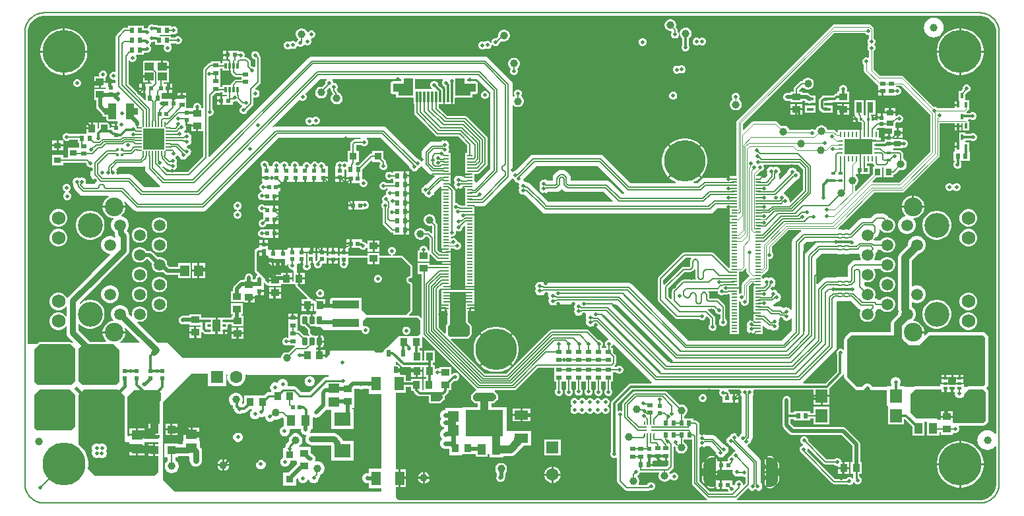
<source format=gbl>
G04*
G04 #@! TF.GenerationSoftware,Altium Limited,Altium Designer,21.2.2 (38)*
G04*
G04 Layer_Physical_Order=6*
G04 Layer_Color=16711680*
%FSLAX44Y44*%
%MOMM*%
G71*
G04*
G04 #@! TF.SameCoordinates,2EB6EAD6-5C33-48E4-AA2B-E0AFE4ABDD4A*
G04*
G04*
G04 #@! TF.FilePolarity,Positive*
G04*
G01*
G75*
%ADD10C,0.2500*%
%ADD11C,0.2000*%
%ADD13C,0.6000*%
%ADD15C,0.2032*%
%ADD16C,0.2540*%
%ADD17C,0.1270*%
%ADD18C,0.1500*%
%ADD23R,0.6500X0.5500*%
%ADD32R,1.5200X1.7800*%
%ADD33R,0.9200X0.9800*%
%ADD43R,1.2000X1.0000*%
G04:AMPARAMS|DCode=49|XSize=0.2mm|YSize=0.565mm|CornerRadius=0.05mm|HoleSize=0mm|Usage=FLASHONLY|Rotation=270.000|XOffset=0mm|YOffset=0mm|HoleType=Round|Shape=RoundedRectangle|*
%AMROUNDEDRECTD49*
21,1,0.2000,0.4650,0,0,270.0*
21,1,0.1000,0.5650,0,0,270.0*
1,1,0.1000,-0.2325,-0.0500*
1,1,0.1000,-0.2325,0.0500*
1,1,0.1000,0.2325,0.0500*
1,1,0.1000,0.2325,-0.0500*
%
%ADD49ROUNDEDRECTD49*%
G04:AMPARAMS|DCode=50|XSize=0.4mm|YSize=0.565mm|CornerRadius=0.05mm|HoleSize=0mm|Usage=FLASHONLY|Rotation=270.000|XOffset=0mm|YOffset=0mm|HoleType=Round|Shape=RoundedRectangle|*
%AMROUNDEDRECTD50*
21,1,0.4000,0.4650,0,0,270.0*
21,1,0.3000,0.5650,0,0,270.0*
1,1,0.1000,-0.2325,-0.1500*
1,1,0.1000,-0.2325,0.1500*
1,1,0.1000,0.2325,0.1500*
1,1,0.1000,0.2325,-0.1500*
%
%ADD50ROUNDEDRECTD50*%
%ADD51R,1.0500X1.4000*%
%ADD58R,1.4500X1.1500*%
%ADD59R,0.6200X0.6200*%
%ADD60R,1.0000X0.9000*%
%ADD61R,0.5500X0.6500*%
%ADD62R,1.2000X1.2000*%
%ADD63R,0.6200X0.6200*%
%ADD65R,0.9000X1.0000*%
G04:AMPARAMS|DCode=66|XSize=0.6mm|YSize=1mm|CornerRadius=0.051mm|HoleSize=0mm|Usage=FLASHONLY|Rotation=0.000|XOffset=0mm|YOffset=0mm|HoleType=Round|Shape=RoundedRectangle|*
%AMROUNDEDRECTD66*
21,1,0.6000,0.8980,0,0,0.0*
21,1,0.4980,1.0000,0,0,0.0*
1,1,0.1020,0.2490,-0.4490*
1,1,0.1020,-0.2490,-0.4490*
1,1,0.1020,-0.2490,0.4490*
1,1,0.1020,0.2490,0.4490*
%
%ADD66ROUNDEDRECTD66*%
%ADD67R,0.5500X0.4500*%
%ADD68R,0.3000X0.8000*%
%ADD72R,3.4000X0.9800*%
%ADD137C,0.5080*%
%ADD139C,0.1300*%
%ADD140C,0.1297*%
%ADD146C,1.0000*%
%ADD147C,0.1524*%
%ADD148C,0.1520*%
%ADD149C,0.1016*%
%ADD150C,0.3000*%
%ADD151C,1.0000*%
%ADD152C,0.5000*%
%ADD153C,0.4000*%
%ADD154C,0.8000*%
%ADD156C,0.7620*%
%ADD157C,0.5080*%
%ADD158C,0.1200*%
%ADD161C,1.6000*%
%ADD162R,1.6000X1.6000*%
%ADD163C,5.5000*%
%ADD165O,1.0000X0.7000*%
G04:AMPARAMS|DCode=166|XSize=1.6mm|YSize=0.9mm|CornerRadius=0mm|HoleSize=0mm|Usage=FLASHONLY|Rotation=225.000|XOffset=0mm|YOffset=0mm|HoleType=Round|Shape=Round|*
%AMOVALD166*
21,1,0.7000,0.9000,0.0000,0.0000,225.0*
1,1,0.9000,0.2475,0.2475*
1,1,0.9000,-0.2475,-0.2475*
%
%ADD166OVALD166*%

G04:AMPARAMS|DCode=167|XSize=1.6mm|YSize=0.9mm|CornerRadius=0mm|HoleSize=0mm|Usage=FLASHONLY|Rotation=135.000|XOffset=0mm|YOffset=0mm|HoleType=Round|Shape=Round|*
%AMOVALD167*
21,1,0.7000,0.9000,0.0000,0.0000,135.0*
1,1,0.9000,0.2475,-0.2475*
1,1,0.9000,-0.2475,0.2475*
%
%ADD167OVALD167*%

%ADD168R,1.6000X1.6000*%
%ADD169C,3.2000*%
%ADD170C,1.7500*%
%ADD171C,1.5000*%
%ADD172C,2.4000*%
%ADD173C,0.4064*%
%ADD174C,0.6000*%
%ADD177R,0.4750X0.4000*%
%ADD178R,1.0500X1.0000*%
%ADD179R,0.6600X0.4000*%
G04:AMPARAMS|DCode=180|XSize=0.45mm|YSize=0.3mm|CornerRadius=0.075mm|HoleSize=0mm|Usage=FLASHONLY|Rotation=180.000|XOffset=0mm|YOffset=0mm|HoleType=Round|Shape=RoundedRectangle|*
%AMROUNDEDRECTD180*
21,1,0.4500,0.1500,0,0,180.0*
21,1,0.3000,0.3000,0,0,180.0*
1,1,0.1500,-0.1500,0.0750*
1,1,0.1500,0.1500,0.0750*
1,1,0.1500,0.1500,-0.0750*
1,1,0.1500,-0.1500,-0.0750*
%
%ADD180ROUNDEDRECTD180*%
%ADD181R,1.0000X1.6000*%
%ADD182R,0.9000X0.4000*%
%ADD183R,1.1500X1.8000*%
%ADD184R,0.9500X0.9000*%
G04:AMPARAMS|DCode=185|XSize=0.55mm|YSize=0.8mm|CornerRadius=0.0495mm|HoleSize=0mm|Usage=FLASHONLY|Rotation=180.000|XOffset=0mm|YOffset=0mm|HoleType=Round|Shape=RoundedRectangle|*
%AMROUNDEDRECTD185*
21,1,0.5500,0.7010,0,0,180.0*
21,1,0.4510,0.8000,0,0,180.0*
1,1,0.0990,-0.2255,0.3505*
1,1,0.0990,0.2255,0.3505*
1,1,0.0990,0.2255,-0.3505*
1,1,0.0990,-0.2255,-0.3505*
%
%ADD185ROUNDEDRECTD185*%
%ADD186R,1.4000X1.3900*%
%ADD187R,4.8600X3.3600*%
%ADD188R,0.9000X0.8000*%
%ADD189O,0.7000X0.2000*%
%ADD190O,0.2000X0.7000*%
%ADD191R,2.7000X2.7000*%
%ADD192R,1.0000X1.0000*%
%ADD193R,1.0000X2.0000*%
%ADD194R,0.3000X0.7100*%
G04:AMPARAMS|DCode=195|XSize=0.2mm|YSize=0.5mm|CornerRadius=0.05mm|HoleSize=0mm|Usage=FLASHONLY|Rotation=180.000|XOffset=0mm|YOffset=0mm|HoleType=Round|Shape=RoundedRectangle|*
%AMROUNDEDRECTD195*
21,1,0.2000,0.4000,0,0,180.0*
21,1,0.1000,0.5000,0,0,180.0*
1,1,0.1000,-0.0500,0.2000*
1,1,0.1000,0.0500,0.2000*
1,1,0.1000,0.0500,-0.2000*
1,1,0.1000,-0.0500,-0.2000*
%
%ADD195ROUNDEDRECTD195*%
G04:AMPARAMS|DCode=196|XSize=0.2mm|YSize=0.7mm|CornerRadius=0.05mm|HoleSize=0mm|Usage=FLASHONLY|Rotation=270.000|XOffset=0mm|YOffset=0mm|HoleType=Round|Shape=RoundedRectangle|*
%AMROUNDEDRECTD196*
21,1,0.2000,0.6000,0,0,270.0*
21,1,0.1000,0.7000,0,0,270.0*
1,1,0.1000,-0.3000,-0.0500*
1,1,0.1000,-0.3000,0.0500*
1,1,0.1000,0.3000,0.0500*
1,1,0.1000,0.3000,-0.0500*
%
%ADD196ROUNDEDRECTD196*%
%ADD197R,0.7000X0.1800*%
%ADD198R,0.3050X1.4050*%
%ADD199R,1.0000X1.0000*%
%ADD200R,0.9000X0.7000*%
%ADD201R,0.5200X0.5200*%
%ADD202R,0.7000X0.9000*%
%ADD203R,0.2500X0.6750*%
%ADD204R,0.5750X0.2500*%
%ADD205R,0.7500X1.4000*%
%ADD206R,0.9800X0.9200*%
%ADD207R,0.3600X0.3200*%
%ADD208R,2.1590X1.7780*%
%ADD209R,0.9000X0.9500*%
%ADD210R,0.5200X0.5200*%
%ADD211R,1.8000X1.1500*%
%ADD212R,1.1500X1.4500*%
%ADD213R,1.2500X2.3000*%
%ADD214R,2.6500X1.1000*%
%ADD215R,1.9500X1.6000*%
%ADD216C,5.3000*%
G36*
X1231159Y625304D02*
X1235002Y623712D01*
X1238460Y621401D01*
X1241401Y618460D01*
X1243712Y615001D01*
X1245304Y611158D01*
X1246115Y607079D01*
X1246114Y604999D01*
X1246114Y604999D01*
X1246115Y604999D01*
X1246115Y89405D01*
X1244845Y88974D01*
X1244033Y90033D01*
X1241387Y92063D01*
X1238306Y93339D01*
X1235000Y93774D01*
X1231694Y93339D01*
X1228613Y92063D01*
X1225967Y90033D01*
X1223937Y87387D01*
X1222661Y84306D01*
X1222226Y81000D01*
X1222661Y77694D01*
X1223937Y74613D01*
X1225967Y71967D01*
X1228613Y69937D01*
X1231694Y68661D01*
X1235000Y68226D01*
X1238306Y68661D01*
X1241387Y69937D01*
X1244033Y71967D01*
X1244845Y73026D01*
X1246115Y72595D01*
Y34357D01*
Y25000D01*
X1246116Y22920D01*
X1245304Y18840D01*
X1243713Y14997D01*
X1241402Y11539D01*
X1238460Y8597D01*
X1235002Y6287D01*
X1231159Y4695D01*
X1227079Y3884D01*
X1224999Y3884D01*
X914015D01*
X913630Y5154D01*
X914176Y5519D01*
X927602Y18945D01*
X929104Y18651D01*
X930018Y17284D01*
X931913Y16017D01*
X934149Y15572D01*
X936385Y16017D01*
X937266Y16606D01*
X938101Y16049D01*
X940337Y15604D01*
X942572Y16049D01*
X944468Y17315D01*
X945734Y19210D01*
X946179Y21446D01*
Y22099D01*
X945734Y24335D01*
X944468Y26231D01*
X944468Y26231D01*
X944377Y26321D01*
Y53083D01*
X944377Y53083D01*
X943932Y55319D01*
X942666Y57214D01*
X927093Y72787D01*
X927372Y73988D01*
X927538Y74138D01*
X929381Y75369D01*
X930065Y76053D01*
X930065Y76053D01*
X931331Y77948D01*
X931767Y80137D01*
X932126Y80497D01*
X932126Y80497D01*
X933393Y82392D01*
X933838Y84628D01*
Y137385D01*
X935077Y139240D01*
X935522Y141476D01*
Y142443D01*
X935137Y144380D01*
X935839Y145650D01*
X1012260D01*
Y138970D01*
X1022400D01*
X1032540D01*
Y147639D01*
X1049098Y164197D01*
X1049845Y165316D01*
X1050864Y165201D01*
X1051115Y165104D01*
Y162159D01*
X1051411Y160672D01*
X1052253Y159412D01*
X1065412Y146253D01*
X1066672Y145411D01*
X1068159Y145115D01*
X1074640D01*
X1076126Y145411D01*
X1077387Y146253D01*
X1078229Y147513D01*
X1078825Y148953D01*
X1079519Y149646D01*
X1080425Y150022D01*
X1081405D01*
X1082312Y149646D01*
X1083005Y148953D01*
X1083601Y147513D01*
X1084443Y146253D01*
X1085704Y145411D01*
X1087190Y145115D01*
X1106190Y145115D01*
Y124990D01*
X1107412D01*
X1107460Y123740D01*
X1107460D01*
Y100860D01*
X1127740D01*
Y108142D01*
X1129010Y108165D01*
X1138710Y98465D01*
Y86460D01*
X1154290D01*
Y104881D01*
X1157710D01*
Y86460D01*
X1173290D01*
Y91391D01*
X1175460D01*
Y87960D01*
X1190540D01*
Y89616D01*
X1191810Y90409D01*
X1192990Y89920D01*
X1195011D01*
X1196878Y90693D01*
X1198307Y92122D01*
X1199080Y93989D01*
Y96011D01*
X1198307Y97878D01*
X1198242Y97942D01*
X1198728Y99115D01*
X1229229Y99115D01*
X1230716Y99411D01*
X1231976Y100253D01*
X1235307Y103584D01*
X1236150Y104845D01*
X1236445Y106331D01*
X1236445Y143034D01*
X1236292Y143801D01*
X1236149Y144520D01*
X1236149Y144520D01*
X1236149Y144521D01*
X1235748Y145121D01*
X1235307Y145781D01*
X1233291Y147797D01*
X1235122Y149628D01*
X1235964Y150889D01*
X1236260Y152375D01*
Y212866D01*
X1235964Y214352D01*
X1235122Y215613D01*
X1232224Y218510D01*
X1230964Y219352D01*
X1229477Y219648D01*
X1160763Y219648D01*
X1159277Y219352D01*
X1158017Y218510D01*
X1154772Y215266D01*
X1153633Y215923D01*
X1154040Y217441D01*
Y218085D01*
X1139500D01*
Y220625D01*
X1154040D01*
Y221269D01*
X1153049Y224967D01*
X1151135Y228283D01*
X1148428Y230990D01*
X1145112Y232904D01*
X1141414Y233895D01*
X1140399D01*
X1139913Y235068D01*
X1140750Y235905D01*
X1142239Y238484D01*
X1143010Y241361D01*
Y244339D01*
X1142239Y247215D01*
X1140750Y249795D01*
X1138644Y251900D01*
X1138246Y252130D01*
Y257473D01*
X1139346Y258108D01*
X1140034Y257711D01*
X1142911Y256940D01*
X1145889D01*
X1148765Y257711D01*
X1151345Y259200D01*
X1153450Y261306D01*
X1154939Y263885D01*
X1155710Y266761D01*
Y269739D01*
X1154939Y272616D01*
X1153450Y275194D01*
X1151345Y277300D01*
X1148765Y278789D01*
X1145889Y279560D01*
X1142911D01*
X1140034Y278789D01*
X1139346Y278392D01*
X1138246Y279027D01*
Y311676D01*
X1147420Y320850D01*
X1148765Y321211D01*
X1151345Y322700D01*
X1153450Y324805D01*
X1154939Y327384D01*
X1155710Y330261D01*
Y333239D01*
X1154939Y336115D01*
X1153450Y338694D01*
X1151345Y340800D01*
X1148765Y342289D01*
X1145889Y343060D01*
X1142911D01*
X1140034Y342289D01*
X1137456Y340800D01*
X1135350Y338694D01*
X1133861Y336115D01*
X1133090Y333239D01*
Y331654D01*
X1123077Y321640D01*
X1121665Y319800D01*
X1120777Y317657D01*
X1120474Y315357D01*
Y248725D01*
X1120777Y246426D01*
X1120881Y246173D01*
X1120390Y244339D01*
Y242754D01*
X1113677Y236040D01*
X1112264Y234200D01*
X1111377Y232057D01*
X1111225Y230907D01*
X1111074Y229757D01*
Y219648D01*
X1060764D01*
X1059277Y219352D01*
X1058017Y218510D01*
X1052253Y212747D01*
X1051411Y211487D01*
X1051115Y210000D01*
X1051115Y197588D01*
X1049845Y197062D01*
X1049461Y197446D01*
X1047594Y198220D01*
X1045573D01*
X1043706Y197446D01*
X1042277Y196017D01*
X1041503Y194150D01*
Y192129D01*
X1042066Y190770D01*
Y168816D01*
X1027139Y153889D01*
X999119D01*
X998594Y155159D01*
X1039880Y196445D01*
X1041146Y198340D01*
X1041591Y200576D01*
Y258342D01*
X1042861Y259384D01*
X1044000Y259158D01*
X1047650D01*
X1047650Y259158D01*
X1049886Y259603D01*
X1050000Y259679D01*
X1050114Y259603D01*
X1052350Y259158D01*
X1056000D01*
X1056000Y259158D01*
X1058236Y259603D01*
X1058881Y260033D01*
X1058954D01*
X1068739Y250249D01*
X1070634Y248983D01*
X1071730Y248765D01*
X1072254Y247608D01*
X1071744Y246725D01*
X1071060Y244172D01*
Y241528D01*
X1071744Y238975D01*
X1073066Y236685D01*
X1074935Y234816D01*
X1077225Y233494D01*
X1079778Y232810D01*
X1082422D01*
X1084975Y233494D01*
X1087265Y234816D01*
X1089134Y236685D01*
X1090456Y238975D01*
X1091140Y241528D01*
Y244172D01*
X1090796Y245454D01*
X1092239Y246897D01*
X1093506Y248793D01*
X1093653Y249535D01*
X1098380D01*
X1098466Y249385D01*
X1100335Y247516D01*
X1102625Y246194D01*
X1105178Y245510D01*
X1107822D01*
X1110375Y246194D01*
X1112665Y247516D01*
X1114534Y249385D01*
X1115856Y251675D01*
X1116540Y254228D01*
Y256872D01*
X1115856Y259425D01*
X1114534Y261715D01*
X1112665Y263584D01*
X1110375Y264906D01*
X1107822Y265590D01*
X1105178D01*
X1102625Y264906D01*
X1100335Y263584D01*
X1098466Y261715D01*
X1098180Y261219D01*
X1094970D01*
X1094430Y261760D01*
X1092534Y263026D01*
X1091287Y263274D01*
X1090950Y263721D01*
X1090547Y264716D01*
X1091140Y266928D01*
Y269572D01*
X1090456Y272125D01*
X1089134Y274415D01*
X1087265Y276284D01*
X1084975Y277606D01*
X1082422Y278290D01*
X1079778D01*
X1079419Y278194D01*
X1076899Y280713D01*
Y283067D01*
X1078169Y284041D01*
X1079778Y283610D01*
X1082422D01*
X1084975Y284294D01*
X1087265Y285616D01*
X1089134Y287485D01*
X1090456Y289775D01*
X1091140Y292328D01*
Y294972D01*
X1090456Y297525D01*
X1089432Y299299D01*
X1090079Y300569D01*
X1098245D01*
X1098466Y300185D01*
X1100335Y298316D01*
X1102625Y296994D01*
X1105178Y296310D01*
X1107822D01*
X1110375Y296994D01*
X1112665Y298316D01*
X1114534Y300185D01*
X1115856Y302475D01*
X1116540Y305028D01*
Y307672D01*
X1115856Y310225D01*
X1114534Y312515D01*
X1112665Y314384D01*
X1110375Y315706D01*
X1107822Y316390D01*
X1105178D01*
X1102625Y315706D01*
X1100335Y314384D01*
X1098466Y312515D01*
X1098315Y312253D01*
X1090236D01*
X1089502Y313523D01*
X1090456Y315175D01*
X1091140Y317728D01*
Y320372D01*
X1091062Y320663D01*
X1092457Y322058D01*
X1092457Y322058D01*
X1093723Y323953D01*
X1094078Y325735D01*
X1098380D01*
X1098466Y325585D01*
X1100335Y323716D01*
X1102625Y322394D01*
X1105178Y321710D01*
X1107822D01*
X1110375Y322394D01*
X1112665Y323716D01*
X1114534Y325585D01*
X1115856Y327875D01*
X1116540Y330428D01*
Y333072D01*
X1115856Y335625D01*
X1114534Y337915D01*
X1112665Y339784D01*
X1110375Y341106D01*
X1107822Y341790D01*
X1105178D01*
X1102625Y341106D01*
X1100335Y339784D01*
X1098466Y337915D01*
X1098180Y337419D01*
X1091029D01*
X1090827Y337621D01*
X1089329Y338622D01*
X1090456Y340575D01*
X1090626Y341211D01*
X1091723Y341429D01*
X1093618Y342696D01*
X1094819Y343896D01*
X1094819Y343896D01*
X1096086Y345792D01*
X1096530Y348027D01*
X1096530Y348028D01*
Y351798D01*
X1097800Y352138D01*
X1098466Y350985D01*
X1100335Y349116D01*
X1102625Y347794D01*
X1105178Y347110D01*
X1107822D01*
X1110375Y347794D01*
X1112665Y349116D01*
X1114534Y350985D01*
X1115856Y353275D01*
X1116540Y355828D01*
Y358472D01*
X1115856Y361025D01*
X1114534Y363315D01*
X1112665Y365184D01*
X1110375Y366506D01*
X1108652Y366968D01*
X1107740Y367879D01*
X1107229Y368644D01*
X1107229Y368644D01*
X1105603Y370270D01*
X1103708Y371537D01*
X1101472Y371981D01*
X1101472Y371981D01*
X1093139D01*
X1090903Y371537D01*
X1089008Y370270D01*
X1089008Y370270D01*
X1085175Y366437D01*
X1083499D01*
X1083499Y366437D01*
X1083499Y366437D01*
X1074920D01*
X1074920Y366437D01*
X1072684Y365992D01*
X1070789Y364726D01*
X1057172Y351109D01*
X1056000Y351342D01*
X1056000Y351342D01*
X1052350D01*
X1052350Y351342D01*
X1050114Y350897D01*
X1050000Y350821D01*
X1049886Y350897D01*
X1047650Y351342D01*
X1047650Y351342D01*
X1044000D01*
X1044000Y351342D01*
X1043768Y351296D01*
X1043142Y352467D01*
X1089731Y399055D01*
X1126086D01*
X1126087Y399055D01*
X1127312Y399299D01*
X1128350Y399993D01*
X1173057Y444699D01*
X1173057Y444699D01*
X1173751Y445738D01*
X1173995Y446963D01*
X1173994Y446963D01*
Y487799D01*
X1193210D01*
Y485855D01*
X1197250D01*
X1201290D01*
Y487799D01*
X1203210D01*
Y478495D01*
X1211290D01*
Y490675D01*
X1210678D01*
X1210106Y491811D01*
X1210707Y492865D01*
X1213184D01*
X1215024Y492103D01*
X1217045D01*
X1218912Y492876D01*
X1220341Y494305D01*
X1221115Y496172D01*
Y498193D01*
X1220341Y500060D01*
X1218912Y501489D01*
X1217045Y502263D01*
X1215024D01*
X1213157Y501489D01*
X1212771Y501103D01*
X1208377D01*
X1207995Y501898D01*
X1207935Y502373D01*
X1209514Y503952D01*
X1210208Y504991D01*
X1210283Y505370D01*
X1211290D01*
Y517550D01*
X1207552D01*
X1206290Y517570D01*
X1206290Y518820D01*
Y524646D01*
X1209245Y527601D01*
X1209382D01*
X1211249Y528374D01*
X1212678Y529803D01*
X1213452Y531670D01*
Y533691D01*
X1212678Y535558D01*
X1211249Y536987D01*
X1209382Y537761D01*
X1207361D01*
X1205494Y536987D01*
X1204065Y535558D01*
X1203292Y533691D01*
Y531856D01*
X1201186Y529750D01*
X1198210D01*
X1198210Y517570D01*
X1196948Y517550D01*
X1193210D01*
Y512730D01*
X1197250D01*
Y510190D01*
X1193210D01*
Y507725D01*
X1170733D01*
X1169628Y508830D01*
X1167761Y509603D01*
X1166198D01*
X1127300Y548502D01*
X1126261Y549196D01*
X1125036Y549440D01*
X1125036Y549440D01*
X1097182D01*
X1089202Y557420D01*
Y581017D01*
X1090307Y582122D01*
X1091080Y583989D01*
Y586011D01*
X1090307Y587878D01*
X1089184Y589000D01*
X1090307Y590122D01*
X1091080Y591990D01*
Y594011D01*
X1090307Y595878D01*
X1089108Y597076D01*
Y609086D01*
X1088871Y610275D01*
X1088197Y611283D01*
X1085447Y614033D01*
X1084439Y614707D01*
X1083250Y614944D01*
X1038517D01*
X1037328Y614707D01*
X1036320Y614033D01*
X913874Y491587D01*
X913200Y490579D01*
X912963Y489389D01*
Y419940D01*
X904060D01*
Y417967D01*
X872030D01*
X872030Y417967D01*
X869794Y417522D01*
X867899Y416255D01*
X867899Y416255D01*
X863033Y411389D01*
X858415D01*
X857781Y412636D01*
X857788Y412659D01*
X861720Y414663D01*
X865418Y417350D01*
X866136Y418068D01*
X846500Y437704D01*
X826864Y418068D01*
X827582Y417350D01*
X831280Y414663D01*
X835211Y412659D01*
X835219Y412636D01*
X834585Y411389D01*
X777373D01*
X742703Y446059D01*
X740808Y447325D01*
X738572Y447770D01*
X738572Y447770D01*
X652261D01*
X650025Y447325D01*
X648130Y446059D01*
X629633Y427562D01*
X628017Y427241D01*
X627112Y426636D01*
X625842Y427315D01*
Y510629D01*
X627112Y511155D01*
X627870Y510397D01*
X629590Y509404D01*
X631507Y508890D01*
X633493D01*
X635410Y509404D01*
X637130Y510397D01*
X638534Y511801D01*
X639526Y513520D01*
X640040Y515438D01*
Y517423D01*
X639526Y519341D01*
X638534Y521060D01*
X637322Y522272D01*
X636807Y523553D01*
X637580Y525420D01*
Y527441D01*
X636807Y529308D01*
X635378Y530737D01*
X633511Y531511D01*
X631489D01*
X629622Y530737D01*
X628193Y529308D01*
X627420Y527441D01*
Y525420D01*
X628193Y523553D01*
X627830Y522648D01*
X627112Y522272D01*
X625842Y522989D01*
Y538344D01*
X625842Y538344D01*
X625398Y540580D01*
X624131Y542476D01*
X624131Y542476D01*
X594477Y572130D01*
X592581Y573396D01*
X590346Y573841D01*
X590346Y573841D01*
X368200D01*
X368200Y573841D01*
X365964Y573396D01*
X364069Y572130D01*
X364068Y572130D01*
X236516Y444577D01*
X235246Y445103D01*
Y496923D01*
X235990Y497420D01*
X238011D01*
X239878Y498193D01*
X241307Y499622D01*
X242080Y501489D01*
Y503511D01*
X241307Y505378D01*
X240367Y506317D01*
Y522855D01*
X244471Y526960D01*
X250790D01*
Y527633D01*
X253460D01*
Y524460D01*
X258891D01*
Y522767D01*
X253206D01*
Y517127D01*
Y511487D01*
X266576D01*
Y515312D01*
X267764Y515814D01*
X268001Y515716D01*
X270022D01*
X271889Y516489D01*
X271949Y516549D01*
X276879Y511619D01*
X277971Y510890D01*
X278483Y510788D01*
X278613Y509467D01*
X277622Y509057D01*
X276193Y507628D01*
X275420Y505760D01*
Y503740D01*
X276193Y501872D01*
X277622Y500443D01*
X279489Y499670D01*
X281511D01*
X283378Y500443D01*
X284807Y501872D01*
X285580Y503740D01*
Y504033D01*
X292214Y510666D01*
X292996Y511837D01*
X293271Y513218D01*
Y520989D01*
X294327Y521694D01*
X294989Y521420D01*
X297010D01*
X298878Y522193D01*
X300307Y523622D01*
X301080Y525490D01*
Y527510D01*
X300307Y529378D01*
X298878Y530807D01*
X297010Y531580D01*
X295980D01*
X295454Y532850D01*
X301524Y538920D01*
X302307Y540091D01*
X302582Y541472D01*
Y572044D01*
X302307Y573425D01*
X301524Y574596D01*
X300398Y575722D01*
Y576708D01*
X299625Y578575D01*
X298196Y580004D01*
X296329Y580778D01*
X294308D01*
X292441Y580004D01*
X291012Y578575D01*
X290238Y576708D01*
Y574687D01*
X291012Y572820D01*
X292441Y571391D01*
X294308Y570618D01*
X295294D01*
X295363Y570549D01*
Y560726D01*
X294190Y560240D01*
X294045Y560384D01*
X292178Y561158D01*
X290849D01*
X289781Y562226D01*
Y566586D01*
X289525Y567874D01*
X288795Y568966D01*
X285631Y572131D01*
X284538Y572860D01*
X283250Y573117D01*
X282310D01*
X281605Y574173D01*
X281818Y574687D01*
Y576708D01*
X281045Y578575D01*
X279615Y580004D01*
X277748Y580778D01*
X275727D01*
X275622Y580734D01*
X274640Y581390D01*
Y581390D01*
X261270D01*
Y575750D01*
Y570110D01*
X262369D01*
X263174Y568840D01*
X263032Y568540D01*
X253460D01*
Y565367D01*
X250887D01*
Y567712D01*
X239307D01*
Y565789D01*
X237929D01*
X236641Y565532D01*
X235549Y564803D01*
X229499Y558753D01*
X228769Y557660D01*
X228513Y556372D01*
Y507790D01*
X226129D01*
X226019Y507954D01*
Y509975D01*
X225246Y511842D01*
X223817Y513271D01*
X221950Y514044D01*
X219929D01*
X218062Y513271D01*
X216633Y511842D01*
X215859Y509975D01*
Y507954D01*
X215750Y507790D01*
X213460D01*
X213140Y507140D01*
X207040D01*
Y516710D01*
Y520730D01*
X201250D01*
X195460D01*
Y519140D01*
X191520D01*
Y513500D01*
X188980D01*
Y519140D01*
X175790D01*
Y526290D01*
X176640Y527208D01*
X181896D01*
Y532848D01*
Y538488D01*
X177533D01*
Y540308D01*
X184706D01*
Y553308D01*
Y559578D01*
X176166D01*
Y560848D01*
X174896D01*
Y568388D01*
X150626D01*
Y553308D01*
Y549118D01*
X159166D01*
Y547848D01*
X160436D01*
Y540308D01*
X161768D01*
X162400Y539038D01*
X161985Y538488D01*
X153936D01*
Y532848D01*
Y527208D01*
X154361D01*
X155210Y526290D01*
Y517935D01*
X154037Y517449D01*
X133147Y538339D01*
Y568123D01*
X134417Y568649D01*
X135122Y567943D01*
X136990Y567170D01*
X139010D01*
X140878Y567943D01*
X142307Y569372D01*
X143080Y571240D01*
Y573260D01*
X142488Y574690D01*
X143134Y575960D01*
X152790D01*
Y578631D01*
X154750D01*
X156226Y578924D01*
X157578D01*
X159445Y579698D01*
X160874Y581127D01*
X161647Y582994D01*
Y585015D01*
X160874Y586882D01*
X159569Y588187D01*
X160874Y589493D01*
X161647Y591360D01*
Y592588D01*
X163642D01*
X164322Y592870D01*
X164895Y592756D01*
X166710D01*
Y588585D01*
X177992D01*
X178710Y587315D01*
X178170Y586011D01*
Y583990D01*
X178944Y582122D01*
X180373Y580693D01*
X182240Y579920D01*
X184261D01*
X186128Y580693D01*
X187557Y582122D01*
X188330Y583990D01*
Y586011D01*
X187733Y587452D01*
X187290Y588585D01*
X187290Y588585D01*
X187290Y588585D01*
Y590891D01*
X192638D01*
X193335Y590193D01*
X195202Y589420D01*
X197223D01*
X199090Y590193D01*
X200519Y591622D01*
X201292Y593489D01*
Y595510D01*
X200519Y597378D01*
X199090Y598806D01*
X197223Y599580D01*
X195202D01*
X193335Y598806D01*
X192638Y598109D01*
X187290D01*
Y600165D01*
X172623D01*
X172604Y600190D01*
X173244Y601460D01*
X187290D01*
Y602018D01*
X187453Y602199D01*
X188560Y602762D01*
X189990Y602170D01*
X192010D01*
X193878Y602943D01*
X195307Y604372D01*
X196080Y606240D01*
Y608260D01*
X195307Y610128D01*
X193878Y611557D01*
X192010Y612330D01*
X189990D01*
X188560Y611738D01*
X187453Y612301D01*
X187290Y612482D01*
Y613040D01*
X171148D01*
X171094Y613051D01*
X169863Y613873D01*
X168286Y614187D01*
X165613D01*
X165425Y614374D01*
X163558Y615148D01*
X161537D01*
X159670Y614374D01*
X158241Y612945D01*
X157467Y611078D01*
Y609826D01*
X156226D01*
X154750Y610120D01*
X152790D01*
Y613290D01*
X132210D01*
Y611109D01*
X128933D01*
X128276Y611240D01*
X126895Y610965D01*
X125724Y610183D01*
X117448Y601907D01*
X116665Y600736D01*
X116391Y599355D01*
Y554637D01*
X115335Y553932D01*
X114890Y554116D01*
X112869D01*
X111002Y553342D01*
X109573Y551913D01*
X108799Y550046D01*
Y548025D01*
X109573Y546158D01*
X111002Y544729D01*
X112869Y543956D01*
X114890D01*
X115335Y544140D01*
X116391Y543434D01*
Y540637D01*
X115447Y539850D01*
X111077D01*
Y534210D01*
X108537D01*
Y539850D01*
X104167D01*
X103690Y540922D01*
Y546885D01*
X104636Y547831D01*
X105409Y549698D01*
Y551718D01*
X104636Y553586D01*
X103207Y555015D01*
X101340Y555788D01*
X99319D01*
X97451Y555015D01*
X96022Y553586D01*
X95249Y551718D01*
Y549698D01*
X95462Y549183D01*
X94756Y548127D01*
X88610D01*
Y542357D01*
X96150D01*
Y541087D01*
X97420D01*
Y534047D01*
X103276Y534047D01*
X103822Y533088D01*
X103275Y532127D01*
X88610D01*
Y518047D01*
X91159D01*
Y509872D01*
X91550Y507905D01*
X92664Y506238D01*
X98935Y499967D01*
Y498907D01*
X99132Y497916D01*
X99694Y497076D01*
X100534Y496515D01*
X101525Y496317D01*
X104075D01*
Y490867D01*
X118782D01*
X119416Y489706D01*
X119160Y489449D01*
X118386Y487581D01*
Y487497D01*
X117844D01*
Y481857D01*
X115304D01*
Y487497D01*
X110934D01*
Y483035D01*
X109664Y482429D01*
X108921Y482986D01*
Y489232D01*
X94841D01*
Y481698D01*
X94132Y481130D01*
X92921Y481664D01*
Y489232D01*
X87151D01*
Y481692D01*
X85881D01*
Y480422D01*
X78841D01*
Y474501D01*
X67594D01*
Y474228D01*
X57262D01*
X56564Y474925D01*
X54697Y475698D01*
X52676D01*
X50809Y474925D01*
X49380Y473496D01*
X48607Y471629D01*
Y469608D01*
X49380Y467741D01*
X50809Y466312D01*
X52676Y465538D01*
X54697D01*
X56564Y466312D01*
X57262Y467009D01*
X67594D01*
Y462921D01*
X69275D01*
Y461366D01*
X69550Y459985D01*
X69710Y459745D01*
Y457532D01*
X69040Y456540D01*
X54960D01*
Y443867D01*
X49040D01*
Y447040D01*
X34960D01*
Y433960D01*
X49040D01*
Y437133D01*
X78606D01*
X79170Y436569D01*
Y435239D01*
X79943Y433372D01*
X81372Y431943D01*
X83239Y431170D01*
X84038D01*
Y421704D01*
X84038Y421703D01*
X84483Y419468D01*
X85749Y417572D01*
X90857Y412464D01*
X89810Y411099D01*
X89289Y409842D01*
X79359D01*
X79185Y409952D01*
X78415Y411112D01*
X78741Y412750D01*
X78296Y414986D01*
X77030Y416881D01*
X75134Y418148D01*
X72898Y418592D01*
X70663Y418148D01*
X69914Y417647D01*
X69165Y418148D01*
X66929Y418592D01*
X64694Y418148D01*
X62798Y416881D01*
X61532Y414986D01*
X61087Y412750D01*
X61532Y410514D01*
X61810Y410097D01*
Y409278D01*
X61810Y409278D01*
X62255Y407042D01*
X62493Y406686D01*
X62892Y404679D01*
X64158Y402783D01*
X70321Y396620D01*
X70321Y396620D01*
X72217Y395354D01*
X74453Y394909D01*
X74453Y394909D01*
X107178D01*
X107519Y393639D01*
X105165Y392280D01*
X102458Y389573D01*
X100543Y386257D01*
X99552Y382559D01*
Y381915D01*
X114093D01*
X128632D01*
Y382559D01*
X127642Y386257D01*
X126862Y387608D01*
X127878Y388388D01*
X139546Y376720D01*
X139546Y376720D01*
X141442Y375453D01*
X143677Y375008D01*
X229031D01*
X229031Y375008D01*
X231267Y375453D01*
X233162Y376720D01*
X325599Y469156D01*
X430574D01*
X431229Y467887D01*
X430969Y467520D01*
X423515D01*
X422134Y467245D01*
X420963Y466463D01*
X418698Y464197D01*
X417915Y463026D01*
X417641Y461645D01*
Y452790D01*
X414210D01*
Y438615D01*
X413375Y438100D01*
X413047Y437952D01*
X411232Y438703D01*
X409211D01*
X407344Y437930D01*
X407231Y437817D01*
X406660Y438389D01*
X404792Y439162D01*
X402771D01*
X400904Y438389D01*
X399475Y436959D01*
X398702Y435092D01*
Y433160D01*
X398383D01*
Y421880D01*
Y419790D01*
X409663D01*
Y421880D01*
Y428543D01*
X411232D01*
X411404Y428615D01*
X412460Y427909D01*
Y422710D01*
X412610Y422640D01*
Y418270D01*
X418250D01*
Y417000D01*
X419520D01*
Y411360D01*
X429364D01*
Y409815D01*
X430137Y407948D01*
X431566Y406519D01*
X433433Y405745D01*
X435454D01*
X437321Y406519D01*
X438750Y407948D01*
X439524Y409815D01*
Y411836D01*
X438750Y413703D01*
X437321Y415132D01*
X435454Y415905D01*
X434010D01*
X432890Y416950D01*
Y422640D01*
X433040Y422710D01*
Y429186D01*
X444537Y440682D01*
X445710Y440196D01*
Y438210D01*
X454686D01*
X456079Y436816D01*
Y435830D01*
X455899Y435649D01*
X455125Y433782D01*
Y431761D01*
X455899Y429894D01*
X457328Y428465D01*
X459195Y427691D01*
X461216D01*
X463083Y428465D01*
X464512Y429894D01*
X465285Y431761D01*
Y433782D01*
X464512Y435649D01*
X463298Y436862D01*
Y438311D01*
X463023Y439692D01*
X462241Y440863D01*
X459790Y443314D01*
Y452790D01*
X445710D01*
Y449109D01*
X444250D01*
X442869Y448835D01*
X441698Y448052D01*
X427936Y434290D01*
X425141D01*
X424462Y435560D01*
X424585Y435744D01*
X424859Y437125D01*
Y438210D01*
X428290D01*
Y452790D01*
X424859D01*
Y460150D01*
X425010Y460301D01*
X431820D01*
X432518Y459604D01*
X434385Y458831D01*
X436406D01*
X438273Y459604D01*
X439702Y461033D01*
X440475Y462900D01*
Y464921D01*
X439702Y466788D01*
X438604Y467887D01*
X439071Y469156D01*
X455987D01*
X492467Y432677D01*
X492534Y432337D01*
X493801Y430442D01*
X493996Y430247D01*
X494094Y429755D01*
X495360Y427860D01*
X497255Y426594D01*
X499491Y426149D01*
X501727Y426594D01*
X503622Y427860D01*
X504889Y429755D01*
X505064Y430639D01*
X505947Y430814D01*
X507843Y432081D01*
X508207Y432626D01*
X509683Y432548D01*
X510574Y431214D01*
X518719Y423069D01*
X520614Y421802D01*
X522850Y421358D01*
X525759D01*
X526245Y420185D01*
X515107Y409046D01*
X512919Y408611D01*
X511023Y407345D01*
X511023Y407344D01*
X510339Y406661D01*
X509073Y404765D01*
X508628Y402530D01*
X509073Y400294D01*
X510339Y398399D01*
X512235Y397132D01*
X513118Y396956D01*
X513294Y396073D01*
X514560Y394178D01*
X516455Y392911D01*
X518691Y392467D01*
X520927Y392911D01*
X522822Y394178D01*
X523506Y394861D01*
X523506Y394862D01*
X524772Y396757D01*
X525208Y398946D01*
X532790Y406528D01*
X534060Y406002D01*
Y403060D01*
X540100D01*
Y401940D01*
X534060D01*
Y391060D01*
Y379060D01*
Y367060D01*
Y355060D01*
Y343060D01*
Y331060D01*
Y327060D01*
X540100D01*
Y325230D01*
X534060D01*
Y321867D01*
X532394D01*
X529459Y324802D01*
Y356907D01*
X529203Y358195D01*
X528474Y359288D01*
X526413Y361349D01*
X526790Y362757D01*
Y364743D01*
X526276Y366660D01*
X525284Y368380D01*
X523880Y369784D01*
X522160Y370776D01*
X520243Y371290D01*
X518257D01*
X516340Y370776D01*
X514620Y369784D01*
X513217Y368380D01*
X512224Y366660D01*
X511710Y364743D01*
Y362757D01*
X512224Y360840D01*
X513217Y359120D01*
X514620Y357716D01*
X516340Y356724D01*
X518257Y356210D01*
X520243D01*
X521651Y356587D01*
X522726Y355513D01*
Y347397D01*
X521553Y346911D01*
X520083Y348381D01*
X518991Y349110D01*
X517703Y349367D01*
X514263D01*
X513534Y350630D01*
X512130Y352034D01*
X510410Y353026D01*
X508493Y353540D01*
X506507D01*
X504590Y353026D01*
X502870Y352034D01*
X501466Y350630D01*
X500474Y348910D01*
X499960Y346993D01*
Y345007D01*
X500474Y343090D01*
X501466Y341370D01*
X502870Y339967D01*
X504590Y338974D01*
X506507Y338460D01*
X508493D01*
X510410Y338974D01*
X512130Y339967D01*
X513534Y341370D01*
X514263Y342633D01*
X516308D01*
X519383Y339558D01*
Y325771D01*
X519290Y324540D01*
X517982Y324540D01*
X516794Y325755D01*
Y326759D01*
X516020Y328626D01*
X514591Y330055D01*
X512724Y330828D01*
X510703D01*
X508836Y330055D01*
X507407Y328626D01*
X506634Y326759D01*
Y324738D01*
X506502Y324540D01*
X504210D01*
Y310460D01*
X519290D01*
Y319199D01*
X519804Y319518D01*
X520560Y319679D01*
X528119Y312119D01*
X529212Y311390D01*
X530500Y311133D01*
X534060D01*
Y305867D01*
X519290D01*
Y308540D01*
X504210D01*
Y294460D01*
X509133D01*
Y238246D01*
X507960Y237760D01*
X505287Y240433D01*
X504447Y240994D01*
X503456Y241191D01*
X493263D01*
X492777Y242365D01*
X496581Y246169D01*
X497143Y247009D01*
X497340Y248000D01*
Y281670D01*
X497143Y282661D01*
X496581Y283501D01*
X495741Y284063D01*
X494750Y284260D01*
X494005D01*
X493089Y284639D01*
X492389Y285339D01*
X492010Y286255D01*
Y287245D01*
X492389Y288161D01*
X493089Y288861D01*
X494005Y289240D01*
X494750D01*
X495741Y289437D01*
X496581Y289999D01*
X497143Y290839D01*
X497340Y291830D01*
Y304000D01*
X497143Y304991D01*
X496581Y305831D01*
X485294Y317119D01*
X484453Y317680D01*
X483462Y317878D01*
X472024D01*
X471904Y319098D01*
X473771Y319871D01*
X475200Y321300D01*
X475974Y323167D01*
Y325188D01*
X475200Y327055D01*
X473771Y328484D01*
X471904Y329258D01*
X469883D01*
X468016Y328484D01*
X466587Y327055D01*
X465814Y325188D01*
Y323167D01*
X466587Y321300D01*
X468016Y319871D01*
X469883Y319098D01*
X469763Y317878D01*
X454973D01*
Y321382D01*
X439893D01*
Y317878D01*
X414871D01*
Y320641D01*
X409231D01*
X403591D01*
Y317878D01*
X401097D01*
Y320849D01*
X395457D01*
X389817D01*
Y317877D01*
X386708D01*
Y321049D01*
X381068D01*
X375428D01*
Y316679D01*
Y312783D01*
X374205Y311560D01*
X373918Y311442D01*
X372648Y312290D01*
Y316879D01*
Y321249D01*
X367008D01*
Y322519D01*
X365738D01*
Y328159D01*
X361368D01*
Y328159D01*
X360872D01*
Y328159D01*
X356502D01*
Y322519D01*
X353962D01*
Y328159D01*
X349655D01*
X349592Y328159D01*
X349592Y328159D01*
X348460Y327980D01*
Y327980D01*
X344090D01*
Y322340D01*
X341550D01*
Y327980D01*
X337180D01*
Y326845D01*
X336521Y325848D01*
X332151D01*
Y320207D01*
X329611D01*
Y325848D01*
X325308D01*
X325241Y325848D01*
Y325848D01*
X324038D01*
Y325848D01*
X319668D01*
Y320207D01*
X317128D01*
Y325848D01*
X312758D01*
X312063Y326830D01*
Y331296D01*
X306423D01*
X300783D01*
Y329402D01*
X299513Y328375D01*
X298522Y328178D01*
X297682Y327616D01*
X295190Y325124D01*
X294628Y324284D01*
X294431Y323293D01*
Y299380D01*
X294628Y298389D01*
X295190Y297549D01*
X298473Y294265D01*
X298521Y294019D01*
X298169Y292773D01*
X298058Y292727D01*
X297552Y292221D01*
X297302Y292054D01*
X297286Y292038D01*
X297119Y291788D01*
X296628Y291298D01*
X296363Y290657D01*
X296172Y290371D01*
X296105Y290035D01*
X295855Y289431D01*
Y288777D01*
X295799Y288496D01*
X295040Y287540D01*
X292639D01*
Y290000D01*
X292580Y290295D01*
Y291010D01*
X292306Y291671D01*
X292248Y291966D01*
X292080Y292217D01*
X291807Y292878D01*
X291301Y293383D01*
X291134Y293634D01*
X290883Y293801D01*
X290378Y294307D01*
X289717Y294580D01*
X289466Y294748D01*
X289171Y294806D01*
X288510Y295080D01*
X287795D01*
X287500Y295139D01*
X287205Y295080D01*
X286490D01*
X285829Y294806D01*
X285534Y294748D01*
X285283Y294580D01*
X284622Y294307D01*
X284117Y293801D01*
X283866Y293634D01*
X283699Y293383D01*
X283193Y292878D01*
X282920Y292217D01*
X282752Y291966D01*
X282694Y291671D01*
X282420Y291010D01*
Y290295D01*
X282361Y290000D01*
Y287540D01*
X279960D01*
Y286629D01*
X277836D01*
X275870Y286238D01*
X274203Y285124D01*
X268443Y279364D01*
X268276Y279114D01*
X267770Y278608D01*
X267496Y277947D01*
X267329Y277697D01*
X267270Y277401D01*
X266996Y276741D01*
Y276025D01*
X266938Y275730D01*
Y272539D01*
X264665D01*
Y258259D01*
X277797D01*
X278995Y257026D01*
X278993Y256927D01*
X278881Y256782D01*
X278570Y256739D01*
X278365Y256739D01*
X264665D01*
Y242459D01*
X267149D01*
Y241189D01*
X264989D01*
Y238484D01*
X255535D01*
X255461Y238470D01*
X254035D01*
X253400Y238343D01*
X253325Y238405D01*
Y238405D01*
X247055D01*
Y227865D01*
Y217325D01*
X253325D01*
Y217325D01*
X253400Y217387D01*
X254035Y217261D01*
X254265D01*
Y221365D01*
X255535D01*
Y222635D01*
X260286D01*
X260134Y223399D01*
X259407Y224487D01*
Y224743D01*
X260134Y225832D01*
X260389Y227115D01*
Y228615D01*
X260317Y228976D01*
X261313Y230246D01*
X264989D01*
Y227109D01*
X280069D01*
Y241189D01*
X277427D01*
Y242459D01*
X279545D01*
Y255669D01*
X279545Y256132D01*
X279627Y256579D01*
X279743Y256886D01*
X280270Y257277D01*
Y257277D01*
X280431Y257397D01*
X280935Y257460D01*
X286230D01*
Y264500D01*
X287500D01*
Y265770D01*
X295057D01*
X295212Y266850D01*
X296310Y266850D01*
X299582D01*
Y272490D01*
X300852D01*
Y273760D01*
X306492D01*
Y275850D01*
Y282765D01*
X307665Y283251D01*
X310265Y280651D01*
X311105Y280090D01*
X312096Y279893D01*
X313269Y279186D01*
Y279186D01*
X328349D01*
Y280016D01*
X328630Y281170D01*
X342910D01*
X342984Y281245D01*
X343245Y281266D01*
X344430Y281170D01*
Y281170D01*
X344430Y281170D01*
X346008D01*
X347035Y279900D01*
X347232Y278909D01*
X347794Y278069D01*
X362473Y263389D01*
X361987Y262216D01*
X355238D01*
Y255946D01*
X362278D01*
X369318D01*
Y256304D01*
X369441Y256510D01*
X370037Y256674D01*
X371238Y255707D01*
Y247136D01*
X373398D01*
Y243104D01*
X372137Y242430D01*
X371995Y242514D01*
X371958Y242539D01*
X370768Y242775D01*
X369548D01*
Y235176D01*
X367008D01*
Y242775D01*
X365788D01*
X364598Y242539D01*
X363589Y241865D01*
X363467D01*
X362458Y242539D01*
X361268Y242775D01*
X356288D01*
X355098Y242539D01*
X354089Y241865D01*
X353415Y240856D01*
X353178Y239666D01*
Y230686D01*
X353415Y229496D01*
X354089Y228487D01*
X355098Y227813D01*
X356288Y227576D01*
X358552D01*
X362938Y223190D01*
Y219176D01*
X363135Y218185D01*
X363697Y217344D01*
X364772Y216269D01*
X364415Y215058D01*
X363221Y214529D01*
X362458Y215039D01*
X361268Y215275D01*
X358283D01*
X352958Y220600D01*
X351787Y221382D01*
X350406Y221657D01*
X349540D01*
Y232617D01*
Y236637D01*
X337960D01*
Y232617D01*
Y222617D01*
Y213251D01*
X336844Y212338D01*
X336260Y212580D01*
X334240D01*
X332372Y211807D01*
X330943Y210378D01*
X330170Y208510D01*
Y206490D01*
X330943Y204622D01*
X332372Y203193D01*
X334240Y202420D01*
X336260D01*
X337578Y202966D01*
X337960Y202710D01*
Y202710D01*
X345911D01*
X346297Y201440D01*
X345661Y201015D01*
X340448Y195802D01*
X340448Y195802D01*
X338131Y193485D01*
X336993Y193790D01*
X335007D01*
X333090Y193276D01*
X331370Y192283D01*
X329967Y190880D01*
X328974Y189160D01*
X328460Y187243D01*
Y186300D01*
X202700D01*
X183000Y206000D01*
X169869D01*
X143863Y232006D01*
X144520Y233145D01*
X145771Y232810D01*
X148414D01*
X150968Y233494D01*
X153257Y234816D01*
X155126Y236685D01*
X156448Y238975D01*
X157133Y241528D01*
Y244172D01*
X156448Y246725D01*
X155126Y249015D01*
X153257Y250884D01*
X150968Y252206D01*
X148414Y252890D01*
X145771D01*
X143217Y252206D01*
X140928Y250884D01*
X139059Y249015D01*
X137737Y246725D01*
X137052Y244172D01*
Y241528D01*
X137397Y240242D01*
X136259Y239584D01*
X133202Y242640D01*
Y244339D01*
X132432Y247215D01*
X130943Y249795D01*
X128837Y251900D01*
X126258Y253389D01*
X123382Y254160D01*
X120403D01*
X117527Y253389D01*
X114948Y251900D01*
X112842Y249795D01*
X111353Y247215D01*
X110583Y244339D01*
Y241361D01*
X111353Y238484D01*
X112842Y235905D01*
X113679Y235068D01*
X113193Y233895D01*
X112178D01*
X108480Y232904D01*
X105165Y230990D01*
X102458Y228283D01*
X100543Y224967D01*
X99552Y221269D01*
Y220625D01*
X114093D01*
X128632D01*
Y221269D01*
X127752Y224556D01*
X128890Y225214D01*
X130329Y223775D01*
X130443Y223687D01*
X146957Y207173D01*
X146471Y206000D01*
X122494D01*
X122166Y207227D01*
X123020Y207720D01*
X125727Y210427D01*
X127642Y213743D01*
X128632Y217441D01*
Y218085D01*
X114093D01*
X99552D01*
Y217441D01*
X100543Y213743D01*
X102458Y210427D01*
X104318Y208567D01*
X103792Y207297D01*
X83572Y207297D01*
X68928Y221941D01*
Y229499D01*
X70198Y230025D01*
X71774Y228449D01*
X74811Y226420D01*
X78185Y225023D01*
X81766Y224310D01*
X85419D01*
X89000Y225023D01*
X92374Y226420D01*
X95411Y228449D01*
X97993Y231031D01*
X100022Y234068D01*
X101420Y237442D01*
X102133Y241024D01*
Y244676D01*
X101420Y248258D01*
X100022Y251632D01*
X97993Y254669D01*
X95411Y257251D01*
X92374Y259280D01*
X89000Y260678D01*
X85419Y261390D01*
X81766D01*
X78185Y260678D01*
X74811Y259280D01*
X71774Y257251D01*
X70925Y256402D01*
X69560Y256834D01*
X69471Y257351D01*
X96513Y284393D01*
X97677Y285287D01*
X131730Y319340D01*
X132982Y320971D01*
X133769Y322871D01*
X134037Y324910D01*
Y343243D01*
X133769Y345282D01*
X133443Y346069D01*
X132982Y347182D01*
X131730Y348813D01*
X130738Y349804D01*
Y350001D01*
X130943Y350205D01*
X132432Y352785D01*
X133202Y355661D01*
Y358639D01*
X132432Y361516D01*
X130943Y364095D01*
X128837Y366200D01*
X126258Y367689D01*
X124079Y368273D01*
X123695Y369685D01*
X125727Y371717D01*
X127642Y375033D01*
X128632Y378731D01*
Y379375D01*
X114093D01*
X99552D01*
Y378731D01*
X100543Y375033D01*
X102458Y371717D01*
X105165Y369010D01*
X108480Y367096D01*
X112178Y366105D01*
X113193D01*
X113679Y364932D01*
X112842Y364095D01*
X111353Y361516D01*
X110583Y358639D01*
Y355661D01*
X111353Y352785D01*
X112842Y350205D01*
X114948Y348100D01*
X114984Y348079D01*
Y346541D01*
X115252Y344503D01*
X116039Y342603D01*
X116424Y342101D01*
X115571Y341127D01*
X113558Y342289D01*
X110681Y343060D01*
X107704D01*
X104827Y342289D01*
X102248Y340800D01*
X100142Y338694D01*
X98653Y336115D01*
X97882Y333239D01*
Y330261D01*
X98653Y327384D01*
X100142Y324805D01*
X102248Y322700D01*
X104827Y321211D01*
X107704Y320440D01*
X108890D01*
X109376Y319267D01*
X86537Y296427D01*
X85643Y295263D01*
X55808Y265427D01*
X54644Y263911D01*
X54617Y263900D01*
X54257Y263856D01*
X53247Y263919D01*
X52027Y266032D01*
X49925Y268134D01*
X47350Y269621D01*
X44479Y270390D01*
X41506D01*
X38635Y269621D01*
X36060Y268134D01*
X33958Y266032D01*
X32472Y263458D01*
X31702Y260586D01*
Y257614D01*
X32472Y254742D01*
X33958Y252168D01*
X36060Y250066D01*
X38635Y248579D01*
X41506Y247810D01*
X44479D01*
X47350Y248579D01*
X49925Y250066D01*
X52027Y252168D01*
X52287Y252618D01*
X53557Y252278D01*
Y240522D01*
X52287Y240182D01*
X52027Y240632D01*
X49925Y242734D01*
X47350Y244221D01*
X44479Y244990D01*
X41506D01*
X38635Y244221D01*
X36060Y242734D01*
X33958Y240632D01*
X32472Y238058D01*
X31702Y235186D01*
Y232214D01*
X32472Y229342D01*
X33958Y226768D01*
X36060Y224666D01*
X38635Y223179D01*
X41506Y222410D01*
X44479D01*
X47350Y223179D01*
X49925Y224666D01*
X52027Y226768D01*
X52287Y227218D01*
X53557Y226878D01*
Y218758D01*
X53819Y216768D01*
X54586Y214915D01*
X55808Y213323D01*
X61957Y207173D01*
X61471Y206000D01*
X60042D01*
X59503Y206538D01*
X58663Y207100D01*
X57672Y207297D01*
X19080Y207297D01*
X18089Y207100D01*
X17249Y206538D01*
X14961Y204251D01*
X3884Y204338D01*
X3884Y604996D01*
Y607076D01*
X4696Y611156D01*
X6288Y615000D01*
X8599Y618459D01*
X11541Y621401D01*
X15000Y623712D01*
X18844Y625304D01*
X22924Y626115D01*
X25004D01*
X1225000Y626115D01*
X1227080Y626115D01*
X1231159Y625304D01*
D02*
G37*
G36*
X1078881Y602590D02*
X1080748Y601817D01*
X1082769D01*
X1082892Y601734D01*
Y597076D01*
X1081693Y595878D01*
X1080920Y594011D01*
Y591990D01*
X1081693Y590122D01*
X1082816Y589000D01*
X1081693Y587878D01*
X1080920Y586011D01*
Y583989D01*
X1081693Y582122D01*
X1082798Y581017D01*
Y573054D01*
X1081528Y572205D01*
X1080745Y572530D01*
X1078724D01*
X1076857Y571757D01*
X1075427Y570328D01*
X1074654Y568461D01*
Y566440D01*
X1075427Y564572D01*
X1076533Y563467D01*
Y556042D01*
X1076533Y556042D01*
X1076776Y554816D01*
X1077470Y553778D01*
X1094139Y537109D01*
X1094139Y537109D01*
X1094960Y536561D01*
Y530520D01*
X1100750D01*
Y529250D01*
X1102020D01*
Y523960D01*
X1106540D01*
Y523960D01*
X1117790D01*
Y523960D01*
X1118129Y524186D01*
X1118168Y524170D01*
X1120189D01*
X1122056Y524943D01*
X1123485Y526372D01*
X1124258Y528240D01*
Y530260D01*
X1123485Y532127D01*
X1122056Y533557D01*
X1120189Y534330D01*
X1118168D01*
X1117790Y534582D01*
Y536049D01*
X1124696D01*
X1161333Y499411D01*
Y451861D01*
X1121674Y412201D01*
X1087963D01*
X1087477Y413375D01*
X1092516Y418413D01*
X1100068D01*
Y431141D01*
X1101988D01*
Y418413D01*
X1114068D01*
Y422086D01*
X1114203D01*
X1115492Y422343D01*
X1116584Y423073D01*
X1121599Y428088D01*
X1123007Y427710D01*
X1124993D01*
X1126910Y428224D01*
X1128630Y429216D01*
X1130033Y430620D01*
X1131026Y432340D01*
X1131540Y434257D01*
Y436243D01*
X1131026Y438160D01*
X1130033Y439880D01*
X1128630Y441283D01*
X1127367Y442013D01*
Y448250D01*
X1127110Y449538D01*
X1126381Y450631D01*
X1124381Y452631D01*
X1123288Y453360D01*
X1122000Y453617D01*
X1114627D01*
X1114505Y453751D01*
X1114115Y454440D01*
X1114714Y455710D01*
X1126540D01*
Y456620D01*
X1126990Y456920D01*
X1129010D01*
X1130878Y457693D01*
X1132307Y459122D01*
X1133080Y460989D01*
Y463010D01*
X1132307Y464878D01*
X1130878Y466307D01*
X1129010Y467080D01*
X1126990D01*
X1126540Y467380D01*
Y467790D01*
X1113668D01*
Y469710D01*
X1118230D01*
Y475750D01*
Y481790D01*
X1117040D01*
Y487666D01*
X1117088Y487698D01*
X1119103Y489713D01*
X1119122Y489693D01*
X1120990Y488920D01*
X1123010D01*
X1124878Y489693D01*
X1126307Y491122D01*
X1127080Y492990D01*
Y495010D01*
X1126307Y496878D01*
X1124878Y498307D01*
X1123010Y499080D01*
X1120990D01*
X1119122Y498307D01*
X1118365Y497549D01*
X1118226D01*
X1118022Y497508D01*
X1117040Y498314D01*
Y500480D01*
X1110000D01*
X1102960D01*
Y500390D01*
X1100655D01*
Y495250D01*
X1099385D01*
Y493980D01*
X1094245D01*
Y491679D01*
X1093350Y491256D01*
X1092252Y492028D01*
Y492299D01*
X1087912D01*
Y493569D01*
X1086653D01*
Y497709D01*
X1085523D01*
Y499029D01*
X1091202D01*
Y518108D01*
X1078622D01*
Y499029D01*
X1078622D01*
X1078178Y497943D01*
X1078073Y497823D01*
X1077095Y497895D01*
X1076743Y498312D01*
X1076602Y499029D01*
X1076602D01*
Y518108D01*
X1064022D01*
Y499029D01*
X1065389D01*
X1065412Y498979D01*
X1064608Y497709D01*
X1062972D01*
Y494839D01*
X1067312D01*
Y493569D01*
X1068572D01*
Y489428D01*
X1072508D01*
X1073646Y488291D01*
Y479290D01*
X1073209D01*
Y473375D01*
Y467460D01*
X1087210D01*
Y466520D01*
X1092625D01*
Y464370D01*
X1091048Y464056D01*
X1091025Y464040D01*
X1087210D01*
Y461460D01*
Y456460D01*
Y451460D01*
Y448040D01*
X1073209D01*
Y442125D01*
X1070790D01*
Y448040D01*
X1051790D01*
Y451460D01*
Y456460D01*
Y461460D01*
Y467460D01*
X1070790D01*
Y473375D01*
Y479290D01*
X1043210D01*
Y477142D01*
X1041940Y476616D01*
X1039818Y478739D01*
X1038809Y479412D01*
X1037620Y479649D01*
X1029395D01*
X1029037Y480985D01*
X1028044Y482704D01*
X1026640Y484108D01*
X1024921Y485101D01*
X1023003Y485614D01*
X1021018D01*
X1019101Y485101D01*
X1017381Y484108D01*
X1015977Y482704D01*
X1014985Y480985D01*
X1014710Y479961D01*
X1013294Y479581D01*
X1013026Y479850D01*
X1011158Y480623D01*
X1009137D01*
X1007270Y479850D01*
X1006849Y479428D01*
X980540D01*
X980309Y480290D01*
X979316Y482010D01*
X977912Y483414D01*
X976193Y484406D01*
X974275Y484920D01*
X972290D01*
X970592Y484465D01*
X965254Y489804D01*
X964246Y490478D01*
X963056Y490714D01*
X935009D01*
X933819Y490478D01*
X932811Y489804D01*
X922384Y479377D01*
X921211Y479863D01*
Y487261D01*
X1037739Y603789D01*
X1077682D01*
X1078881Y602590D01*
D02*
G37*
G36*
X263459Y555460D02*
X264329D01*
Y554500D01*
X264604Y553119D01*
X265387Y551948D01*
X268887Y548448D01*
X270058Y547665D01*
X271439Y547391D01*
X277460D01*
Y545710D01*
Y544367D01*
X271000D01*
X269712Y544110D01*
X268619Y543381D01*
X265119Y539881D01*
X264390Y538788D01*
X264141Y537540D01*
X253460D01*
Y534367D01*
X250790D01*
Y536960D01*
Y547132D01*
X250887D01*
Y557132D01*
Y558633D01*
X253460D01*
Y555460D01*
X261541D01*
Y562000D01*
X263459D01*
Y555460D01*
D02*
G37*
G36*
X483079Y541895D02*
X478665D01*
X478664Y541895D01*
X471665D01*
X470674Y541697D01*
X469834Y541136D01*
X469273Y540296D01*
X469076Y539305D01*
Y528305D01*
X469273Y527314D01*
X469834Y526474D01*
X470674Y525912D01*
X471665Y525715D01*
X476076D01*
Y523305D01*
X476273Y522314D01*
X476834Y521474D01*
X477674Y520912D01*
X478665Y520715D01*
X498165D01*
X498600Y520358D01*
Y512740D01*
X499298D01*
Y501252D01*
X499555Y499963D01*
X500284Y498871D01*
X527034Y472121D01*
X528127Y471391D01*
X529415Y471135D01*
X556294D01*
X567533Y459896D01*
Y449940D01*
X564860D01*
Y443060D01*
Y431060D01*
Y423060D01*
X570900D01*
Y421230D01*
X564860D01*
Y420522D01*
X564088Y419627D01*
X564087Y419627D01*
X562119D01*
X561831Y419819D01*
X559595Y420264D01*
X559595Y420264D01*
X558985D01*
X558569Y420542D01*
X556333Y420987D01*
X554097Y420542D01*
X552202Y419276D01*
X550935Y417380D01*
X550491Y415145D01*
X550935Y412909D01*
X551436Y412160D01*
X550935Y411412D01*
X550491Y409176D01*
X550935Y406940D01*
X552202Y405045D01*
X554097Y403778D01*
X556333Y403334D01*
X558569Y403778D01*
X558985Y404057D01*
X559364D01*
X559364Y404057D01*
X561600Y404501D01*
X561887Y404694D01*
X562742D01*
X562742Y404694D01*
X564860D01*
Y391060D01*
Y382005D01*
X559859D01*
X559550Y382314D01*
X558458Y383044D01*
X557271Y383280D01*
X557183Y383491D01*
X555754Y384920D01*
X553887Y385694D01*
X551896D01*
Y401564D01*
X551622Y402945D01*
X550839Y404116D01*
X546987Y407968D01*
X546140Y408534D01*
Y415060D01*
Y427060D01*
Y439060D01*
Y449940D01*
X544108D01*
X543429Y451210D01*
X543998Y452061D01*
X544443Y454297D01*
X543998Y456533D01*
X543498Y457281D01*
X543998Y458030D01*
X544443Y460266D01*
X543998Y462502D01*
X542731Y464397D01*
X540836Y465663D01*
X538600Y466108D01*
X537633D01*
X535397Y465663D01*
X533542Y464424D01*
X522835D01*
X520599Y463979D01*
X518704Y462713D01*
X518704Y462712D01*
X510574Y454582D01*
X509307Y452687D01*
X508862Y450451D01*
X508862Y450451D01*
Y440929D01*
X507593Y440510D01*
X505947Y441609D01*
X505456Y441707D01*
X505303Y441859D01*
X503408Y443126D01*
X503069Y443193D01*
X463884Y482379D01*
X461988Y483645D01*
X459753Y484090D01*
X459752Y484090D01*
X321834D01*
X319598Y483645D01*
X318593Y482973D01*
X317783Y483960D01*
X352318Y518495D01*
X353285Y517528D01*
X355152Y516754D01*
X357173D01*
X359040Y517528D01*
X360469Y518957D01*
X361243Y520824D01*
Y522845D01*
X360469Y524712D01*
X359502Y525679D01*
X378731Y544908D01*
X386667D01*
X387193Y543638D01*
X386480Y542925D01*
X385706Y541058D01*
Y539037D01*
X385762Y538903D01*
X381707Y534849D01*
X380993Y535040D01*
X379007D01*
X377090Y534526D01*
X375370Y533534D01*
X373966Y532130D01*
X372974Y530410D01*
X372460Y528493D01*
Y526507D01*
X372974Y524590D01*
X373966Y522870D01*
X375370Y521466D01*
X377090Y520474D01*
X379007Y519960D01*
X380993D01*
X382910Y520474D01*
X384630Y521466D01*
X386034Y522870D01*
X387026Y524590D01*
X387540Y526507D01*
Y528493D01*
X387026Y530410D01*
X386940Y530559D01*
X390364Y533983D01*
X391134Y533763D01*
X391682Y533505D01*
X392408Y531753D01*
X393348Y530813D01*
Y529283D01*
X393604Y527995D01*
X394334Y526903D01*
X395287Y525950D01*
X393966Y524630D01*
X392974Y522910D01*
X392460Y520993D01*
Y519007D01*
X392974Y517090D01*
X393966Y515370D01*
X395370Y513966D01*
X397090Y512974D01*
X399007Y512460D01*
X400993D01*
X402910Y512974D01*
X404630Y513966D01*
X406034Y515370D01*
X407026Y517090D01*
X407540Y519007D01*
Y520993D01*
X407026Y522910D01*
X406034Y524630D01*
X404630Y526034D01*
X402910Y527026D01*
X402079Y527249D01*
Y527286D01*
X401822Y528574D01*
X401092Y529667D01*
X400081Y530678D01*
Y530813D01*
X401021Y531753D01*
X401794Y533620D01*
Y535641D01*
X401021Y537508D01*
X399592Y538937D01*
X397725Y539710D01*
X395867D01*
Y541058D01*
X395093Y542925D01*
X394380Y543638D01*
X394906Y544908D01*
X483079D01*
Y541895D01*
D02*
G37*
G36*
X536454Y543638D02*
X535693Y542878D01*
X534920Y541011D01*
Y538989D01*
X535693Y537122D01*
X537122Y535693D01*
X538481Y535131D01*
X538546Y535066D01*
Y531870D01*
X536156D01*
X535553Y532773D01*
X530080Y538245D01*
Y538511D01*
X529307Y540378D01*
X527878Y541807D01*
X526011Y542580D01*
X523989D01*
X522122Y541807D01*
X520693Y540378D01*
X519920Y538511D01*
Y536489D01*
X520693Y534622D01*
X522122Y533193D01*
X522251Y533140D01*
X521999Y531870D01*
X500759D01*
Y544908D01*
X535928D01*
X536454Y543638D01*
D02*
G37*
G36*
X596667Y527761D02*
Y429729D01*
X579067Y412129D01*
X577852Y412498D01*
X577797Y412772D01*
X576940Y414055D01*
Y423133D01*
X580677D01*
X581965Y423390D01*
X583058Y424119D01*
X592543Y433604D01*
X593273Y434697D01*
X593529Y435985D01*
Y468903D01*
X593273Y470192D01*
X592543Y471284D01*
X567607Y496220D01*
X566515Y496950D01*
X565226Y497206D01*
X542238D01*
X531032Y508412D01*
Y512740D01*
X536730D01*
Y522033D01*
X536785Y522305D01*
X538545D01*
X538600Y522033D01*
Y512740D01*
X546730D01*
Y522033D01*
X546785Y522305D01*
X548935D01*
Y512740D01*
X551730D01*
Y520358D01*
X552165Y520715D01*
X571665D01*
X572656Y520912D01*
X573496Y521474D01*
X574058Y522314D01*
X574255Y523305D01*
Y525715D01*
X578665D01*
X579656Y525912D01*
X580496Y526474D01*
X581058Y527314D01*
X581255Y528305D01*
Y539305D01*
X581058Y540296D01*
X580496Y541136D01*
X579656Y541697D01*
X578665Y541894D01*
X571666D01*
X571665Y541895D01*
X567256D01*
Y544908D01*
X579520D01*
X596667Y527761D01*
D02*
G37*
G36*
X144705Y498907D02*
X134615D01*
Y507907D01*
X144705D01*
Y498907D01*
D02*
G37*
G36*
X111615D02*
X101525D01*
Y507907D01*
X111615D01*
Y498907D01*
D02*
G37*
G36*
X1102960Y481710D02*
X1112460D01*
Y474890D01*
X1109798D01*
Y469750D01*
X1108528D01*
Y468480D01*
X1103388D01*
Y464947D01*
X1102962Y464663D01*
X1102669Y464369D01*
X1098040D01*
Y469040D01*
X1095790D01*
Y479290D01*
X1092666D01*
X1092180Y480463D01*
X1093231Y481514D01*
X1094245Y482110D01*
Y482110D01*
X1094245Y482110D01*
X1102960D01*
Y481710D01*
D02*
G37*
G36*
X208770Y486860D02*
X213140D01*
X213376Y486020D01*
X221000D01*
Y484750D01*
X222270D01*
Y477710D01*
X228513D01*
Y445774D01*
X208546Y425807D01*
X182823D01*
X176625Y432006D01*
X176684Y432552D01*
X177804Y432994D01*
X180110Y430689D01*
X182005Y429423D01*
X183529Y429120D01*
X184030Y428785D01*
X186265Y428340D01*
X186747D01*
X187164Y428061D01*
X189400Y427617D01*
X191635Y428061D01*
X193529Y429327D01*
X194796Y431222D01*
X195240Y433457D01*
X194796Y435692D01*
X194295Y436442D01*
X194796Y437191D01*
X195240Y439426D01*
X194796Y441661D01*
X193529Y443556D01*
X193426Y443625D01*
X193555Y445066D01*
X194784Y446295D01*
X194995Y446804D01*
X196428Y446945D01*
X197088Y445957D01*
X197701Y445345D01*
X197799Y444851D01*
X199065Y442957D01*
X200960Y441691D01*
X203195Y441246D01*
X205430Y441691D01*
X207325Y442957D01*
X208591Y444851D01*
X208767Y445736D01*
X209651Y445911D01*
X211545Y447177D01*
X212812Y449072D01*
X213256Y451307D01*
X212812Y453543D01*
X211545Y455437D01*
X209651Y456703D01*
X209158Y456801D01*
X208243Y457716D01*
X208231Y457724D01*
X208499Y459072D01*
X209986Y459368D01*
X211881Y460634D01*
X213148Y462530D01*
X213592Y464766D01*
X213148Y467001D01*
X212647Y467750D01*
X213148Y468499D01*
X213592Y470734D01*
X213148Y472970D01*
X211881Y474866D01*
X209986Y476132D01*
X207750Y476577D01*
X205514Y476132D01*
X205097Y475854D01*
X204195D01*
X203897Y476130D01*
X203781Y477497D01*
X205263Y478487D01*
X206529Y480382D01*
X206973Y482617D01*
X206529Y484852D01*
X206036Y485590D01*
X206230Y485953D01*
Y492500D01*
X208770D01*
Y486860D01*
D02*
G37*
G36*
X154033Y432463D02*
Y429292D01*
X154033Y429292D01*
X154478Y427056D01*
X155744Y425161D01*
X173160Y407746D01*
X173657Y407413D01*
X173272Y406143D01*
X153180D01*
X138192Y421131D01*
X136297Y422398D01*
X134061Y422842D01*
X134061Y422842D01*
X119158D01*
X118352Y423824D01*
X118438Y424252D01*
Y425275D01*
X117993Y427510D01*
X117298Y428551D01*
X120656Y431909D01*
X149347D01*
X149348Y431909D01*
X151583Y432354D01*
X152763Y433142D01*
X154033Y432463D01*
D02*
G37*
G36*
X1088665Y435447D02*
X1089448Y434276D01*
X1090057Y433666D01*
X1089571Y432493D01*
X1087988D01*
Y422941D01*
X1066125Y401078D01*
X1064951Y401564D01*
Y407642D01*
X1066380Y408466D01*
X1067784Y409870D01*
X1068776Y411590D01*
X1069290Y413507D01*
Y415493D01*
X1068776Y417410D01*
X1067784Y419130D01*
X1066380Y420533D01*
X1065829Y420852D01*
X1065737Y421340D01*
X1066791Y422610D01*
X1069480D01*
Y427750D01*
X1072020D01*
Y422610D01*
X1083890D01*
Y432890D01*
X1080367D01*
Y436210D01*
X1088514D01*
X1088665Y435447D01*
D02*
G37*
G36*
X769296Y398347D02*
X769080Y397270D01*
X768995Y397077D01*
X766296D01*
X750492Y412881D01*
X748597Y414148D01*
X746361Y414592D01*
X746361Y414592D01*
X700601D01*
Y416354D01*
X700566Y416531D01*
X700189Y419390D01*
X699018Y422219D01*
X697154Y424648D01*
X694725Y426512D01*
X691896Y427684D01*
X689037Y428060D01*
X688860Y428095D01*
X688683Y428060D01*
X685824Y427684D01*
X682996Y426512D01*
X680566Y424648D01*
X678702Y422219D01*
X677531Y419390D01*
X677154Y416531D01*
X677119Y416354D01*
Y414592D01*
X670658D01*
X669288Y415508D01*
X667053Y415952D01*
X667053Y415952D01*
X666030D01*
X663794Y415508D01*
X661899Y414241D01*
X660632Y412346D01*
X660188Y410110D01*
X660632Y407874D01*
X661133Y407126D01*
X660632Y406377D01*
X660188Y404141D01*
X660632Y401905D01*
X661899Y400010D01*
X663794Y398744D01*
X666030Y398299D01*
X667053D01*
X667053Y398299D01*
X669288Y398744D01*
X670658Y399659D01*
X672798D01*
X672798Y399659D01*
X680311D01*
X680489Y399694D01*
X683347Y400071D01*
X686176Y401242D01*
X687918Y402579D01*
X689115Y403106D01*
X691544Y401242D01*
X694373Y400071D01*
X697232Y399694D01*
X697409Y399659D01*
X708232D01*
X708232Y399659D01*
X742596D01*
X754121Y388133D01*
X753635Y386960D01*
X671801D01*
X669380Y389381D01*
X669380Y389381D01*
X669380Y389381D01*
X648705Y410056D01*
X646810Y411322D01*
X644954Y411692D01*
X644654Y411991D01*
X642759Y413258D01*
X640523Y413702D01*
X640523Y413702D01*
X640273D01*
X639971Y414010D01*
X639594Y414972D01*
X639871Y415387D01*
X640192Y417003D01*
X656027Y432837D01*
X734807D01*
X769296Y398347D01*
D02*
G37*
G36*
X998145Y428826D02*
Y401988D01*
X982554Y386396D01*
X981383Y387022D01*
X981694Y388584D01*
X981249Y390819D01*
X979983Y392715D01*
X978087Y393981D01*
X977204Y394157D01*
X977028Y395040D01*
X975762Y396935D01*
X974009Y398106D01*
X973704Y398738D01*
X973504Y399397D01*
X988776Y414669D01*
X990392Y414991D01*
X992288Y416257D01*
X993011Y416981D01*
X994277Y418876D01*
X994722Y421112D01*
X994277Y423348D01*
X993011Y425243D01*
X991115Y426509D01*
X990232Y426685D01*
X990057Y427568D01*
X988790Y429464D01*
X986895Y430730D01*
X984659Y431175D01*
X982423Y430730D01*
X980528Y429464D01*
X979805Y428740D01*
X978538Y426845D01*
X978217Y425229D01*
X977902Y424914D01*
X977902Y424914D01*
X968721Y415733D01*
X967550Y416358D01*
X967832Y417774D01*
Y421930D01*
X968749Y423302D01*
X969193Y425537D01*
X969193Y425537D01*
Y426561D01*
X968749Y428796D01*
X967483Y430691D01*
X965588Y431957D01*
X963353Y432402D01*
X961118Y431957D01*
X960368Y431456D01*
X959619Y431957D01*
X957384Y432402D01*
X955149Y431957D01*
X953254Y430691D01*
X951988Y428796D01*
X951543Y426561D01*
Y425537D01*
X951988Y423302D01*
X952905Y421930D01*
Y421538D01*
X949331Y417963D01*
X947690D01*
X947690Y417963D01*
X946940D01*
Y419940D01*
X938611D01*
Y421466D01*
X943068Y425923D01*
X944057D01*
X945925Y426696D01*
X947354Y428125D01*
X948127Y429992D01*
Y432013D01*
X947588Y433314D01*
X948309Y434584D01*
X992387D01*
X998145Y428826D01*
D02*
G37*
G36*
X627294Y415722D02*
X628177Y415547D01*
X628353Y414664D01*
X629619Y412768D01*
X631515Y411502D01*
X633280Y411151D01*
X633928Y410320D01*
X634048Y409821D01*
X633658Y407860D01*
X634102Y405624D01*
X634603Y404876D01*
X634102Y404127D01*
X633658Y401891D01*
X634102Y399655D01*
X635369Y397760D01*
X637264Y396494D01*
X639500Y396049D01*
X641593D01*
X657869Y379774D01*
X657869Y379773D01*
X663904Y373738D01*
X663904Y373738D01*
X665800Y372471D01*
X668035Y372027D01*
X668036Y372027D01*
X878869D01*
X878869Y372027D01*
X881105Y372471D01*
X883000Y373738D01*
X888296Y379033D01*
X904060D01*
Y373060D01*
Y369060D01*
X910100D01*
Y367941D01*
X904060D01*
Y361060D01*
Y361060D01*
X910100D01*
Y359941D01*
X904060D01*
Y349060D01*
Y337060D01*
Y325060D01*
Y313060D01*
Y302542D01*
X902790Y302016D01*
X883925Y320881D01*
X882833Y321610D01*
X881545Y321867D01*
X845937D01*
X845937Y321867D01*
X844648Y321610D01*
X843556Y320881D01*
X813337Y290662D01*
X812607Y289570D01*
X812351Y288281D01*
Y261209D01*
X812607Y259921D01*
X813337Y258829D01*
X834580Y237586D01*
X835672Y236856D01*
X836960Y236600D01*
X865282D01*
X866222Y235660D01*
X868089Y234887D01*
X870110D01*
X871977Y235660D01*
X873407Y237089D01*
X874180Y238956D01*
Y239190D01*
X875353Y239676D01*
X879133Y235896D01*
Y230068D01*
X878193Y229128D01*
X877420Y227260D01*
Y225240D01*
X878193Y223372D01*
X879622Y221943D01*
X881489Y221170D01*
X883511D01*
X885378Y221943D01*
X886807Y223372D01*
X887580Y225240D01*
Y227260D01*
X886807Y229128D01*
X885867Y230068D01*
Y237291D01*
X885610Y238579D01*
X884881Y239671D01*
X876225Y248327D01*
X876168Y248365D01*
X876553Y249635D01*
X883856D01*
X885670Y247822D01*
Y246490D01*
X886443Y244622D01*
X887872Y243193D01*
X889740Y242420D01*
X891760D01*
X892135Y242169D01*
Y236320D01*
X891193Y235378D01*
X890420Y233510D01*
Y231490D01*
X891193Y229622D01*
X892622Y228193D01*
X894490Y227420D01*
X896510D01*
X898378Y228193D01*
X899807Y229622D01*
X900580Y231490D01*
Y233510D01*
X899807Y235378D01*
X898865Y236320D01*
Y252093D01*
X898608Y253381D01*
X897879Y254472D01*
X897879Y254472D01*
X890472Y261879D01*
X889381Y262609D01*
X888093Y262865D01*
X888093Y262865D01*
X878443D01*
Y262920D01*
X878379Y262946D01*
X878353Y263010D01*
X878297D01*
Y267474D01*
X878280Y267561D01*
X878057Y269251D01*
X877371Y270908D01*
X877066Y271305D01*
X877693Y272575D01*
X888744D01*
Y271205D01*
X889517Y269338D01*
X890946Y267908D01*
X892813Y267135D01*
X894834D01*
X896701Y267908D01*
X897121Y268328D01*
X901297D01*
X902585Y268584D01*
X902790Y268721D01*
X904060Y268043D01*
Y253060D01*
Y241060D01*
Y229060D01*
Y217060D01*
X916140D01*
Y225060D01*
Y237060D01*
Y249060D01*
Y258685D01*
X917367Y259505D01*
X918468Y259004D01*
Y257357D01*
X919241Y255489D01*
X920670Y254060D01*
X922537Y253287D01*
X924558D01*
X926425Y254060D01*
X927854Y255489D01*
X928628Y257357D01*
Y259377D01*
X928541Y259587D01*
X928686Y259805D01*
X928923Y260994D01*
Y278507D01*
X931808Y281392D01*
X934860D01*
Y269060D01*
Y257060D01*
Y245060D01*
Y235962D01*
X933878Y235157D01*
X933023Y235327D01*
X933023Y235327D01*
X932000D01*
X929764Y234882D01*
X927869Y233616D01*
X926602Y231720D01*
X926158Y229485D01*
X926602Y227249D01*
X927103Y226500D01*
X926602Y225751D01*
X926158Y223515D01*
X926602Y221280D01*
X927869Y219384D01*
X929764Y218118D01*
X932000Y217673D01*
X933023D01*
X933023Y217673D01*
X933900Y217848D01*
X934860Y217060D01*
Y217060D01*
X946940D01*
Y224487D01*
X946992Y224750D01*
X946940Y225013D01*
Y227002D01*
X948210Y227528D01*
X951228Y224510D01*
X953123Y223244D01*
X955359Y222799D01*
X957121D01*
X958491Y221884D01*
X960727Y221439D01*
X960727Y221439D01*
X961750D01*
X963986Y221884D01*
X965881Y223150D01*
X967148Y225045D01*
X967592Y227281D01*
X967148Y229517D01*
X966647Y230266D01*
X967148Y231014D01*
X967592Y233250D01*
X967301Y234715D01*
X968347Y235802D01*
X969619Y235549D01*
X969619Y235549D01*
X972871D01*
X974241Y234634D01*
X976477Y234189D01*
X976477Y234189D01*
X977500D01*
X979736Y234634D01*
X981631Y235900D01*
X982898Y237795D01*
X984158Y237621D01*
Y221794D01*
X971253Y208890D01*
X851239D01*
X778777Y281352D01*
X776881Y282619D01*
X774646Y283063D01*
X774646Y283063D01*
X667467D01*
X667179Y283255D01*
X664943Y283700D01*
X664943Y283700D01*
X663153D01*
X662736Y283979D01*
X660500Y284423D01*
X658264Y283979D01*
X656369Y282712D01*
X655102Y280817D01*
X654658Y278581D01*
X655102Y276345D01*
X655603Y275597D01*
X655102Y274848D01*
X654658Y272612D01*
X655102Y270376D01*
X656369Y268481D01*
X658264Y267215D01*
X660500Y266770D01*
X662736Y267215D01*
X663153Y267493D01*
X664245D01*
X664245Y267493D01*
X666481Y267938D01*
X666768Y268130D01*
X670814D01*
X671857Y266860D01*
X671658Y265860D01*
X672103Y263624D01*
X672603Y262876D01*
X672103Y262127D01*
X671658Y259891D01*
X672103Y257655D01*
X673369Y255760D01*
X675264Y254494D01*
X677500Y254049D01*
X679736Y254494D01*
X680153Y254772D01*
X681545D01*
X681546Y254772D01*
X683781Y255217D01*
X684069Y255409D01*
X704235D01*
X705012Y254139D01*
X704658Y252360D01*
X705102Y250124D01*
X705603Y249376D01*
X705102Y248627D01*
X704658Y246391D01*
X705102Y244155D01*
X706369Y242260D01*
X708264Y240994D01*
X710500Y240549D01*
X712736Y240994D01*
X713153Y241272D01*
X713932D01*
X713932Y241272D01*
X716168Y241717D01*
X716456Y241909D01*
X719389D01*
X720058Y240639D01*
X719658Y238629D01*
X720102Y236394D01*
X720603Y235645D01*
X720102Y234896D01*
X719658Y232661D01*
X720102Y230425D01*
X721369Y228529D01*
X723264Y227263D01*
X725500Y226818D01*
X727736Y227263D01*
X728153Y227542D01*
X728532D01*
X728532Y227542D01*
X730767Y227986D01*
X731055Y228178D01*
X731509D01*
X748837Y210850D01*
X748311Y209580D01*
X747999D01*
X746132Y208807D01*
X744703Y207377D01*
X743929Y205510D01*
Y203489D01*
X744703Y201622D01*
X745643Y200682D01*
Y199290D01*
X743210D01*
Y199290D01*
X742040D01*
Y199290D01*
X739704D01*
Y200670D01*
X740657Y201622D01*
X741430Y203489D01*
Y205510D01*
X740657Y207377D01*
X739228Y208807D01*
X737360Y209580D01*
X736014D01*
X723934Y221660D01*
X722846Y222387D01*
X721562Y222642D01*
X675505D01*
X674221Y222387D01*
X673132Y221660D01*
X617743Y166271D01*
X590412D01*
X546526Y210156D01*
X547012Y211330D01*
X567679Y211330D01*
X568670Y211527D01*
X569510Y212088D01*
X572331Y214910D01*
X572893Y215750D01*
X573090Y216741D01*
X573090Y227000D01*
X572893Y227991D01*
X572331Y228831D01*
X568590Y232573D01*
Y247060D01*
X569630D01*
Y250500D01*
X570900D01*
Y251770D01*
X576940D01*
Y253230D01*
X570900D01*
Y254890D01*
X571751Y255060D01*
X576940D01*
Y263060D01*
Y273941D01*
X571752D01*
X570900Y274110D01*
Y275770D01*
X576940D01*
Y277230D01*
X570900D01*
X564860D01*
Y274109D01*
X546140D01*
Y277230D01*
X540100D01*
Y279060D01*
X546140D01*
Y279060D01*
Y291060D01*
Y303060D01*
Y305941D01*
X540100D01*
Y307770D01*
X546140D01*
Y309230D01*
X540100D01*
Y311060D01*
X546140D01*
Y315060D01*
Y321941D01*
X540100D01*
Y323770D01*
X546140D01*
Y327299D01*
X550832D01*
X551604Y326526D01*
X553472Y325752D01*
X555493D01*
X557360Y326526D01*
X558789Y327955D01*
X559562Y329822D01*
Y331843D01*
X558789Y333710D01*
X557360Y335139D01*
X555493Y335913D01*
X554655D01*
Y336497D01*
X553882Y338364D01*
X552453Y339793D01*
X550586Y340566D01*
X548565D01*
X547695Y340206D01*
X546549Y340886D01*
X546435Y341693D01*
X547322Y342763D01*
X548938D01*
X550805Y343537D01*
X552234Y344966D01*
X553007Y346833D01*
Y348854D01*
X553001Y348868D01*
X553027Y348907D01*
X554026Y349714D01*
X555546Y349084D01*
X557567D01*
X559434Y349858D01*
X560863Y351287D01*
X561636Y353154D01*
Y354666D01*
X563687Y356717D01*
X564860Y356231D01*
Y347060D01*
Y335060D01*
Y323060D01*
Y311060D01*
Y299060D01*
Y287060D01*
Y279060D01*
X570900D01*
X576940D01*
Y287060D01*
Y299060D01*
Y311060D01*
Y323060D01*
Y335060D01*
Y347060D01*
Y359060D01*
Y369940D01*
X570900D01*
Y371059D01*
X576940D01*
Y371060D01*
Y381033D01*
X587358D01*
X587358Y381033D01*
X589594Y381478D01*
X591489Y382744D01*
X624131Y415387D01*
X624131Y415387D01*
X625202Y416989D01*
X625398D01*
X627294Y415722D01*
D02*
G37*
G36*
X1070098Y320726D02*
X1071060Y319810D01*
Y317728D01*
X1071744Y315175D01*
X1072698Y313523D01*
X1071964Y312253D01*
X1065244D01*
X1065244Y312253D01*
X1063008Y311808D01*
X1061113Y310542D01*
X1057271Y306700D01*
X1056005Y304805D01*
X1055560Y302569D01*
X1055560Y302569D01*
Y290842D01*
X1052350D01*
X1052350Y290842D01*
X1050114Y290398D01*
X1050000Y290321D01*
X1049886Y290398D01*
X1047650Y290842D01*
X1047650Y290842D01*
X1044000D01*
X1044000Y290842D01*
X1041764Y290398D01*
X1041119Y289967D01*
X1027624D01*
X1025389Y289522D01*
X1023493Y288256D01*
X1023493Y288255D01*
X1016656Y281418D01*
X1015483Y281905D01*
Y313971D01*
X1022046Y320533D01*
X1041119D01*
X1041764Y320102D01*
X1044000Y319658D01*
X1047650D01*
X1047650Y319658D01*
X1049886Y320102D01*
X1050000Y320179D01*
X1050114Y320102D01*
X1052350Y319658D01*
X1056000D01*
X1056000Y319658D01*
X1058236Y320102D01*
X1058881Y320533D01*
X1068460D01*
X1068461Y320533D01*
X1069863Y320812D01*
X1070098Y320726D01*
D02*
G37*
G36*
X494750Y304000D02*
Y291830D01*
X493489D01*
X491622Y291057D01*
X490193Y289628D01*
X489420Y287761D01*
Y285739D01*
X490193Y283872D01*
X491622Y282443D01*
X493489Y281670D01*
X494750D01*
Y248000D01*
X488500Y241750D01*
X438524D01*
X431698Y248576D01*
X431698Y264013D01*
X393015D01*
X391057Y262055D01*
Y255369D01*
X385318D01*
Y262216D01*
X371238D01*
Y260569D01*
X369968Y260027D01*
X369318Y260548D01*
Y262216D01*
X367309D01*
X349625Y279900D01*
X350151Y281170D01*
X350300D01*
Y288610D01*
Y296050D01*
X349232D01*
X349232Y306758D01*
X350502Y307879D01*
X353962D01*
Y313519D01*
X356502D01*
Y307679D01*
X356640Y307506D01*
X357027Y306609D01*
X356366Y305013D01*
Y302992D01*
X357139Y301125D01*
X358568Y299696D01*
X360435Y298923D01*
X362456D01*
X364324Y299696D01*
X365752Y301125D01*
X366526Y302992D01*
Y305013D01*
X365865Y306609D01*
X366251Y307506D01*
X366549Y307879D01*
X370626D01*
X370723Y307734D01*
Y305713D01*
X371496Y303846D01*
X372925Y302417D01*
X374792Y301644D01*
X376813D01*
X378680Y302417D01*
X380109Y303846D01*
X380883Y305713D01*
Y307679D01*
X386708D01*
Y315288D01*
X389817D01*
Y314389D01*
X395457D01*
X401097D01*
Y315288D01*
X403591D01*
Y307271D01*
X404151D01*
Y305901D01*
X404924Y304034D01*
X406353Y302604D01*
X408220Y301831D01*
X410241D01*
X412108Y302604D01*
X413537Y304034D01*
X414311Y305901D01*
Y307271D01*
X414871D01*
Y315288D01*
X439893D01*
Y307302D01*
X446163D01*
Y314342D01*
X448703D01*
Y307302D01*
X454973D01*
Y315288D01*
X483462D01*
X494750Y304000D01*
D02*
G37*
G36*
X300783Y325259D02*
Y324836D01*
X306423D01*
Y323566D01*
X307693D01*
Y317926D01*
X312063D01*
X312758Y316944D01*
Y312477D01*
X318398D01*
Y311208D01*
X319668D01*
Y305567D01*
X324038D01*
Y305567D01*
X325241D01*
Y305567D01*
X329611D01*
Y311208D01*
X332151D01*
Y305567D01*
X336521D01*
Y306066D01*
X337648Y307048D01*
X338168Y306891D01*
Y304295D01*
X338941Y302428D01*
X340370Y300998D01*
X342238Y300225D01*
X344356Y298106D01*
Y284848D01*
X344180Y284731D01*
X342910Y285410D01*
Y287340D01*
X335770D01*
Y288610D01*
X334500D01*
Y296050D01*
X328630D01*
Y294420D01*
X328349Y293266D01*
X322079D01*
Y286227D01*
X320809D01*
Y284956D01*
X313269D01*
Y282969D01*
X312096Y282483D01*
X307981Y286598D01*
Y288420D01*
X305340Y291061D01*
X305242Y291298D01*
X304736Y291803D01*
X304569Y292054D01*
X304319Y292221D01*
X303813Y292727D01*
X303576Y292825D01*
X297021Y299380D01*
Y323293D01*
X299513Y325785D01*
X300783Y325259D01*
D02*
G37*
G36*
X854864Y313863D02*
X854411Y313274D01*
X853725Y311616D01*
X853502Y309925D01*
X853485Y309837D01*
Y303961D01*
X853429D01*
X853403Y303898D01*
X853339Y303871D01*
Y303816D01*
X844850D01*
X843562Y303560D01*
X842469Y302830D01*
X820355Y280715D01*
X819084Y281241D01*
Y286887D01*
X847331Y315133D01*
X854238D01*
X854864Y313863D01*
D02*
G37*
G36*
X925624Y301790D02*
X925827Y301711D01*
Y297392D01*
X925827Y297392D01*
X926070Y296167D01*
X926764Y295128D01*
X929383Y292510D01*
X929106Y290991D01*
X928666Y290697D01*
X920814Y282845D01*
X920140Y281837D01*
X919904Y280648D01*
Y269253D01*
X918473D01*
X917410Y268813D01*
X917159Y268862D01*
X916140Y269661D01*
Y273060D01*
Y275941D01*
X910100D01*
Y277060D01*
X916140D01*
Y285060D01*
Y297392D01*
X919000D01*
X920189Y297629D01*
X921198Y298303D01*
X924033Y301138D01*
X924557Y301922D01*
X925624Y301790D01*
D02*
G37*
G36*
X860509Y299892D02*
Y291061D01*
X860526Y290974D01*
X860749Y289282D01*
X861115Y288399D01*
X860271Y287129D01*
X845310D01*
X844023Y286873D01*
X842931Y286144D01*
X842931Y286144D01*
X831022Y274235D01*
X830293Y273144D01*
X830037Y271856D01*
X830037Y271856D01*
Y262330D01*
X828864Y261844D01*
X825448Y265259D01*
Y276286D01*
X846245Y297083D01*
X853339D01*
X853427Y297100D01*
X855118Y297323D01*
X856776Y298009D01*
X858199Y299101D01*
X859239Y300456D01*
X859371Y300464D01*
X860509Y299892D01*
D02*
G37*
G36*
X995849Y349278D02*
X995066Y348755D01*
X995066Y348755D01*
X985869Y339558D01*
X984602Y337663D01*
X984158Y335427D01*
X984158Y335427D01*
Y248410D01*
X982898Y248236D01*
X981631Y250131D01*
X979736Y251398D01*
X977500Y251842D01*
X976477D01*
X974241Y251398D01*
X973148Y250667D01*
X971410Y251828D01*
X969174Y252273D01*
X969174Y252273D01*
X961811D01*
X959985Y254098D01*
X960354Y255313D01*
X961181Y255478D01*
X963077Y256744D01*
X964372Y258039D01*
X965988Y258361D01*
X967883Y259627D01*
X968606Y260351D01*
X969873Y262246D01*
X970318Y264482D01*
X969873Y266717D01*
X968606Y268613D01*
X966711Y269879D01*
X965828Y270055D01*
X965652Y270938D01*
X964386Y272833D01*
X962490Y274100D01*
X961333Y274330D01*
X960749Y275741D01*
X961396Y276710D01*
X961841Y278946D01*
Y279621D01*
X962756Y280991D01*
X963201Y283227D01*
X963201Y283227D01*
Y284250D01*
X962756Y286486D01*
X961490Y288381D01*
X959595Y289648D01*
X957359Y290092D01*
X955123Y289648D01*
X954374Y289147D01*
X953626Y289648D01*
X951390Y290092D01*
X949154Y289648D01*
X948210Y289017D01*
X948152Y289019D01*
X946940Y289696D01*
Y293507D01*
X947118Y293542D01*
X948157Y294236D01*
X953583Y299662D01*
X953583Y299662D01*
X954277Y300701D01*
X954520Y301926D01*
X954520Y301926D01*
Y313507D01*
X956485D01*
X958352Y314281D01*
X959781Y315710D01*
X960555Y317577D01*
Y319598D01*
X959781Y321465D01*
X958352Y322894D01*
X958221Y322948D01*
Y328693D01*
X980076Y350549D01*
X995464D01*
X995849Y349278D01*
D02*
G37*
G36*
X1014909Y334263D02*
X1014149Y333755D01*
X1014149Y333755D01*
X1002261Y321867D01*
X1000994Y319972D01*
X1000550Y317736D01*
X1000550Y317736D01*
Y220420D01*
X1000361Y220294D01*
X999091Y220972D01*
Y331661D01*
X1002963Y335533D01*
X1014524D01*
X1014909Y334263D01*
D02*
G37*
G36*
X532945Y275770D02*
X540100D01*
Y274110D01*
X539249Y273941D01*
X534060D01*
Y271060D01*
Y259060D01*
Y255060D01*
X539249D01*
X540100Y254890D01*
Y253230D01*
X534060D01*
Y251770D01*
X540100D01*
Y250500D01*
X541370D01*
Y247060D01*
X542410D01*
Y231073D01*
X540669Y229331D01*
X540107Y228491D01*
X539910Y227500D01*
X539910Y218432D01*
X538737Y217946D01*
X530935Y225748D01*
Y273842D01*
X532887Y275794D01*
X532945Y275770D01*
D02*
G37*
G36*
X503456Y238602D02*
X507500Y234557D01*
X507500Y217750D01*
X504290Y214540D01*
X495466D01*
Y214500D01*
X493546D01*
Y214540D01*
X479466D01*
Y214460D01*
X464605Y199600D01*
X464225D01*
X463041Y199364D01*
X462037Y198693D01*
X461366Y197689D01*
X461131Y196505D01*
Y196125D01*
X458390Y193384D01*
X449975D01*
X447806Y195553D01*
X446966Y196114D01*
X445975Y196311D01*
X393975D01*
X392984Y196114D01*
X392144Y195553D01*
X391582Y194713D01*
X391385Y193722D01*
Y193562D01*
X391338Y193491D01*
X391141Y192500D01*
Y191140D01*
X386456Y186456D01*
X385186Y186677D01*
Y188406D01*
X378146D01*
Y189676D01*
X376876D01*
Y197216D01*
X373646D01*
Y199203D01*
X374916Y200150D01*
X375288Y200076D01*
X376508D01*
Y207676D01*
Y215275D01*
X375288D01*
X374098Y215039D01*
X374061Y215014D01*
X373028Y214401D01*
X371995Y215014D01*
X371958Y215039D01*
X370768Y215275D01*
X369428D01*
X365528Y219176D01*
Y226426D01*
X378889D01*
X383346Y221969D01*
X432170D01*
Y221490D01*
X432943Y219622D01*
X434372Y218193D01*
X436240Y217420D01*
X438260D01*
X440128Y218193D01*
X441557Y219622D01*
X442330Y221490D01*
Y223510D01*
X441557Y225378D01*
X440128Y226807D01*
X438260Y227580D01*
X436240D01*
X434968Y227053D01*
X433698Y227792D01*
Y233771D01*
X438529Y238602D01*
X503456Y238602D01*
D02*
G37*
G36*
X566000Y231500D02*
X570500Y227000D01*
X570500Y216741D01*
X567679Y213919D01*
X544831Y213920D01*
X542500Y216250D01*
X542500Y227500D01*
X545000Y230000D01*
X545000Y270500D01*
X566000D01*
Y231500D01*
D02*
G37*
G36*
X841995Y197016D02*
X841509Y195842D01*
X839287D01*
X768172Y266957D01*
X768658Y268130D01*
X770880D01*
X841995Y197016D01*
D02*
G37*
G36*
X831149Y182861D02*
X830809Y181591D01*
X825288D01*
X752740Y254139D01*
X753266Y255409D01*
X758601D01*
X831149Y182861D01*
D02*
G37*
G36*
X816648Y169112D02*
X816122Y167842D01*
X812964D01*
X740167Y240639D01*
X740693Y241909D01*
X743851D01*
X816648Y169112D01*
D02*
G37*
G36*
X234420Y150440D02*
X258040D01*
Y165457D01*
X258650Y165664D01*
X259650Y164662D01*
X259420Y163805D01*
Y160695D01*
X260225Y157692D01*
X261780Y154999D01*
X263979Y152800D01*
X266672Y151245D01*
X269675Y150440D01*
X272785D01*
X275789Y151245D01*
X278482Y152800D01*
X280681Y154999D01*
X282235Y157692D01*
X283040Y160695D01*
Y163805D01*
X282845Y164532D01*
X283724Y165777D01*
X284374Y165840D01*
X285635Y164998D01*
X287121Y164702D01*
X389846D01*
Y161857D01*
X386110D01*
X386110Y161857D01*
X384128Y161462D01*
X382448Y160340D01*
X364788Y142680D01*
X354859D01*
X349090Y148449D01*
X347409Y149572D01*
X345427Y149966D01*
X337465D01*
X336759Y151022D01*
X337105Y151855D01*
Y154382D01*
X336138Y156715D01*
X334352Y158502D01*
X332018Y159468D01*
X329492D01*
X327158Y158502D01*
X325371Y156715D01*
X324814Y155371D01*
X323231Y154699D01*
X322263Y155100D01*
X319737D01*
X317403Y154133D01*
X315617Y152347D01*
X314650Y150013D01*
Y147487D01*
X315617Y145153D01*
X315670Y145099D01*
Y142680D01*
X312480D01*
X312480Y142680D01*
X310498Y142285D01*
X308818Y141163D01*
X306215Y138560D01*
X280920D01*
Y128597D01*
X279589Y127266D01*
X279040Y127286D01*
X278365Y128396D01*
X278358Y128646D01*
X278994Y129747D01*
X279595Y131988D01*
Y134308D01*
X278994Y136549D01*
X277834Y138558D01*
X276194Y140198D01*
X274185Y141358D01*
X271945Y141958D01*
X269625D01*
X267384Y141358D01*
X265375Y140198D01*
X263735Y138558D01*
X262575Y136549D01*
X261975Y134308D01*
Y131988D01*
X262575Y129747D01*
X263735Y127739D01*
X265375Y126098D01*
X266710Y125328D01*
Y124366D01*
X266710Y124366D01*
X267122Y122294D01*
X268296Y120538D01*
X268780Y120054D01*
Y119535D01*
X269746Y117201D01*
X271532Y115415D01*
X273866Y114448D01*
X276393D01*
X278727Y115415D01*
X279094Y115782D01*
X281176D01*
X281176Y115782D01*
X283248Y116194D01*
X285004Y117368D01*
X288577Y120940D01*
X291322D01*
X291625Y119904D01*
X291637Y119670D01*
X289894Y117928D01*
X288928Y115594D01*
Y113068D01*
X289894Y110734D01*
X291681Y108948D01*
X294014Y107981D01*
X296541D01*
X298875Y108948D01*
X300661Y110734D01*
X300796Y111060D01*
X301978Y110570D01*
X304504D01*
X306838Y111537D01*
X306838Y111538D01*
X308108Y111011D01*
Y109887D01*
X309075Y107553D01*
X310861Y105767D01*
X313195Y104800D01*
X315721D01*
X318055Y105767D01*
X319793Y107505D01*
X321048Y107168D01*
X323368D01*
X325609Y107768D01*
X327617Y108928D01*
X329258Y110569D01*
X329482Y110598D01*
X331671Y108409D01*
X332074Y108139D01*
Y98850D01*
X331987D01*
X329653Y97883D01*
X327867Y96097D01*
X326900Y93763D01*
Y91237D01*
X327867Y88903D01*
X329653Y87117D01*
X331987Y86150D01*
X334513D01*
X336847Y87117D01*
X338633Y88903D01*
X339600Y91237D01*
Y93763D01*
X339486Y94038D01*
X340192Y95094D01*
X350194D01*
Y95094D01*
X351074D01*
Y95094D01*
X353716D01*
Y94136D01*
X353814Y93641D01*
Y92858D01*
X354114Y92135D01*
X354205Y91674D01*
X354466Y91283D01*
X354781Y90524D01*
X355362Y89943D01*
X355600Y89587D01*
X355615Y89572D01*
X355971Y89334D01*
X356567Y88738D01*
X357346Y88415D01*
X357702Y88177D01*
X358122Y88094D01*
X358901Y87771D01*
X359744D01*
X360164Y87687D01*
X360534Y87761D01*
X360617Y87700D01*
X361168Y86501D01*
X360928Y86189D01*
X360141Y84289D01*
X359873Y82250D01*
X360141Y80211D01*
X360928Y78312D01*
X362180Y76680D01*
X363812Y75428D01*
X365712Y74641D01*
X367750Y74373D01*
X392756D01*
X392828Y74301D01*
Y72570D01*
X392895Y72059D01*
Y54980D01*
X422105D01*
Y80380D01*
X407992D01*
X407527Y81503D01*
X406275Y83134D01*
X401589Y87820D01*
X399958Y89072D01*
X398845Y89533D01*
X398058Y89859D01*
X396019Y90128D01*
X367750D01*
X366668Y89985D01*
X365808Y91153D01*
X365870Y91303D01*
X366108Y91659D01*
X366191Y92079D01*
X366514Y92858D01*
Y93701D01*
X366598Y94121D01*
X367393Y95094D01*
X369194D01*
Y109799D01*
X369211Y109823D01*
X370464Y110543D01*
X370662Y110462D01*
X371018Y110224D01*
X371438Y110140D01*
X372217Y109817D01*
X373060D01*
X373480Y109734D01*
X373900Y109817D01*
X374743D01*
X375522Y110140D01*
X375942Y110224D01*
X376298Y110462D01*
X377077Y110784D01*
X377673Y111380D01*
X378029Y111618D01*
X386601Y120190D01*
X392895D01*
Y95620D01*
X422105D01*
Y121020D01*
X420434D01*
Y122440D01*
X422810D01*
Y138440D01*
Y146461D01*
X423165Y146817D01*
X428313D01*
X429831Y146188D01*
X432357D01*
X433875Y146817D01*
X439822D01*
X440257Y146636D01*
X440920D01*
Y140440D01*
X457437D01*
Y44810D01*
X441190D01*
Y39667D01*
X440448Y38600D01*
X439627D01*
X439206Y38684D01*
X439184D01*
X438764Y38600D01*
X437921D01*
X437143Y38278D01*
X436722Y38194D01*
X436366Y37956D01*
X435587Y37634D01*
X434991Y37037D01*
X434635Y36799D01*
X434397Y36443D01*
X433801Y35847D01*
X433479Y35069D01*
X433241Y34712D01*
X433157Y34292D01*
X432834Y33513D01*
Y32671D01*
X432751Y32250D01*
X432834Y31830D01*
Y30987D01*
X433157Y30209D01*
X433241Y29788D01*
X433479Y29432D01*
X433801Y28653D01*
X434397Y28057D01*
X434635Y27701D01*
X434701Y27657D01*
X434907Y27451D01*
X435198Y27256D01*
X435587Y26867D01*
X436096Y26656D01*
X436994Y26056D01*
X439456Y25566D01*
X441190D01*
Y19190D01*
X457437D01*
Y14750D01*
X192250D01*
X176962Y30038D01*
Y129962D01*
X213250Y166250D01*
X234420D01*
Y150440D01*
D02*
G37*
G36*
X578955Y145920D02*
X579045Y145860D01*
X578790Y144760D01*
X578681Y144576D01*
X577759Y144393D01*
X576919Y143831D01*
X572980Y139892D01*
X572418Y139052D01*
X572221Y138061D01*
X572221Y134500D01*
X572418Y133509D01*
X572980Y132669D01*
X576980Y128668D01*
X577820Y128107D01*
X578811Y127910D01*
X580844D01*
Y123110D01*
X561721D01*
X561620Y123110D01*
X560619Y122460D01*
X560350Y122460D01*
X539100D01*
Y120084D01*
X537692Y119899D01*
X536036Y119213D01*
X534613Y118121D01*
X533522Y116698D01*
X532836Y115042D01*
X532601Y113264D01*
X532836Y111486D01*
X533522Y109830D01*
X534329Y108778D01*
X533273Y107403D01*
X532587Y105746D01*
X532353Y103968D01*
X532587Y102191D01*
X533273Y100534D01*
X534365Y99111D01*
X535787Y98020D01*
X537444Y97334D01*
X537840Y97282D01*
X538322Y96054D01*
X538277Y95943D01*
X536722Y95299D01*
X535299Y94207D01*
X535299Y94207D01*
X534613Y93521D01*
X533522Y92098D01*
X532836Y90442D01*
X532601Y88664D01*
X532836Y86886D01*
X533522Y85230D01*
X534613Y83807D01*
X535078Y83451D01*
Y81850D01*
X534613Y81494D01*
X533522Y80071D01*
X532836Y78414D01*
X532601Y76637D01*
X532836Y74859D01*
X533522Y73202D01*
X534613Y71780D01*
X536036Y70688D01*
X537692Y70002D01*
X539470Y69768D01*
X544098D01*
X544239Y69584D01*
Y61431D01*
X560859D01*
Y61700D01*
X561509Y62701D01*
X562129Y62701D01*
X575589D01*
Y62741D01*
X578210D01*
Y59710D01*
X593790D01*
Y62741D01*
X595940D01*
Y58440D01*
X614060D01*
Y60364D01*
X623000D01*
X624150Y60516D01*
X625300Y60667D01*
X627443Y61555D01*
X629284Y62967D01*
X639283Y72967D01*
X639838Y73690D01*
X649810D01*
Y92810D01*
X626191D01*
X626157Y92844D01*
X617840D01*
Y123110D01*
X598616D01*
Y127910D01*
X600649D01*
X601640Y128107D01*
X602481Y128668D01*
X606481Y132669D01*
X607042Y133509D01*
X607239Y134500D01*
X607239Y138061D01*
X607042Y139052D01*
X606481Y139892D01*
X602709Y143664D01*
X602835Y144340D01*
X603178Y144934D01*
X628033D01*
X629322Y145190D01*
X630414Y145920D01*
X658782Y174287D01*
X679560D01*
Y166210D01*
Y156210D01*
X681983D01*
Y146818D01*
X681054Y145888D01*
X680281Y144021D01*
Y142000D01*
X681054Y140133D01*
X682483Y138704D01*
X684350Y137931D01*
X686371D01*
X688238Y138704D01*
X689667Y140133D01*
X690441Y142000D01*
Y144021D01*
X689667Y145888D01*
X688717Y146839D01*
Y156210D01*
X691140D01*
Y156210D01*
X692260D01*
Y156210D01*
X694683D01*
Y146817D01*
X693744Y145878D01*
X692971Y144010D01*
Y141989D01*
X693744Y140122D01*
X695173Y138693D01*
X697040Y137920D01*
X699061D01*
X700928Y138693D01*
X702357Y140122D01*
X703131Y141989D01*
Y144010D01*
X702357Y145878D01*
X701417Y146818D01*
Y156210D01*
X703840D01*
Y156210D01*
X704960D01*
Y156210D01*
X707383D01*
Y146932D01*
X706443Y145992D01*
X705670Y144125D01*
Y142104D01*
X706443Y140237D01*
X707872Y138808D01*
X709740Y138034D01*
X711761D01*
X713628Y138808D01*
X715057Y140237D01*
X715830Y142104D01*
Y144125D01*
X715057Y145992D01*
X714117Y146932D01*
Y156210D01*
X716540D01*
Y156210D01*
X717660D01*
Y156210D01*
X720083D01*
Y146911D01*
X719144Y145971D01*
X718370Y144104D01*
Y142084D01*
X719144Y140216D01*
X720573Y138787D01*
X722440Y138014D01*
X724461D01*
X726328Y138787D01*
X727757Y140216D01*
X728530Y142084D01*
Y144104D01*
X727757Y145971D01*
X726817Y146911D01*
Y156210D01*
X729240D01*
Y156210D01*
X730360D01*
Y156210D01*
X732783D01*
Y146878D01*
X731783Y145878D01*
X731009Y144010D01*
Y141989D01*
X731783Y140122D01*
X733212Y138693D01*
X735079Y137920D01*
X737100D01*
X738967Y138693D01*
X740396Y140122D01*
X741169Y141989D01*
Y144010D01*
X740396Y145878D01*
X739517Y146757D01*
Y156210D01*
X741940D01*
Y156210D01*
X743060D01*
Y156210D01*
X745447D01*
Y146493D01*
X744507Y145553D01*
X743734Y143685D01*
Y141664D01*
X744507Y139797D01*
X745936Y138368D01*
X747803Y137595D01*
X749824D01*
X751691Y138368D01*
X753120Y139797D01*
X753894Y141664D01*
Y143685D01*
X753120Y145553D01*
X752180Y146493D01*
Y156210D01*
X754640D01*
Y167891D01*
X759025D01*
X759723Y167193D01*
X761590Y166420D01*
X763611D01*
X765478Y167193D01*
X766907Y168622D01*
X767680Y170490D01*
Y172510D01*
X766907Y174377D01*
X765478Y175807D01*
X763611Y176580D01*
X761590D01*
X759723Y175807D01*
X759025Y175109D01*
X756852D01*
X756326Y176379D01*
X757508Y177562D01*
X758238Y178654D01*
X758494Y179943D01*
Y188472D01*
X758238Y189761D01*
X757508Y190853D01*
X757207Y191054D01*
X754790Y193471D01*
Y199290D01*
X752376D01*
Y200682D01*
X753316Y201622D01*
X754089Y203489D01*
Y203802D01*
X755359Y204328D01*
X804529Y155159D01*
X804003Y153889D01*
X777769D01*
X776193Y153575D01*
X774857Y152682D01*
X753087Y130913D01*
X752194Y129576D01*
X751881Y128000D01*
Y66065D01*
X751693Y65878D01*
X750920Y64011D01*
Y61989D01*
X751693Y60122D01*
X753122Y58693D01*
X754989Y57920D01*
X757010D01*
X758718Y58627D01*
X759988Y58144D01*
Y27960D01*
X760263Y26579D01*
X761045Y25408D01*
X769368Y17084D01*
X770539Y16302D01*
X771921Y16027D01*
X800508D01*
X801889Y16302D01*
X802653Y16812D01*
X804230D01*
X806097Y17586D01*
X807526Y19015D01*
X808300Y20882D01*
Y22903D01*
X807526Y24770D01*
X806097Y26199D01*
X804230Y26972D01*
X802209D01*
X800342Y26199D01*
X798913Y24770D01*
X798282Y23246D01*
X787889D01*
X787156Y24516D01*
X787776Y25590D01*
X788290Y27507D01*
Y29493D01*
X787776Y31410D01*
X786784Y33130D01*
X785898Y34015D01*
X786138Y35489D01*
X786901Y35805D01*
X788330Y37234D01*
X789104Y39102D01*
X789586Y39497D01*
X790125Y39390D01*
X813406D01*
X814041Y38290D01*
X813821Y37910D01*
X813307Y35992D01*
Y34007D01*
X813821Y32089D01*
X814814Y30370D01*
X816217Y28966D01*
X817937Y27973D01*
X819855Y27459D01*
X821840D01*
X823757Y27973D01*
X825477Y28966D01*
X826881Y30370D01*
X827317Y31126D01*
X828667Y31123D01*
X828749Y31066D01*
X830122Y29693D01*
X831990Y28920D01*
X834010D01*
X835878Y29693D01*
X837307Y31122D01*
X838080Y32989D01*
Y35010D01*
X837307Y36878D01*
X835878Y38307D01*
X834010Y39080D01*
X831990D01*
X830122Y38307D01*
X829302Y37486D01*
X827885Y37866D01*
X827873Y37910D01*
X826881Y39629D01*
X826920Y40025D01*
X827551Y40447D01*
X831552Y44448D01*
X832335Y45619D01*
X832609Y47000D01*
Y72212D01*
X833665Y72917D01*
X833806Y72859D01*
X834710Y72243D01*
Y70257D01*
X835224Y68340D01*
X836217Y66620D01*
X837620Y65216D01*
X839340Y64224D01*
X841257Y63710D01*
X843243D01*
X845160Y64224D01*
X846880Y65216D01*
X848283Y66620D01*
X849276Y68340D01*
X849790Y70257D01*
Y72243D01*
X849276Y74160D01*
X848283Y75880D01*
X846880Y77284D01*
X845487Y78088D01*
Y81460D01*
X856093D01*
Y25540D01*
X856350Y24252D01*
X857079Y23159D01*
X874719Y5519D01*
X875266Y5154D01*
X874881Y3884D01*
X481116D01*
X480098Y3884D01*
X478218Y4663D01*
X476779Y6101D01*
X476000Y7982D01*
X476000Y8999D01*
Y20460D01*
X479480D01*
Y32000D01*
Y43540D01*
X476000D01*
Y141710D01*
X488770D01*
Y149131D01*
X495440D01*
Y144710D01*
X498457D01*
X498762Y143174D01*
X499655Y141838D01*
X503155Y138337D01*
X504492Y137444D01*
X506068Y137131D01*
X518486D01*
X518498Y130641D01*
X518597Y130144D01*
X518695Y129655D01*
X518696Y129653D01*
X518696Y129650D01*
X518978Y129230D01*
X519256Y128814D01*
X519258Y128813D01*
X519259Y128811D01*
X519679Y128532D01*
X520096Y128253D01*
X520098Y128253D01*
X520100Y128251D01*
X520594Y128154D01*
X521087Y128056D01*
X532006D01*
X532998Y128253D01*
X533838Y128814D01*
X537838Y132815D01*
X538399Y133655D01*
X538597Y134646D01*
X538596Y137698D01*
X539554Y138337D01*
X542393Y141177D01*
X543286Y142513D01*
X543599Y144089D01*
Y144960D01*
X547020D01*
Y153215D01*
X551303Y157497D01*
X551489Y157420D01*
X553511D01*
X555378Y158193D01*
X556807Y159622D01*
X557580Y161490D01*
Y163510D01*
X556807Y165378D01*
X555378Y166807D01*
X553511Y167580D01*
X551489D01*
X549622Y166807D01*
X548778Y165962D01*
X548506Y165908D01*
X548290Y165764D01*
X547020Y166443D01*
Y175040D01*
X531940D01*
Y173617D01*
X530884Y172911D01*
X530334Y173139D01*
X528313D01*
X527040Y172612D01*
X525770Y173350D01*
Y177290D01*
X523099D01*
Y180710D01*
X526020D01*
Y195790D01*
X511940D01*
Y183012D01*
X510020D01*
Y195790D01*
X506625D01*
Y199460D01*
X509546D01*
Y213533D01*
X510816Y214059D01*
X578955Y145920D01*
D02*
G37*
G36*
X113909Y204707D02*
X121409Y197207D01*
X121410Y156124D01*
X117493Y152207D01*
X73909Y152207D01*
X68909Y157207D01*
X68909Y198299D01*
X75317Y204707D01*
X113909Y204707D01*
D02*
G37*
G36*
X64080Y198299D02*
X64080Y157207D01*
X59080Y152207D01*
X15496Y152207D01*
X11580Y156124D01*
X11580Y197207D01*
X19080Y204707D01*
X57672Y204707D01*
X64080Y198299D01*
D02*
G37*
G36*
X1126709Y210041D02*
X1127220Y209277D01*
X1129422Y207075D01*
X1130186Y206564D01*
X1134250Y202500D01*
X1147500Y202500D01*
X1160763Y215763D01*
X1229477Y215763D01*
X1232375Y212866D01*
Y152375D01*
X1229837Y149837D01*
X1229595Y149885D01*
X1229595Y149885D01*
X1229595Y149885D01*
X1211000D01*
X1209513Y149589D01*
X1208632Y149000D01*
X1205305D01*
Y153310D01*
X1204035D01*
Y155960D01*
Y159230D01*
X1199120D01*
Y160500D01*
X1197850D01*
Y165040D01*
X1194205D01*
Y164540D01*
X1191270D01*
Y157000D01*
X1188730D01*
Y164540D01*
X1185795D01*
Y165040D01*
X1182150D01*
Y160500D01*
X1180880D01*
Y159230D01*
X1175965D01*
Y155960D01*
Y153310D01*
X1174695D01*
Y149885D01*
X1142130D01*
X1140643Y149589D01*
X1139762Y149000D01*
X1129010D01*
Y150410D01*
X1122914D01*
Y151958D01*
X1123862Y154248D01*
Y156774D01*
X1122896Y159108D01*
X1121109Y160894D01*
X1119583Y161526D01*
X1119572Y161534D01*
X1119558Y161537D01*
X1118775Y161861D01*
X1117928D01*
X1117500Y161946D01*
X1117072Y161861D01*
X1116249D01*
X1115490Y161546D01*
X1115428Y161534D01*
X1115376Y161499D01*
X1113915Y160894D01*
X1112129Y159108D01*
X1111162Y156774D01*
Y154248D01*
X1112086Y152018D01*
Y150410D01*
X1106190D01*
Y149000D01*
X1089243Y149000D01*
X1087190D01*
X1086298Y151153D01*
X1084512Y152940D01*
X1082178Y153906D01*
X1079652D01*
X1077318Y152940D01*
X1075532Y151153D01*
X1074640Y149000D01*
X1068159D01*
X1055000Y162159D01*
X1055000Y210000D01*
X1060764Y215763D01*
X1120986D01*
X1126709Y210041D01*
D02*
G37*
G36*
X483176Y175980D02*
X484512Y175087D01*
X486088Y174774D01*
X495690D01*
Y171020D01*
X502730D01*
X509770D01*
Y174774D01*
X511690D01*
Y162210D01*
X514861D01*
Y159790D01*
X511440D01*
Y145369D01*
X509520D01*
Y159790D01*
X495440D01*
Y157369D01*
X488770D01*
Y164790D01*
X481605D01*
X480926Y166060D01*
X481094Y166311D01*
X481330Y167495D01*
Y169730D01*
X475980D01*
Y172270D01*
X481330D01*
Y174505D01*
X481094Y175689D01*
X480423Y176693D01*
X479419Y177364D01*
X478235Y177600D01*
X476000D01*
Y181497D01*
X477173Y181982D01*
X483176Y175980D01*
D02*
G37*
G36*
X1182150Y142960D02*
X1184160D01*
Y142960D01*
X1188730D01*
Y147500D01*
X1191270D01*
Y142960D01*
X1192935D01*
Y141690D01*
X1192952D01*
Y139737D01*
X1193919Y137403D01*
X1195705Y135617D01*
X1198039Y134650D01*
X1200565D01*
X1202899Y135617D01*
X1204685Y137403D01*
X1205652Y139737D01*
Y140652D01*
X1211000Y146000D01*
X1229595D01*
X1232560Y143034D01*
X1232561Y106331D01*
X1229229Y103000D01*
X1191810Y103000D01*
Y103310D01*
X1191541D01*
X1190540Y103960D01*
X1190540Y104580D01*
Y109730D01*
X1183000D01*
X1175460D01*
Y107703D01*
X1174560Y106810D01*
X1174190Y106810D01*
X1171690D01*
X1169734Y108766D01*
X1144000D01*
X1144000Y108766D01*
Y108766D01*
X1142946Y109292D01*
X1136044Y116195D01*
Y139914D01*
X1142130Y146000D01*
X1175965D01*
Y142960D01*
X1179610D01*
Y147500D01*
X1182150D01*
Y142960D01*
D02*
G37*
G36*
X589750Y142000D02*
X600710Y142000D01*
X604650Y138061D01*
X604650Y134500D01*
X600649Y130500D01*
X578811D01*
X574811Y134500D01*
X574811Y138061D01*
X578750Y142000D01*
X589710Y142000D01*
D01*
X589730D01*
X589750D01*
D01*
D02*
G37*
G36*
X532068Y142146D02*
X536007Y138207D01*
X536007Y134646D01*
X532006Y130646D01*
X521087D01*
X521068Y142146D01*
X532068Y142146D01*
D02*
G37*
G36*
X918254Y144380D02*
X917869Y142443D01*
Y141476D01*
X917868Y141476D01*
X918313Y139240D01*
X919553Y137385D01*
Y89817D01*
X919477Y89802D01*
X917582Y88536D01*
X917582Y88535D01*
X916898Y87852D01*
X916356Y87041D01*
X915086D01*
X914815Y87447D01*
X914815Y87447D01*
X914131Y88131D01*
X912236Y89398D01*
X910000Y89842D01*
X907764Y89398D01*
X905869Y88131D01*
X904603Y86236D01*
X904427Y85353D01*
X903544Y85177D01*
X901648Y83910D01*
X900382Y82015D01*
X899937Y79779D01*
X900382Y77544D01*
X901648Y75648D01*
X902332Y74964D01*
X902332Y74964D01*
X904227Y73698D01*
X906416Y73263D01*
X912324Y67355D01*
X911798Y66085D01*
X910971D01*
X909104Y65311D01*
X907675Y63882D01*
X906901Y62015D01*
Y61133D01*
X906239D01*
X904372Y60360D01*
X902943Y58931D01*
X902169Y57063D01*
Y55043D01*
X902209Y54946D01*
X901504Y53890D01*
X894559D01*
Y48250D01*
Y42610D01*
X907288D01*
X908302Y41494D01*
X908005Y40000D01*
X908449Y37764D01*
X909716Y35869D01*
X909961Y35624D01*
X909961Y35624D01*
X911857Y34357D01*
X914092Y33913D01*
X921920D01*
X923154Y33667D01*
X923902Y33816D01*
X924883Y33010D01*
Y25749D01*
X922410Y23276D01*
X921140Y23802D01*
Y24998D01*
X920366Y26865D01*
X918937Y28294D01*
X917070Y29068D01*
X915049D01*
X913182Y28294D01*
X911753Y26865D01*
X910980Y24998D01*
Y23688D01*
X910869Y23556D01*
X909726Y22937D01*
X908324Y23518D01*
X907455D01*
Y29052D01*
X894085D01*
Y23412D01*
Y17772D01*
X902234D01*
Y17427D01*
X903007Y15560D01*
X903027Y15540D01*
X902541Y14367D01*
X878987D01*
X865367Y27987D01*
Y71376D01*
X866487Y71975D01*
X866946Y71668D01*
X869182Y71223D01*
X869315D01*
X869315Y71223D01*
X871551Y71668D01*
X873407Y72908D01*
X878771D01*
X886415Y65263D01*
X886850Y63075D01*
X888117Y61179D01*
X888801Y60496D01*
X890696Y59229D01*
X892932Y58784D01*
X895167Y59229D01*
X897063Y60496D01*
X898329Y62391D01*
X898505Y63274D01*
X899388Y63450D01*
X901284Y64716D01*
X902550Y66612D01*
X902995Y68847D01*
X902550Y71083D01*
X901284Y72978D01*
X900600Y73662D01*
X898704Y74929D01*
X896516Y75364D01*
X886399Y85481D01*
X884503Y86748D01*
X882268Y87192D01*
X882267Y87192D01*
X873407D01*
X871551Y88432D01*
X869315Y88877D01*
X869315Y88877D01*
X869182D01*
X866946Y88432D01*
X866487Y88125D01*
X865367Y88724D01*
Y101000D01*
X865110Y102288D01*
X864381Y103381D01*
X862131Y105631D01*
X861038Y106360D01*
X859750Y106617D01*
X857540D01*
Y109040D01*
X845617D01*
Y112487D01*
X846880Y113216D01*
X848283Y114620D01*
X849276Y116340D01*
X849790Y118257D01*
Y120243D01*
X849276Y122160D01*
X848283Y123880D01*
X846880Y125283D01*
X845160Y126276D01*
X843243Y126790D01*
X841257D01*
X839849Y126413D01*
X824047Y142215D01*
X822954Y142944D01*
X821666Y143201D01*
X782116D01*
X780828Y142944D01*
X779736Y142215D01*
X767664Y130143D01*
X766935Y129051D01*
X766678Y127763D01*
Y119063D01*
X765408Y118214D01*
X764608Y118546D01*
X762587D01*
X761389Y118050D01*
X760119Y118831D01*
Y126294D01*
X779476Y145650D01*
X890807D01*
X891487Y144380D01*
X890920Y143011D01*
Y140990D01*
X891693Y139122D01*
X893122Y137693D01*
X894989Y136920D01*
X895239D01*
Y129183D01*
X908609D01*
Y134823D01*
Y140463D01*
X905942D01*
X904744Y140476D01*
X904449Y141954D01*
X903612Y143208D01*
X902581Y144239D01*
X902369Y144380D01*
X902754Y145650D01*
X917551D01*
X918254Y144380D01*
D02*
G37*
G36*
X64080Y139299D02*
X64080Y98207D01*
X59080Y93207D01*
X15496Y93207D01*
X11580Y97124D01*
X11580Y138207D01*
X19080Y145707D01*
X57672Y145707D01*
X64080Y139299D01*
D02*
G37*
G36*
X174536Y141964D02*
Y133030D01*
X174215Y132709D01*
X173373Y131448D01*
X173077Y129962D01*
Y102290D01*
X167232D01*
Y94750D01*
Y87210D01*
X173077D01*
Y84846D01*
X171021Y82790D01*
X153790D01*
Y86730D01*
X144000D01*
X134210D01*
Y86568D01*
X133037Y86082D01*
X131635Y87485D01*
Y136635D01*
X140000Y145000D01*
X171500D01*
X174536Y141964D01*
D02*
G37*
G36*
X823520Y54960D02*
X825391D01*
Y48495D01*
X823504Y46609D01*
X805540D01*
Y47980D01*
X800250D01*
Y50520D01*
X805540D01*
Y54115D01*
X806460Y54960D01*
X806777Y54960D01*
X810980D01*
Y60250D01*
X813520D01*
Y54960D01*
X820980D01*
Y60250D01*
X823520D01*
Y54960D01*
D02*
G37*
G36*
X127750Y137850D02*
Y80346D01*
X129597Y78500D01*
X132940D01*
Y78440D01*
X133002D01*
X134210Y78290D01*
X134210Y77170D01*
Y71270D01*
X144000D01*
X153790D01*
X153790Y78290D01*
X154998Y78440D01*
X155060D01*
Y78500D01*
X159255D01*
X159713Y78310D01*
X162239D01*
X162698Y78500D01*
X171500D01*
Y75540D01*
X167270D01*
Y68000D01*
Y60460D01*
X171500D01*
X171500Y40315D01*
X166185Y35000D01*
X90000Y35000D01*
X80784Y44216D01*
X81310Y47536D01*
Y52464D01*
X80539Y57332D01*
X79016Y62019D01*
X76779Y66410D01*
X73882Y70397D01*
X70397Y73882D01*
X68909Y74963D01*
Y139299D01*
X75317Y145707D01*
X119893D01*
X127750Y137850D01*
D02*
G37*
%LPC*%
G36*
X1166250Y623774D02*
X1162944Y623339D01*
X1159863Y622063D01*
X1157217Y620033D01*
X1155187Y617387D01*
X1153911Y614306D01*
X1153476Y611000D01*
X1153911Y607694D01*
X1155187Y604613D01*
X1157217Y601967D01*
X1159863Y599937D01*
X1162944Y598661D01*
X1166250Y598226D01*
X1169556Y598661D01*
X1172637Y599937D01*
X1175283Y601967D01*
X1177313Y604613D01*
X1178589Y607694D01*
X1179024Y611000D01*
X1178589Y614306D01*
X1177313Y617387D01*
X1175283Y620033D01*
X1172637Y622063D01*
X1169556Y623339D01*
X1166250Y623774D01*
D02*
G37*
G36*
X829198Y621729D02*
X827213D01*
X825295Y621215D01*
X823576Y620223D01*
X822172Y618819D01*
X821179Y617099D01*
X820665Y615182D01*
Y613196D01*
X821179Y611279D01*
X822172Y609559D01*
X823576Y608156D01*
X825295Y607163D01*
X827213Y606649D01*
X829198D01*
X829368Y606533D01*
X829638Y605065D01*
X829461Y604888D01*
X828688Y603021D01*
Y601000D01*
X829461Y599133D01*
X830890Y597704D01*
X832758Y596931D01*
X834779D01*
X836646Y597704D01*
X838075Y599133D01*
X838848Y601000D01*
Y603021D01*
X838075Y604888D01*
X837135Y605828D01*
Y608087D01*
X836879Y609375D01*
X836149Y610467D01*
X835254Y611362D01*
X835745Y613196D01*
Y615182D01*
X835232Y617099D01*
X834239Y618819D01*
X832835Y620223D01*
X831116Y621215D01*
X829198Y621729D01*
D02*
G37*
G36*
X870011Y598080D02*
X867990D01*
X866122Y597307D01*
X865250Y596434D01*
X864628Y597057D01*
X862760Y597830D01*
X860740D01*
X858872Y597057D01*
X857443Y595628D01*
X856670Y593760D01*
Y591740D01*
X857443Y589872D01*
X858872Y588443D01*
X860740Y587670D01*
X862760D01*
X864628Y588443D01*
X865500Y589316D01*
X866122Y588693D01*
X867990Y587920D01*
X870011D01*
X871878Y588693D01*
X873307Y590122D01*
X874080Y591990D01*
Y594011D01*
X873307Y595878D01*
X871878Y597307D01*
X870011Y598080D01*
D02*
G37*
G36*
X615723Y608319D02*
X613737D01*
X611820Y607805D01*
X610100Y606813D01*
X608696Y605409D01*
X607704Y603689D01*
X607190Y601772D01*
Y599843D01*
X604771Y597424D01*
X602951D01*
X601084Y596651D01*
X599655Y595222D01*
X598882Y593355D01*
Y592137D01*
X597612Y591660D01*
X596520Y592751D01*
X594653Y593524D01*
X592632D01*
X590765Y592751D01*
X590382Y592368D01*
X590087Y592662D01*
X588220Y593436D01*
X586199D01*
X584332Y592662D01*
X582903Y591233D01*
X582130Y589366D01*
Y587345D01*
X582903Y585478D01*
X584332Y584049D01*
X586199Y583276D01*
X588220D01*
X590087Y584049D01*
X590470Y584432D01*
X590765Y584138D01*
X592632Y583364D01*
X594653D01*
X596520Y584138D01*
X597949Y585567D01*
X598723Y587434D01*
Y588652D01*
X599993Y589129D01*
X601084Y588037D01*
X602951Y587264D01*
X604972D01*
X606839Y588037D01*
X608269Y589467D01*
X609042Y591334D01*
Y591486D01*
X611496Y593940D01*
X611820Y593753D01*
X613737Y593239D01*
X615723D01*
X617640Y593753D01*
X619360Y594746D01*
X620763Y596149D01*
X621756Y597869D01*
X622270Y599786D01*
Y601772D01*
X621756Y603689D01*
X620763Y605409D01*
X619360Y606813D01*
X617640Y607805D01*
X615723Y608319D01*
D02*
G37*
G36*
X355993Y610040D02*
X354007D01*
X352090Y609526D01*
X350370Y608534D01*
X348966Y607130D01*
X347974Y605410D01*
X347460Y603493D01*
Y601507D01*
X347974Y599590D01*
X348966Y597870D01*
X350179Y596658D01*
X350351Y596244D01*
X350250Y595069D01*
X349238Y594057D01*
X348585Y592482D01*
X347644Y592117D01*
X347195Y592077D01*
X346520Y592751D01*
X344653Y593524D01*
X342632D01*
X340765Y592751D01*
X340382Y592368D01*
X340087Y592662D01*
X338220Y593436D01*
X336199D01*
X334332Y592662D01*
X332903Y591233D01*
X332130Y589366D01*
Y587345D01*
X332903Y585478D01*
X334332Y584049D01*
X336199Y583276D01*
X338220D01*
X340087Y584049D01*
X340470Y584432D01*
X340765Y584138D01*
X342632Y583364D01*
X344653D01*
X346520Y584138D01*
X347949Y585567D01*
X348602Y587142D01*
X349543Y587507D01*
X349993Y587547D01*
X350667Y586873D01*
X352534Y586100D01*
X354555D01*
X356422Y586873D01*
X357851Y588302D01*
X358120Y588952D01*
X359366Y589200D01*
X359622Y588943D01*
X361489Y588170D01*
X363511D01*
X365378Y588943D01*
X366807Y590372D01*
X367580Y592239D01*
Y594260D01*
X366901Y595900D01*
X367243Y596731D01*
X367560Y597170D01*
X368511D01*
X370378Y597943D01*
X371807Y599372D01*
X372580Y601240D01*
Y603260D01*
X371807Y605128D01*
X370378Y606557D01*
X368511Y607330D01*
X366489D01*
X364622Y606557D01*
X363369Y605304D01*
X362420Y605364D01*
X361974Y605501D01*
X361034Y607130D01*
X359630Y608534D01*
X357910Y609526D01*
X355993Y610040D01*
D02*
G37*
G36*
X793511Y597580D02*
X791489D01*
X789622Y596807D01*
X788193Y595378D01*
X787420Y593511D01*
Y591489D01*
X788193Y589622D01*
X789622Y588193D01*
X791489Y587420D01*
X793511D01*
X795378Y588193D01*
X796807Y589622D01*
X797580Y591489D01*
Y593511D01*
X796807Y595378D01*
X795378Y596807D01*
X793511Y597580D01*
D02*
G37*
G36*
X52364Y610040D02*
X51270D01*
Y581270D01*
X80040D01*
Y582364D01*
X79300Y587034D01*
X77839Y591531D01*
X75693Y595744D01*
X72913Y599570D01*
X69570Y602913D01*
X65744Y605692D01*
X61531Y607839D01*
X57034Y609300D01*
X52364Y610040D01*
D02*
G37*
G36*
X48730D02*
X47636D01*
X42966Y609300D01*
X38469Y607839D01*
X34256Y605692D01*
X30430Y602913D01*
X27087Y599570D01*
X24307Y595744D01*
X22161Y591531D01*
X20700Y587034D01*
X19960Y582364D01*
Y581270D01*
X48730D01*
Y610040D01*
D02*
G37*
G36*
X1202364D02*
X1201270D01*
Y581270D01*
X1230040D01*
Y582364D01*
X1229300Y587034D01*
X1227839Y591531D01*
X1225693Y595744D01*
X1222913Y599570D01*
X1219570Y602913D01*
X1215744Y605692D01*
X1211531Y607839D01*
X1207034Y609300D01*
X1202364Y610040D01*
D02*
G37*
G36*
X1198730D02*
X1197636D01*
X1192966Y609300D01*
X1188469Y607839D01*
X1184256Y605692D01*
X1180430Y602913D01*
X1177087Y599570D01*
X1174307Y595744D01*
X1172161Y591531D01*
X1170700Y587034D01*
X1169960Y582364D01*
Y581270D01*
X1198730D01*
Y610040D01*
D02*
G37*
G36*
X848815Y611040D02*
X846830D01*
X844912Y610526D01*
X843193Y609534D01*
X841789Y608130D01*
X840796Y606410D01*
X840282Y604493D01*
Y602507D01*
X840796Y600590D01*
X841789Y598870D01*
X843193Y597467D01*
X843542Y597265D01*
Y588726D01*
X843193Y588378D01*
X842420Y586511D01*
Y584490D01*
X843193Y582622D01*
X844622Y581193D01*
X846490Y580420D01*
X848511D01*
X850378Y581193D01*
X851807Y582622D01*
X852580Y584490D01*
Y586511D01*
X851807Y588378D01*
X851780Y588404D01*
Y597079D01*
X852452Y597467D01*
X853856Y598870D01*
X854848Y600590D01*
X855362Y602507D01*
Y604493D01*
X854848Y606410D01*
X853856Y608130D01*
X852452Y609534D01*
X850733Y610526D01*
X848815Y611040D01*
D02*
G37*
G36*
X258730Y581390D02*
X254360D01*
Y577020D01*
X258730D01*
Y581390D01*
D02*
G37*
G36*
Y574480D02*
X254360D01*
Y570110D01*
X258730D01*
Y574480D01*
D02*
G37*
G36*
X184706Y568388D02*
X177436D01*
Y562118D01*
X184706D01*
Y568388D01*
D02*
G37*
G36*
X843801Y562224D02*
X841780D01*
X839913Y561451D01*
X839530Y561068D01*
X839235Y561362D01*
X837368Y562136D01*
X835347D01*
X833480Y561362D01*
X832051Y559933D01*
X831277Y558066D01*
Y556045D01*
X832051Y554178D01*
X833480Y552749D01*
X835347Y551976D01*
X837368D01*
X839235Y552749D01*
X839618Y553132D01*
X839913Y552838D01*
X841780Y552064D01*
X843801D01*
X845668Y552838D01*
X847097Y554267D01*
X847871Y556134D01*
Y558155D01*
X847097Y560022D01*
X845668Y561451D01*
X843801Y562224D01*
D02*
G37*
G36*
X1230040Y578730D02*
X1201270D01*
Y549960D01*
X1202364D01*
X1207034Y550700D01*
X1211531Y552161D01*
X1215744Y554308D01*
X1219570Y557087D01*
X1222913Y560430D01*
X1225693Y564256D01*
X1227839Y568469D01*
X1229300Y572966D01*
X1230040Y577636D01*
Y578730D01*
D02*
G37*
G36*
X1198730D02*
X1169960D01*
Y577636D01*
X1170700Y572966D01*
X1172161Y568469D01*
X1174307Y564256D01*
X1177087Y560430D01*
X1180430Y557087D01*
X1184256Y554308D01*
X1188469Y552161D01*
X1192966Y550700D01*
X1197636Y549960D01*
X1198730D01*
Y578730D01*
D02*
G37*
G36*
X80040Y578730D02*
X51270D01*
Y549960D01*
X52364D01*
X57034Y550700D01*
X61531Y552161D01*
X65744Y554308D01*
X69570Y557087D01*
X72913Y560430D01*
X75693Y564256D01*
X77839Y568469D01*
X79300Y572966D01*
X80040Y577636D01*
Y578730D01*
D02*
G37*
G36*
X48730D02*
X19960D01*
Y577636D01*
X20700Y572966D01*
X22161Y568469D01*
X24307Y564256D01*
X27087Y560430D01*
X30430Y557087D01*
X34256Y554308D01*
X38469Y552161D01*
X42966Y550700D01*
X47636Y549960D01*
X48730D01*
Y578730D01*
D02*
G37*
G36*
X628493Y572290D02*
X626507D01*
X624590Y571776D01*
X622870Y570784D01*
X621466Y569380D01*
X620474Y567660D01*
X619960Y565743D01*
Y563757D01*
X620474Y561840D01*
X621466Y560120D01*
X622870Y558717D01*
X623065Y558604D01*
X623193Y557628D01*
X622420Y555760D01*
Y553740D01*
X623193Y551872D01*
X624622Y550443D01*
X626490Y549670D01*
X628511D01*
X630378Y550443D01*
X631807Y551872D01*
X632580Y553740D01*
Y555760D01*
X631807Y557628D01*
X631935Y558604D01*
X632130Y558717D01*
X633534Y560120D01*
X634526Y561840D01*
X635040Y563757D01*
Y565743D01*
X634526Y567660D01*
X633534Y569380D01*
X632130Y570784D01*
X630410Y571776D01*
X628493Y572290D01*
D02*
G37*
G36*
X157896Y546578D02*
X150626D01*
Y540308D01*
X157896D01*
Y546578D01*
D02*
G37*
G36*
X68011Y544580D02*
X65989D01*
X64122Y543807D01*
X62693Y542378D01*
X61920Y540510D01*
Y538489D01*
X62693Y536622D01*
X64122Y535193D01*
X65989Y534420D01*
X68011D01*
X69878Y535193D01*
X71307Y536622D01*
X72080Y538489D01*
Y540510D01*
X71307Y542378D01*
X69878Y543807D01*
X68011Y544580D01*
D02*
G37*
G36*
X151396Y538488D02*
X147026D01*
Y534118D01*
X151396D01*
Y538488D01*
D02*
G37*
G36*
X188806D02*
X184436D01*
Y534118D01*
X188806D01*
Y538488D01*
D02*
G37*
G36*
X94880Y539818D02*
X88610D01*
Y534047D01*
X94880D01*
Y539818D01*
D02*
G37*
G36*
X188806Y531578D02*
X184436D01*
Y527208D01*
X188806D01*
Y531578D01*
D02*
G37*
G36*
X151396Y531578D02*
X147026D01*
Y527208D01*
X151396D01*
Y531578D01*
D02*
G37*
G36*
X207040Y527290D02*
X202520D01*
Y523270D01*
X207040D01*
Y527290D01*
D02*
G37*
G36*
X199980D02*
X195460D01*
Y523270D01*
X199980D01*
Y527290D01*
D02*
G37*
G36*
X832936Y528602D02*
X830915D01*
X829048Y527829D01*
X827619Y526400D01*
X826846Y524533D01*
Y522512D01*
X827619Y520645D01*
X829048Y519216D01*
X830915Y518442D01*
X832936D01*
X834803Y519216D01*
X836232Y520645D01*
X837006Y522512D01*
Y524533D01*
X836232Y526400D01*
X834803Y527829D01*
X832936Y528602D01*
D02*
G37*
G36*
X250665Y522767D02*
X246296D01*
Y518397D01*
X250665D01*
Y522767D01*
D02*
G37*
G36*
Y515857D02*
X246296D01*
Y511487D01*
X250665D01*
Y515857D01*
D02*
G37*
G36*
X913260Y527214D02*
X911240D01*
X909372Y526440D01*
X907943Y525011D01*
X907170Y523144D01*
Y521123D01*
X907943Y519256D01*
X907815Y518279D01*
X907620Y518167D01*
X906217Y516763D01*
X905224Y515044D01*
X904710Y513126D01*
Y511141D01*
X905224Y509223D01*
X906217Y507504D01*
X907620Y506100D01*
X909340Y505107D01*
X911257Y504594D01*
X913243D01*
X915160Y505107D01*
X916880Y506100D01*
X918283Y507504D01*
X919276Y509223D01*
X919790Y511141D01*
Y513126D01*
X919276Y515044D01*
X918283Y516763D01*
X916880Y518167D01*
X916685Y518279D01*
X916557Y519256D01*
X917330Y521123D01*
Y523144D01*
X916557Y525011D01*
X915128Y526440D01*
X913260Y527214D01*
D02*
G37*
G36*
X84611Y489232D02*
X78841D01*
Y482962D01*
X84611D01*
Y489232D01*
D02*
G37*
G36*
X1201290Y483315D02*
X1198520D01*
Y478495D01*
X1201290D01*
Y483315D01*
D02*
G37*
G36*
X1195980D02*
X1193210D01*
Y478495D01*
X1195980D01*
Y483315D01*
D02*
G37*
G36*
X1206490Y476000D02*
X1198410D01*
Y470511D01*
X1198331Y470113D01*
Y469910D01*
X1198410Y469512D01*
X1198410Y463820D01*
X1197148Y463800D01*
X1193410D01*
Y458980D01*
X1197450D01*
Y456440D01*
X1193410D01*
Y451790D01*
X1191710D01*
Y440210D01*
X1192803D01*
Y438143D01*
X1192537Y437878D01*
X1191764Y436011D01*
Y433989D01*
X1192537Y432122D01*
X1193966Y430693D01*
X1195833Y429920D01*
X1197854D01*
X1199721Y430693D01*
X1201150Y432122D01*
X1201924Y433989D01*
Y436011D01*
X1201150Y437878D01*
X1201041Y437987D01*
Y440210D01*
X1212290D01*
Y451790D01*
X1211569D01*
Y457710D01*
X1211490Y458108D01*
Y463800D01*
X1207752D01*
X1206490Y463820D01*
X1206490Y465096D01*
X1207388Y465994D01*
X1213330D01*
X1213517Y465807D01*
X1215384Y465033D01*
X1217405D01*
X1219272Y465807D01*
X1220701Y467236D01*
X1221475Y469103D01*
Y471124D01*
X1220701Y472991D01*
X1219272Y474420D01*
X1217405Y475193D01*
X1215384D01*
X1213517Y474420D01*
X1213330Y474233D01*
X1206490D01*
Y476000D01*
D02*
G37*
G36*
X49040Y466040D02*
X43270D01*
Y460770D01*
X49040D01*
Y466040D01*
D02*
G37*
G36*
X40730D02*
X34960D01*
Y460770D01*
X40730D01*
Y466040D01*
D02*
G37*
G36*
X49040Y458230D02*
X43270D01*
Y452960D01*
X49040D01*
Y458230D01*
D02*
G37*
G36*
X40730D02*
X34960D01*
Y452960D01*
X40730D01*
Y458230D01*
D02*
G37*
G36*
X848785Y468540D02*
X844214D01*
X839700Y467825D01*
X835352Y466413D01*
X831280Y464337D01*
X827582Y461651D01*
X826864Y460933D01*
X846500Y441296D01*
X866136Y460933D01*
X865418Y461651D01*
X861720Y464337D01*
X857647Y466413D01*
X853300Y467825D01*
X848785Y468540D01*
D02*
G37*
G36*
X486230Y426457D02*
X472210D01*
Y424276D01*
X470845D01*
X470072Y425050D01*
X468205Y425823D01*
X466184D01*
X464317Y425050D01*
X462888Y423621D01*
X462114Y421754D01*
Y419733D01*
X462888Y417865D01*
X464317Y416436D01*
X466184Y415663D01*
X468205D01*
X470072Y416436D01*
X470233Y416597D01*
X471772Y416597D01*
X472210Y416159D01*
X472210Y414877D01*
X472210Y413607D01*
Y411208D01*
X463542D01*
X462845Y411905D01*
X460977Y412679D01*
X458956D01*
X457089Y411905D01*
X455660Y410476D01*
X454887Y408609D01*
Y406588D01*
X455660Y404721D01*
X457089Y403292D01*
X458956Y402519D01*
X460977D01*
X462845Y403292D01*
X463542Y403989D01*
X465101D01*
X465380Y402840D01*
X465383Y402719D01*
X463975Y401312D01*
X463202Y399445D01*
Y397424D01*
X463436Y396860D01*
X462730Y395804D01*
X462247D01*
X460380Y395030D01*
X458951Y393601D01*
X458178Y391734D01*
Y389713D01*
X458951Y387846D01*
X458973Y387824D01*
X458895Y386106D01*
X458174Y385386D01*
X457401Y383518D01*
Y381497D01*
X458174Y379630D01*
X458871Y378933D01*
Y360019D01*
X459146Y358638D01*
X459928Y357467D01*
X468781Y348615D01*
X469952Y347832D01*
X471333Y347557D01*
X472210D01*
Y345377D01*
X486230D01*
Y351167D01*
X487500D01*
Y352437D01*
X492790D01*
Y356957D01*
X492790D01*
Y356960D01*
X492790D01*
Y361480D01*
X487500D01*
Y364020D01*
X492790D01*
Y368540D01*
X492790D01*
Y368543D01*
X492790D01*
Y373063D01*
X487500D01*
Y375603D01*
X492790D01*
Y380123D01*
X492790D01*
Y380127D01*
X492790D01*
Y384647D01*
X487500D01*
Y387187D01*
X492790D01*
Y390440D01*
X492790Y391707D01*
X492790D01*
Y391710D01*
X492790D01*
Y396230D01*
X487500D01*
Y398770D01*
X492790D01*
Y402023D01*
X492790Y403290D01*
X492790Y404560D01*
Y407813D01*
X487500D01*
Y410353D01*
X492790D01*
Y413607D01*
X492790Y414873D01*
X492790Y416143D01*
Y419397D01*
X487500D01*
Y420667D01*
X486230D01*
Y426457D01*
D02*
G37*
G36*
X492790D02*
X488770D01*
Y421937D01*
X492790D01*
Y426457D01*
D02*
G37*
G36*
X825068Y459136D02*
X824350Y458418D01*
X821663Y454720D01*
X819588Y450648D01*
X818175Y446300D01*
X817460Y441786D01*
Y437215D01*
X818175Y432700D01*
X819588Y428353D01*
X821663Y424280D01*
X824350Y420582D01*
X825068Y419864D01*
X844704Y439500D01*
X825068Y459136D01*
D02*
G37*
G36*
X867932D02*
X848296Y439500D01*
X867933Y419864D01*
X868651Y420582D01*
X871337Y424280D01*
X873412Y428353D01*
X874825Y432700D01*
X875540Y437215D01*
Y441786D01*
X874825Y446300D01*
X873412Y450648D01*
X871337Y454720D01*
X868651Y458418D01*
X867932Y459136D01*
D02*
G37*
G36*
X409663Y417250D02*
X405293D01*
Y412880D01*
X409663D01*
Y417250D01*
D02*
G37*
G36*
X402753D02*
X398383D01*
Y412880D01*
X402753D01*
Y417250D01*
D02*
G37*
G36*
X388705Y416722D02*
X384335D01*
Y412352D01*
X388705D01*
Y416722D01*
D02*
G37*
G36*
X308510Y440080D02*
X306490D01*
X304622Y439307D01*
X303193Y437878D01*
X302420Y436011D01*
Y433989D01*
X303193Y432122D01*
X304360Y430956D01*
Y421360D01*
Y419270D01*
X310000D01*
Y416730D01*
X304360D01*
Y412360D01*
X304711D01*
X304744Y411104D01*
X302877Y410330D01*
X301448Y408901D01*
X300674Y407034D01*
Y405013D01*
X301448Y403146D01*
X302877Y401717D01*
X303648Y401397D01*
X304162Y399810D01*
X304062Y399648D01*
X303144D01*
X301277Y398875D01*
X299848Y397446D01*
X299074Y395578D01*
Y393558D01*
X299848Y391690D01*
X301277Y390261D01*
X303144Y389488D01*
X305165D01*
X305360Y389358D01*
Y388612D01*
X318730D01*
Y394252D01*
X320000D01*
Y395522D01*
X325640D01*
Y399175D01*
X325640Y399892D01*
X326681Y400445D01*
X327863D01*
Y404815D01*
X322223D01*
Y407355D01*
X327863D01*
Y411205D01*
X328140Y412360D01*
X329360D01*
Y412360D01*
X333730D01*
Y418000D01*
X336270D01*
Y412360D01*
X340590D01*
X340640Y412360D01*
X341860D01*
X341910Y412360D01*
X346230D01*
Y418000D01*
X348770D01*
Y412360D01*
X352222D01*
X353484Y412341D01*
X354402Y412341D01*
X357854D01*
Y417981D01*
X360394D01*
Y412341D01*
X364003D01*
X364764Y412341D01*
Y412341D01*
X365249Y412397D01*
Y412397D01*
X369619D01*
Y418037D01*
X372159D01*
Y412397D01*
X376529D01*
Y412397D01*
X377425Y412352D01*
Y412352D01*
X377780Y412352D01*
X381795D01*
Y417992D01*
X383065D01*
Y419262D01*
X388705D01*
Y421352D01*
Y432632D01*
X385500D01*
Y434312D01*
X384726Y436179D01*
X383297Y437608D01*
X381430Y438382D01*
X379409D01*
X377542Y437608D01*
X376605Y436671D01*
X376108Y436770D01*
X374679Y438199D01*
X372812Y438973D01*
X370791D01*
X368924Y438199D01*
X367495Y436770D01*
X367042Y435676D01*
X365667D01*
X365592Y435859D01*
X364162Y437288D01*
X362295Y438061D01*
X360274D01*
X358407Y437288D01*
X356978Y435859D01*
X356205Y433992D01*
Y433519D01*
X355307Y432621D01*
X354402D01*
X353140Y432640D01*
X352296Y432640D01*
X351224Y433777D01*
Y435141D01*
X350451Y437008D01*
X349022Y438437D01*
X347155Y439210D01*
X345134D01*
X343267Y438437D01*
X341838Y437008D01*
X341064Y435141D01*
Y433734D01*
X340781Y433004D01*
X339891Y432640D01*
X338253D01*
X337889Y433185D01*
Y435206D01*
X337115Y437073D01*
X335686Y438502D01*
X333819Y439275D01*
X331798D01*
X329931Y438502D01*
X328502Y437073D01*
X328215Y436380D01*
X326841D01*
X326671Y436789D01*
X325242Y438218D01*
X323375Y438992D01*
X321354D01*
X319487Y438218D01*
X318057Y436789D01*
X317284Y434922D01*
Y433838D01*
X317140Y433376D01*
X316860Y432640D01*
X315640D01*
X315590Y432640D01*
X313563D01*
X313335Y433787D01*
X312580Y434916D01*
Y436011D01*
X311807Y437878D01*
X310378Y439307D01*
X308510Y440080D01*
D02*
G37*
G36*
X416980Y415730D02*
X412610D01*
Y411360D01*
X416980D01*
Y415730D01*
D02*
G37*
G36*
X1196481Y411213D02*
X1194460D01*
X1192592Y410439D01*
X1191692Y409539D01*
X1190862Y409151D01*
X1190033Y409539D01*
X1189132Y410439D01*
X1187265Y411213D01*
X1185244D01*
X1183377Y410439D01*
X1181948Y409010D01*
X1181175Y407143D01*
Y405122D01*
X1181948Y403255D01*
X1183377Y401826D01*
X1185244Y401053D01*
X1187265D01*
X1189132Y401826D01*
X1190033Y402727D01*
X1190862Y403114D01*
X1191692Y402727D01*
X1192592Y401826D01*
X1194460Y401053D01*
X1196481D01*
X1198348Y401826D01*
X1199777Y403255D01*
X1200550Y405122D01*
Y407143D01*
X1199777Y409010D01*
X1198348Y410439D01*
X1196481Y411213D01*
D02*
G37*
G36*
X54608Y410270D02*
X52587D01*
X50720Y409497D01*
X49291Y408068D01*
X48518Y406200D01*
Y404180D01*
X49291Y402313D01*
X50720Y400883D01*
X51769Y400449D01*
Y399074D01*
X51122Y398807D01*
X49693Y397378D01*
X48920Y395510D01*
Y393489D01*
X49693Y391622D01*
X51122Y390193D01*
X52990Y389420D01*
X55010D01*
X56878Y390193D01*
X58307Y391622D01*
X59080Y393489D01*
Y395510D01*
X58307Y397378D01*
X56878Y398807D01*
X55829Y399241D01*
Y400616D01*
X56475Y400883D01*
X57904Y402313D01*
X58678Y404180D01*
Y406200D01*
X57904Y408068D01*
X56475Y409497D01*
X54608Y410270D01*
D02*
G37*
G36*
X325640Y392982D02*
X321270D01*
Y388612D01*
X325640D01*
Y392982D01*
D02*
G37*
G36*
X419709Y388284D02*
X415339D01*
Y383914D01*
X419709D01*
Y388284D01*
D02*
G37*
G36*
X1141414Y395185D02*
X1140770D01*
Y381915D01*
X1154040D01*
Y382559D01*
X1153049Y386257D01*
X1151135Y389573D01*
X1148428Y392280D01*
X1145112Y394194D01*
X1141414Y395185D01*
D02*
G37*
G36*
X1138230D02*
X1137586D01*
X1133888Y394194D01*
X1130572Y392280D01*
X1127865Y389573D01*
X1125951Y386257D01*
X1124960Y382559D01*
Y381915D01*
X1138230D01*
Y395185D01*
D02*
G37*
G36*
X325640Y382105D02*
X321270D01*
Y377735D01*
X325640D01*
Y382105D01*
D02*
G37*
G36*
X435619Y388284D02*
X422249D01*
Y382644D01*
Y377004D01*
X435619D01*
Y377718D01*
X437483D01*
X439351Y378491D01*
X440780Y379920D01*
X441553Y381788D01*
Y383809D01*
X440780Y385676D01*
X439351Y387105D01*
X437483Y387878D01*
X435619D01*
Y388284D01*
D02*
G37*
G36*
X419709Y381374D02*
X415339D01*
Y377004D01*
X419709D01*
Y381374D01*
D02*
G37*
G36*
X273961Y386901D02*
X271940D01*
X270073Y386128D01*
X268644Y384699D01*
X267871Y382832D01*
Y380811D01*
X268644Y378944D01*
X270073Y377515D01*
X271659Y376858D01*
X271710Y376279D01*
X271610Y375568D01*
X269900Y374860D01*
X268471Y373431D01*
X267697Y371563D01*
Y369543D01*
X268471Y367675D01*
X269900Y366246D01*
X271767Y365473D01*
X273788D01*
X275655Y366246D01*
X277084Y367675D01*
X277857Y369543D01*
Y371563D01*
X277084Y373431D01*
X275655Y374860D01*
X274070Y375516D01*
X274018Y376095D01*
X274118Y376806D01*
X275828Y377515D01*
X277257Y378944D01*
X278031Y380811D01*
Y382832D01*
X277257Y384699D01*
X275828Y386128D01*
X273961Y386901D01*
D02*
G37*
G36*
X325640Y363243D02*
X321270D01*
Y358873D01*
X325640D01*
Y363243D01*
D02*
G37*
G36*
X1212086Y377590D02*
X1209114D01*
X1206242Y376821D01*
X1203668Y375334D01*
X1201566Y373232D01*
X1200079Y370658D01*
X1199310Y367786D01*
Y364814D01*
X1200079Y361942D01*
X1201566Y359368D01*
X1203668Y357266D01*
X1206242Y355779D01*
X1209114Y355010D01*
X1212086D01*
X1214958Y355779D01*
X1217532Y357266D01*
X1219634Y359368D01*
X1221121Y361942D01*
X1221890Y364814D01*
Y367786D01*
X1221121Y370658D01*
X1219634Y373232D01*
X1217532Y375334D01*
X1214958Y376821D01*
X1212086Y377590D01*
D02*
G37*
G36*
X44479D02*
X41506D01*
X38635Y376821D01*
X36060Y375334D01*
X33958Y373232D01*
X32472Y370658D01*
X31702Y367786D01*
Y364814D01*
X32472Y361942D01*
X33958Y359368D01*
X36060Y357266D01*
X38635Y355779D01*
X41506Y355010D01*
X44479D01*
X47350Y355779D01*
X49925Y357266D01*
X52027Y359368D01*
X53513Y361942D01*
X54282Y364814D01*
Y367786D01*
X53513Y370658D01*
X52027Y373232D01*
X49925Y375334D01*
X47350Y376821D01*
X44479Y377590D01*
D02*
G37*
G36*
X304843Y383915D02*
X302822D01*
X300955Y383142D01*
X299526Y381712D01*
X298753Y379845D01*
Y377824D01*
X299526Y375957D01*
X300955Y374528D01*
X302822Y373755D01*
X304233D01*
X305360Y372699D01*
X305360Y370489D01*
X305360Y369555D01*
Y364971D01*
X304884Y364495D01*
X303745D01*
X301877Y363722D01*
X300448Y362293D01*
X299675Y360426D01*
Y358405D01*
X300448Y356538D01*
X301877Y355108D01*
X303745Y354335D01*
X305765D01*
X307633Y355108D01*
X309062Y356538D01*
X309835Y358405D01*
Y358873D01*
X318730D01*
Y364514D01*
X320000D01*
Y365784D01*
X325640D01*
Y369555D01*
X325640Y370489D01*
X325640Y371423D01*
Y375195D01*
X320000D01*
Y376465D01*
X318730D01*
Y382105D01*
X308256D01*
X307907Y382174D01*
X307678D01*
X306710Y383142D01*
X304843Y383915D01*
D02*
G37*
G36*
X325640Y352002D02*
X321270D01*
Y347632D01*
X325640D01*
Y352002D01*
D02*
G37*
G36*
X173814Y367190D02*
X171171D01*
X168617Y366506D01*
X166328Y365184D01*
X164459Y363315D01*
X163137Y361025D01*
X162453Y358472D01*
Y355828D01*
X163137Y353275D01*
X164459Y350985D01*
X166328Y349116D01*
X168617Y347794D01*
X171171Y347110D01*
X173814D01*
X176368Y347794D01*
X178657Y349116D01*
X180527Y350985D01*
X181848Y353275D01*
X182533Y355828D01*
Y358472D01*
X181848Y361025D01*
X180527Y363315D01*
X178657Y365184D01*
X176368Y366506D01*
X173814Y367190D01*
D02*
G37*
G36*
X1154040Y379375D02*
X1139500D01*
X1124960D01*
Y378731D01*
X1125951Y375033D01*
X1127865Y371717D01*
X1129898Y369685D01*
X1129513Y368273D01*
X1127335Y367689D01*
X1124755Y366200D01*
X1122650Y364095D01*
X1121161Y361516D01*
X1120390Y358639D01*
Y355661D01*
X1121161Y352785D01*
X1122650Y350205D01*
X1124755Y348100D01*
X1127335Y346611D01*
X1130211Y345840D01*
X1133189D01*
X1136066Y346611D01*
X1138644Y348100D01*
X1140750Y350205D01*
X1142239Y352785D01*
X1143010Y355661D01*
Y358639D01*
X1142239Y361516D01*
X1140750Y364095D01*
X1139913Y364932D01*
X1140399Y366105D01*
X1141414D01*
X1145112Y367096D01*
X1148428Y369010D01*
X1151135Y371717D01*
X1153049Y375033D01*
X1154040Y378731D01*
Y379375D01*
D02*
G37*
G36*
X492790Y349897D02*
X488770D01*
Y345377D01*
X492790D01*
Y349897D01*
D02*
G37*
G36*
X325640Y345092D02*
X321270D01*
Y340722D01*
X325640D01*
Y345092D01*
D02*
G37*
G36*
X318730Y352002D02*
X305360D01*
Y351778D01*
X305165Y351648D01*
X303144D01*
X301277Y350875D01*
X299848Y349446D01*
X299074Y347578D01*
Y345558D01*
X299848Y343690D01*
X301277Y342261D01*
X303144Y341488D01*
X305165D01*
X305360Y341358D01*
Y340722D01*
X318730D01*
Y346362D01*
Y352002D01*
D02*
G37*
G36*
X1171826Y375690D02*
X1168174D01*
X1164592Y374977D01*
X1161218Y373580D01*
X1158181Y371551D01*
X1155599Y368969D01*
X1153570Y365932D01*
X1152172Y362558D01*
X1151460Y358976D01*
Y355324D01*
X1152172Y351742D01*
X1153570Y348368D01*
X1155599Y345331D01*
X1158181Y342749D01*
X1161218Y340720D01*
X1164592Y339323D01*
X1168174Y338610D01*
X1171826D01*
X1175408Y339323D01*
X1178782Y340720D01*
X1181819Y342749D01*
X1184401Y345331D01*
X1186430Y348368D01*
X1187828Y351742D01*
X1188540Y355324D01*
Y358976D01*
X1187828Y362558D01*
X1186430Y365932D01*
X1184401Y368969D01*
X1181819Y371551D01*
X1178782Y373580D01*
X1175408Y374977D01*
X1171826Y375690D01*
D02*
G37*
G36*
X85419D02*
X81766D01*
X78185Y374977D01*
X74811Y373580D01*
X71774Y371551D01*
X69191Y368969D01*
X67162Y365932D01*
X65765Y362558D01*
X65052Y358976D01*
Y355324D01*
X65765Y351742D01*
X67162Y348368D01*
X69191Y345331D01*
X71774Y342749D01*
X74811Y340720D01*
X78185Y339323D01*
X81766Y338610D01*
X85419D01*
X89000Y339323D01*
X92374Y340720D01*
X95411Y342749D01*
X97993Y345331D01*
X100022Y348368D01*
X101420Y351742D01*
X102133Y355324D01*
Y358976D01*
X101420Y362558D01*
X100022Y365932D01*
X97993Y368969D01*
X95411Y371551D01*
X92374Y373580D01*
X89000Y374977D01*
X85419Y375690D01*
D02*
G37*
G36*
X416781Y339121D02*
X412411D01*
Y334751D01*
X416781D01*
Y339121D01*
D02*
G37*
G36*
X148414Y354490D02*
X145771D01*
X143217Y353806D01*
X140928Y352484D01*
X139059Y350615D01*
X137737Y348325D01*
X137052Y345772D01*
Y343128D01*
X137737Y340575D01*
X139059Y338285D01*
X140928Y336416D01*
X143217Y335094D01*
X145771Y334410D01*
X148414D01*
X150968Y335094D01*
X153257Y336416D01*
X155126Y338285D01*
X156448Y340575D01*
X157133Y343128D01*
Y345772D01*
X156448Y348325D01*
X155126Y350615D01*
X153257Y352484D01*
X150968Y353806D01*
X148414Y354490D01*
D02*
G37*
G36*
X312063Y338206D02*
X307693D01*
Y333836D01*
X312063D01*
Y338206D01*
D02*
G37*
G36*
X305153D02*
X300783D01*
Y333836D01*
X305153D01*
Y338206D01*
D02*
G37*
G36*
X454973Y337382D02*
X448703D01*
Y331612D01*
X454973D01*
Y337382D01*
D02*
G37*
G36*
X1212086Y352190D02*
X1209114D01*
X1206242Y351421D01*
X1203668Y349934D01*
X1201566Y347832D01*
X1200079Y345258D01*
X1199310Y342386D01*
Y339414D01*
X1200079Y336542D01*
X1201566Y333968D01*
X1203668Y331866D01*
X1206242Y330379D01*
X1209114Y329610D01*
X1212086D01*
X1214958Y330379D01*
X1217532Y331866D01*
X1219634Y333968D01*
X1221121Y336542D01*
X1221890Y339414D01*
Y342386D01*
X1221121Y345258D01*
X1219634Y347832D01*
X1217532Y349934D01*
X1214958Y351421D01*
X1212086Y352190D01*
D02*
G37*
G36*
X44479D02*
X41506D01*
X38635Y351421D01*
X36060Y349934D01*
X33958Y347832D01*
X32472Y345258D01*
X31702Y342386D01*
Y339414D01*
X32472Y336542D01*
X33958Y333968D01*
X36060Y331866D01*
X38635Y330379D01*
X41506Y329610D01*
X44479D01*
X47350Y330379D01*
X49925Y331866D01*
X52027Y333968D01*
X53513Y336542D01*
X54282Y339414D01*
Y342386D01*
X53513Y345258D01*
X52027Y347832D01*
X49925Y349934D01*
X47350Y351421D01*
X44479Y352190D01*
D02*
G37*
G36*
X372648Y328159D02*
X368278D01*
Y323789D01*
X372648D01*
Y328159D01*
D02*
G37*
G36*
X386708Y327959D02*
X382338D01*
Y323589D01*
X386708D01*
Y327959D01*
D02*
G37*
G36*
X379798D02*
X375428D01*
Y323589D01*
X379798D01*
Y327959D01*
D02*
G37*
G36*
X401097Y327759D02*
X396727D01*
Y323389D01*
X401097D01*
Y327759D01*
D02*
G37*
G36*
X394187D02*
X389817D01*
Y323389D01*
X394187D01*
Y327759D01*
D02*
G37*
G36*
X454973Y329072D02*
X448703D01*
Y323302D01*
X454973D01*
Y329072D01*
D02*
G37*
G36*
X432691Y339121D02*
X419321D01*
Y333481D01*
Y327841D01*
X428253D01*
X428651Y327762D01*
X429677D01*
X430971Y326468D01*
X432838Y325695D01*
X434859D01*
X436726Y326468D01*
X438155Y327897D01*
X438623Y329027D01*
X439893Y328775D01*
Y323302D01*
X446163D01*
Y330342D01*
Y337382D01*
X439893D01*
Y332774D01*
X438623Y332522D01*
X438155Y333652D01*
X436726Y335081D01*
X434859Y335854D01*
X432911D01*
X432691Y335898D01*
Y339121D01*
D02*
G37*
G36*
X416781Y332211D02*
X412411D01*
X412411Y327841D01*
X411261Y327551D01*
X410501D01*
Y323181D01*
X414871D01*
X414871Y327551D01*
X416021Y327841D01*
X416781D01*
Y332211D01*
D02*
G37*
G36*
X407961Y327551D02*
X403591D01*
Y323181D01*
X407961D01*
Y327551D01*
D02*
G37*
G36*
X173814Y341790D02*
X171171D01*
X168617Y341106D01*
X166328Y339784D01*
X164459Y337915D01*
X163137Y335625D01*
X162453Y333072D01*
Y330428D01*
X163137Y327875D01*
X164459Y325585D01*
X166328Y323716D01*
X168617Y322394D01*
X171171Y321710D01*
X173814D01*
X176368Y322394D01*
X178657Y323716D01*
X180527Y325585D01*
X181848Y327875D01*
X182533Y330428D01*
Y333072D01*
X181848Y335625D01*
X180527Y337915D01*
X178657Y339784D01*
X176368Y341106D01*
X173814Y341790D01*
D02*
G37*
G36*
X231040Y308279D02*
X224020D01*
Y299759D01*
X231040D01*
Y308279D01*
D02*
G37*
G36*
X221480D02*
X214460D01*
Y299759D01*
X221480D01*
Y308279D01*
D02*
G37*
G36*
X231040Y297219D02*
X224020D01*
Y288699D01*
X231040D01*
Y297219D01*
D02*
G37*
G36*
X221480D02*
X214460D01*
Y288699D01*
X221480D01*
Y297219D01*
D02*
G37*
G36*
X148414Y329090D02*
X145771D01*
X143217Y328406D01*
X140928Y327084D01*
X139059Y325215D01*
X137737Y322925D01*
X137052Y320372D01*
Y317728D01*
X137737Y315175D01*
X139059Y312885D01*
X140928Y311016D01*
X143217Y309694D01*
X145771Y309010D01*
X148414D01*
X150968Y309694D01*
X153257Y311016D01*
X155126Y312885D01*
X155507Y313544D01*
X157974D01*
X162747Y308771D01*
X162453Y307672D01*
Y305028D01*
X163137Y302475D01*
X164459Y300185D01*
X166328Y298316D01*
X168617Y296994D01*
X171171Y296310D01*
X173814D01*
X176368Y296994D01*
X176900Y297302D01*
X179375Y294827D01*
X181055Y293704D01*
X183037Y293310D01*
X196460D01*
Y288699D01*
X213040D01*
Y308279D01*
X196460D01*
Y303669D01*
X185183D01*
X182533Y306319D01*
Y307672D01*
X181848Y310225D01*
X180527Y312515D01*
X178657Y314384D01*
X176368Y315706D01*
X173814Y316390D01*
X171171D01*
X170072Y316096D01*
X163782Y322386D01*
X162101Y323509D01*
X160119Y323903D01*
X155884D01*
X155126Y325215D01*
X153257Y327084D01*
X150968Y328406D01*
X148414Y329090D01*
D02*
G37*
G36*
Y303690D02*
X145771D01*
X143217Y303006D01*
X140928Y301684D01*
X139059Y299815D01*
X137737Y297525D01*
X137052Y294972D01*
Y292328D01*
X137737Y289775D01*
X139059Y287485D01*
X140928Y285616D01*
X143217Y284294D01*
X145771Y283610D01*
X148414D01*
X150968Y284294D01*
X153257Y285616D01*
X155126Y287485D01*
X156448Y289775D01*
X157133Y292328D01*
Y294972D01*
X156448Y297525D01*
X155126Y299815D01*
X153257Y301684D01*
X150968Y303006D01*
X148414Y303690D01*
D02*
G37*
G36*
X328349Y277267D02*
X322079D01*
Y271497D01*
X328349D01*
Y277267D01*
D02*
G37*
G36*
X319539D02*
X313269D01*
Y271497D01*
X319539D01*
Y277267D01*
D02*
G37*
G36*
X1107822Y290990D02*
X1105178D01*
X1102625Y290306D01*
X1100335Y288984D01*
X1098466Y287115D01*
X1097144Y284825D01*
X1096460Y282272D01*
Y279628D01*
X1097144Y277075D01*
X1098466Y274785D01*
X1100335Y272916D01*
X1102625Y271594D01*
X1105178Y270910D01*
X1107822D01*
X1110375Y271594D01*
X1112665Y272916D01*
X1114534Y274785D01*
X1115856Y277075D01*
X1116540Y279628D01*
Y282272D01*
X1115856Y284825D01*
X1114534Y287115D01*
X1112665Y288984D01*
X1110375Y290306D01*
X1107822Y290990D01*
D02*
G37*
G36*
X173814D02*
X171171D01*
X168617Y290306D01*
X166328Y288984D01*
X164459Y287115D01*
X163137Y284825D01*
X162453Y282272D01*
Y279628D01*
X163137Y277075D01*
X164459Y274785D01*
X166328Y272916D01*
X168617Y271594D01*
X171171Y270910D01*
X173814D01*
X176368Y271594D01*
X178657Y272916D01*
X180527Y274785D01*
X181848Y277075D01*
X182533Y279628D01*
Y282272D01*
X181848Y284825D01*
X180527Y287115D01*
X178657Y288984D01*
X176368Y290306D01*
X173814Y290990D01*
D02*
G37*
G36*
X306492Y271220D02*
X302122D01*
Y266850D01*
X306492D01*
Y271220D01*
D02*
G37*
G36*
X328349Y268957D02*
X322079D01*
Y263186D01*
X328349D01*
Y268957D01*
D02*
G37*
G36*
X319539D02*
X313269D01*
Y263186D01*
X319539D01*
Y268957D01*
D02*
G37*
G36*
X148414Y278290D02*
X145771D01*
X143217Y277606D01*
X140928Y276284D01*
X139059Y274415D01*
X137737Y272125D01*
X137052Y269572D01*
Y266928D01*
X137737Y264375D01*
X139059Y262085D01*
X140928Y260216D01*
X143217Y258894D01*
X145771Y258210D01*
X148414D01*
X150968Y258894D01*
X153257Y260216D01*
X155126Y262085D01*
X156448Y264375D01*
X157133Y266928D01*
Y269572D01*
X156448Y272125D01*
X155126Y274415D01*
X153257Y276284D01*
X150968Y277606D01*
X148414Y278290D01*
D02*
G37*
G36*
X295040Y263230D02*
X288770D01*
Y257460D01*
X295040D01*
Y263230D01*
D02*
G37*
G36*
X110681Y279560D02*
X107704D01*
X104827Y278789D01*
X102248Y277300D01*
X100142Y275194D01*
X98653Y272616D01*
X97882Y269739D01*
Y266761D01*
X98653Y263885D01*
X100142Y261306D01*
X102248Y259200D01*
X104827Y257711D01*
X107704Y256940D01*
X110681D01*
X113558Y257711D01*
X116137Y259200D01*
X118243Y261306D01*
X119732Y263885D01*
X120503Y266761D01*
Y269739D01*
X119732Y272616D01*
X118243Y275194D01*
X116137Y277300D01*
X113558Y278789D01*
X110681Y279560D01*
D02*
G37*
G36*
X1212086Y270390D02*
X1209114D01*
X1206242Y269621D01*
X1203668Y268134D01*
X1201566Y266032D01*
X1200079Y263458D01*
X1199310Y260586D01*
Y257614D01*
X1200079Y254742D01*
X1201566Y252168D01*
X1203668Y250066D01*
X1206242Y248579D01*
X1209114Y247810D01*
X1212086D01*
X1214958Y248579D01*
X1217532Y250066D01*
X1219634Y252168D01*
X1221121Y254742D01*
X1221890Y257614D01*
Y260586D01*
X1221121Y263458D01*
X1219634Y266032D01*
X1217532Y268134D01*
X1214958Y269621D01*
X1212086Y270390D01*
D02*
G37*
G36*
X369318Y253406D02*
X363548D01*
Y247136D01*
X369318D01*
Y253406D01*
D02*
G37*
G36*
X361008D02*
X355238D01*
Y247136D01*
X361008D01*
Y253406D01*
D02*
G37*
G36*
X173814Y265590D02*
X171171D01*
X168617Y264906D01*
X166328Y263584D01*
X164459Y261715D01*
X163137Y259425D01*
X162453Y256872D01*
Y254228D01*
X163137Y251675D01*
X164459Y249385D01*
X166328Y247516D01*
X168617Y246194D01*
X171171Y245510D01*
X173814D01*
X176368Y246194D01*
X178657Y247516D01*
X180527Y249385D01*
X181848Y251675D01*
X182533Y254228D01*
Y256872D01*
X181848Y259425D01*
X180527Y261715D01*
X178657Y263584D01*
X176368Y264906D01*
X173814Y265590D01*
D02*
G37*
G36*
X349540Y243197D02*
X345020D01*
Y239177D01*
X349540D01*
Y243197D01*
D02*
G37*
G36*
X342480D02*
X337960D01*
Y239177D01*
X342480D01*
Y243197D01*
D02*
G37*
G36*
X1171826Y261390D02*
X1168174D01*
X1164592Y260678D01*
X1161218Y259280D01*
X1158181Y257251D01*
X1155599Y254669D01*
X1153570Y251632D01*
X1152172Y248258D01*
X1151460Y244676D01*
Y241024D01*
X1152172Y237442D01*
X1153570Y234068D01*
X1155599Y231031D01*
X1158181Y228449D01*
X1161218Y226420D01*
X1164592Y225023D01*
X1168174Y224310D01*
X1171826D01*
X1175408Y225023D01*
X1178782Y226420D01*
X1181819Y228449D01*
X1184401Y231031D01*
X1186430Y234068D01*
X1187828Y237442D01*
X1188540Y241024D01*
Y244676D01*
X1187828Y248258D01*
X1186430Y251632D01*
X1184401Y254669D01*
X1181819Y257251D01*
X1178782Y259280D01*
X1175408Y260678D01*
X1171826Y261390D01*
D02*
G37*
G36*
X1212086Y244990D02*
X1209114D01*
X1206242Y244221D01*
X1203668Y242734D01*
X1201566Y240632D01*
X1200079Y238058D01*
X1199310Y235186D01*
Y232214D01*
X1200079Y229342D01*
X1201566Y226768D01*
X1203668Y224666D01*
X1206242Y223179D01*
X1209114Y222410D01*
X1212086D01*
X1214958Y223179D01*
X1217532Y224666D01*
X1219634Y226768D01*
X1221121Y229342D01*
X1221890Y232214D01*
Y235186D01*
X1221121Y238058D01*
X1219634Y240632D01*
X1217532Y242734D01*
X1214958Y244221D01*
X1212086Y244990D01*
D02*
G37*
G36*
X217015Y226405D02*
X210745D01*
Y220635D01*
X217015D01*
Y226405D01*
D02*
G37*
G36*
X280069Y225189D02*
X273799D01*
Y219419D01*
X280069D01*
Y225189D01*
D02*
G37*
G36*
X271259D02*
X264989D01*
Y219419D01*
X271259D01*
Y225189D01*
D02*
G37*
G36*
X225825Y242405D02*
X210745D01*
Y240605D01*
X210725Y240592D01*
X208705D01*
X208493Y240504D01*
X202865D01*
X202570Y240445D01*
X201855D01*
X201194Y240172D01*
X200899Y240113D01*
X200648Y239946D01*
X199988Y239672D01*
X199482Y239166D01*
X199232Y238999D01*
X198866Y238634D01*
X198699Y238383D01*
X198559Y238243D01*
X198482Y238059D01*
X197752Y236966D01*
X197361Y235000D01*
X197752Y233034D01*
X198866Y231366D01*
X200534Y230252D01*
X202500Y229861D01*
X204336Y230226D01*
X210745D01*
Y228325D01*
X225166D01*
Y226405D01*
X219555D01*
Y219365D01*
Y212325D01*
X225825D01*
Y219511D01*
X227095Y220037D01*
X228679Y218452D01*
X230015Y217560D01*
X231592Y217246D01*
X236035D01*
X236108Y217261D01*
X237535D01*
X238169Y217387D01*
X238245Y217325D01*
Y217325D01*
X244515D01*
Y227865D01*
Y238405D01*
X238245D01*
Y238405D01*
X238169Y238343D01*
X237535Y238470D01*
X236108D01*
X236035Y238484D01*
X225825D01*
Y242405D01*
D02*
G37*
G36*
X260286Y220095D02*
X256805D01*
Y217261D01*
X257035D01*
X258318Y217516D01*
X259407Y218243D01*
X260134Y219332D01*
X260286Y220095D01*
D02*
G37*
G36*
X217015Y218095D02*
X210745D01*
Y212325D01*
X217015D01*
Y218095D01*
D02*
G37*
G36*
X280069Y216879D02*
X273799D01*
Y211109D01*
X280069D01*
Y216879D01*
D02*
G37*
G36*
X271259D02*
X264989D01*
Y211109D01*
X271259D01*
Y216879D01*
D02*
G37*
G36*
X1032540Y136430D02*
X1023670D01*
Y126260D01*
X1032540D01*
Y136430D01*
D02*
G37*
G36*
X1021130D02*
X1012260D01*
Y126260D01*
X1021130D01*
Y136430D01*
D02*
G37*
G36*
X977500Y137639D02*
X977205Y137580D01*
X976489D01*
X975829Y137306D01*
X975534Y137248D01*
X975283Y137080D01*
X974622Y136807D01*
X974117Y136301D01*
X973866Y136134D01*
X973699Y135883D01*
X973193Y135378D01*
X972920Y134717D01*
X972752Y134466D01*
X972694Y134171D01*
X972420Y133511D01*
Y132795D01*
X972361Y132500D01*
Y111398D01*
Y100000D01*
X972752Y98034D01*
X973866Y96366D01*
X981486Y88747D01*
X983153Y87633D01*
X985119Y87242D01*
X1047991D01*
X1061443Y73789D01*
Y52540D01*
X1059542D01*
Y37460D01*
X1062718D01*
Y32262D01*
X1062476Y32057D01*
X1061521Y31663D01*
X1060878Y32307D01*
X1059010Y33080D01*
X1056990D01*
X1055122Y32307D01*
X1053987Y31171D01*
X1039637D01*
X1003800Y67008D01*
X1004338Y68306D01*
Y69460D01*
X1005608Y69986D01*
X1024766Y50828D01*
X1025858Y50098D01*
X1027147Y49842D01*
X1038373D01*
X1039313Y48902D01*
X1041180Y48128D01*
X1043201D01*
X1043542Y47901D01*
Y46270D01*
X1049312D01*
Y52540D01*
X1047271D01*
Y54219D01*
X1046497Y56086D01*
X1045069Y57515D01*
X1043201Y58288D01*
X1041180D01*
X1039313Y57515D01*
X1038373Y56575D01*
X1028541D01*
X1004871Y80245D01*
Y81574D01*
X1004098Y83441D01*
X1002669Y84870D01*
X1000802Y85643D01*
X998781D01*
X996914Y84870D01*
X995485Y83441D01*
X994711Y81574D01*
Y79553D01*
X995485Y77686D01*
X996914Y76257D01*
X998340Y75666D01*
X998266Y74658D01*
X998167Y74363D01*
X996380Y73623D01*
X994951Y72194D01*
X994178Y70327D01*
Y68306D01*
X994951Y66439D01*
X996380Y65010D01*
X996798Y64837D01*
X997502Y63783D01*
X1035861Y25424D01*
X1036954Y24694D01*
X1038242Y24438D01*
X1054378D01*
X1055122Y23693D01*
X1056990Y22920D01*
X1059010D01*
X1060878Y23693D01*
X1062307Y25122D01*
X1062869Y26481D01*
X1063578Y26606D01*
X1064253Y26604D01*
X1065580Y25277D01*
X1067447Y24504D01*
X1069468D01*
X1071335Y25277D01*
X1072764Y26706D01*
X1073538Y28573D01*
Y30594D01*
X1072764Y32461D01*
X1071335Y33890D01*
X1070446Y34258D01*
Y37460D01*
X1073622D01*
Y52540D01*
X1071721D01*
Y75918D01*
X1071330Y77884D01*
X1070216Y79551D01*
X1053753Y96014D01*
X1052086Y97128D01*
X1050119Y97519D01*
X987248D01*
X982639Y102128D01*
Y107881D01*
X986710D01*
Y106210D01*
X1007290D01*
Y108691D01*
X1012260D01*
Y100860D01*
X1032540D01*
Y123740D01*
X1012260D01*
Y115909D01*
X1007290D01*
Y117790D01*
X986710D01*
Y116119D01*
X982639D01*
Y132500D01*
X982580Y132795D01*
Y133511D01*
X982306Y134171D01*
X982248Y134466D01*
X982080Y134717D01*
X981807Y135378D01*
X981301Y135883D01*
X981134Y136134D01*
X980883Y136301D01*
X980378Y136807D01*
X979717Y137080D01*
X979466Y137248D01*
X979171Y137306D01*
X978511Y137580D01*
X977795D01*
X977500Y137639D01*
D02*
G37*
G36*
X955975Y60331D02*
X954137Y60089D01*
X952425Y59379D01*
X951970Y59030D01*
X952496Y58505D01*
X956250D01*
X956773Y58491D01*
X957295Y58450D01*
X957814Y58382D01*
X958329Y58286D01*
X958838Y58164D01*
X959340Y58015D01*
X959834Y57841D01*
X960317Y57640D01*
X960790Y57415D01*
X961250Y57165D01*
X961696Y56892D01*
X962128Y56595D01*
X962335Y56436D01*
X962573Y56674D01*
X960996Y58251D01*
X959526Y59379D01*
X957813Y60089D01*
X955975Y60331D01*
D02*
G37*
G36*
X1202364Y80040D02*
X1201270D01*
Y51270D01*
X1230040D01*
Y52364D01*
X1229300Y57034D01*
X1227839Y61531D01*
X1225693Y65744D01*
X1222913Y69570D01*
X1219570Y72913D01*
X1215744Y75693D01*
X1211531Y77839D01*
X1207034Y79300D01*
X1202364Y80040D01*
D02*
G37*
G36*
X1198730D02*
X1197636D01*
X1192966Y79300D01*
X1188469Y77839D01*
X1184256Y75693D01*
X1180430Y72913D01*
X1177087Y69570D01*
X1174307Y65744D01*
X1172161Y61531D01*
X1170700Y57034D01*
X1169960Y52364D01*
Y51270D01*
X1198730D01*
Y80040D01*
D02*
G37*
G36*
X950174Y57235D02*
X949826Y56780D01*
X949116Y55068D01*
X948874Y53230D01*
X949116Y51392D01*
X949826Y49679D01*
X950750Y48475D01*
Y56659D01*
X950174Y57235D01*
D02*
G37*
G36*
X1057622Y52540D02*
X1051852D01*
Y46270D01*
X1057622D01*
Y52540D01*
D02*
G37*
G36*
X964369Y54878D02*
X964138Y54647D01*
X964340Y54383D01*
X964637Y53951D01*
X964910Y53505D01*
X965160Y53045D01*
X965385Y52572D01*
X965586Y52089D01*
X965760Y51595D01*
X965909Y51093D01*
X966031Y50584D01*
X966127Y50069D01*
X966195Y49550D01*
X966236Y49028D01*
X966250Y48505D01*
Y44751D01*
X966726Y44275D01*
X967074Y44730D01*
X967784Y46442D01*
X968026Y48280D01*
X967784Y50118D01*
X967074Y51830D01*
X965946Y53301D01*
X964369Y54878D01*
D02*
G37*
G36*
X950750Y44346D02*
X950395Y44110D01*
X949060Y42112D01*
X948844Y41025D01*
X950750D01*
Y44346D01*
D02*
G37*
G36*
X1057622Y43730D02*
X1051852D01*
Y37460D01*
X1057622D01*
Y43730D01*
D02*
G37*
G36*
X1049312D02*
X1043542D01*
Y37460D01*
X1049312D01*
Y43730D01*
D02*
G37*
G36*
X950750Y38485D02*
X948844D01*
X949060Y37398D01*
X950395Y35400D01*
X950750Y35163D01*
Y38485D01*
D02*
G37*
G36*
X966726Y35234D02*
X966250Y34759D01*
Y31005D01*
X966236Y30482D01*
X966195Y29960D01*
X966127Y29441D01*
X966031Y28926D01*
X965909Y28417D01*
X965760Y27915D01*
X965586Y27421D01*
X965385Y26937D01*
X965160Y26465D01*
X964910Y26005D01*
X964637Y25559D01*
X964340Y25127D01*
X964138Y24863D01*
X964369Y24632D01*
X965946Y26209D01*
X967074Y27679D01*
X967784Y29392D01*
X968026Y31230D01*
X967784Y33068D01*
X967074Y34780D01*
X966726Y35234D01*
D02*
G37*
G36*
X950750Y31035D02*
X949826Y29830D01*
X949116Y28118D01*
X948874Y26280D01*
X949116Y24442D01*
X949826Y22730D01*
X950174Y22275D01*
X950750Y22851D01*
Y31035D01*
D02*
G37*
G36*
X1230040Y48730D02*
X1201270D01*
Y19960D01*
X1202364D01*
X1207034Y20700D01*
X1211531Y22161D01*
X1215744Y24307D01*
X1219570Y27087D01*
X1222913Y30430D01*
X1225693Y34256D01*
X1227839Y38469D01*
X1229300Y42966D01*
X1230040Y47636D01*
Y48730D01*
D02*
G37*
G36*
X1198730D02*
X1169960D01*
Y47636D01*
X1170700Y42966D01*
X1172161Y38469D01*
X1174307Y34256D01*
X1177087Y30430D01*
X1180430Y27087D01*
X1184256Y24307D01*
X1188469Y22161D01*
X1192966Y20700D01*
X1197636Y19960D01*
X1198730D01*
Y48730D01*
D02*
G37*
G36*
X962335Y23074D02*
X962128Y22915D01*
X961696Y22618D01*
X961250Y22345D01*
X960790Y22095D01*
X960317Y21869D01*
X959834Y21669D01*
X959340Y21494D01*
X958838Y21346D01*
X958329Y21223D01*
X957814Y21128D01*
X957295Y21060D01*
X956773Y21019D01*
X956250Y21005D01*
X952496D01*
X951970Y20479D01*
X952425Y20131D01*
X954137Y19421D01*
X955975Y19179D01*
X957813Y19421D01*
X959526Y20131D01*
X960996Y21259D01*
X962573Y22836D01*
X962335Y23074D01*
D02*
G37*
G36*
X1005743Y546541D02*
X1003758D01*
X1001840Y546027D01*
X1000121Y545034D01*
X998717Y543630D01*
X998128Y542610D01*
X996592D01*
X995211Y542335D01*
X994040Y541553D01*
X987198Y534711D01*
X986416Y533541D01*
X986141Y532159D01*
Y529041D01*
X982210D01*
Y527140D01*
X977999D01*
X977704Y527081D01*
X976989D01*
X976328Y526807D01*
X976033Y526748D01*
X975782Y526581D01*
X975122Y526307D01*
X974616Y525802D01*
X974365Y525634D01*
X974198Y525384D01*
X973692Y524878D01*
X973419Y524218D01*
X973252Y523967D01*
X973193Y523672D01*
X972919Y523011D01*
Y522296D01*
X972860Y522001D01*
X972919Y521706D01*
Y520990D01*
X973193Y520330D01*
X973252Y520034D01*
X973419Y519784D01*
X973692Y519123D01*
X974198Y518618D01*
X974365Y518367D01*
X974616Y518200D01*
X975122Y517694D01*
X975782Y517421D01*
X976033Y517253D01*
X976328Y517195D01*
X976989Y516921D01*
X977704D01*
X977999Y516862D01*
X982210D01*
Y514961D01*
X997290D01*
Y516862D01*
X1000710D01*
Y514461D01*
X1003973D01*
X1004284Y514253D01*
X1006250Y513862D01*
X1007750D01*
X1009717Y514253D01*
X1010027Y514461D01*
X1014790D01*
Y523541D01*
X1010027D01*
X1009717Y523748D01*
X1008535Y523983D01*
X1006884Y525634D01*
X1005217Y526748D01*
X1003250Y527140D01*
X997290D01*
Y529041D01*
X993360D01*
Y530664D01*
X997183Y534488D01*
X998717Y534371D01*
X1000121Y532967D01*
X1001840Y531975D01*
X1003758Y531461D01*
X1005743D01*
X1007661Y531975D01*
X1009380Y532967D01*
X1010784Y534371D01*
X1011777Y536091D01*
X1012290Y538008D01*
Y539994D01*
X1011777Y541911D01*
X1010784Y543630D01*
X1009380Y545034D01*
X1007661Y546027D01*
X1005743Y546541D01*
D02*
G37*
G36*
X1099480Y527980D02*
X1094960D01*
Y523960D01*
X1099480D01*
Y527980D01*
D02*
G37*
G36*
X1050761Y537330D02*
X1048740D01*
X1046873Y536557D01*
X1045444Y535128D01*
X1044670Y533261D01*
Y531240D01*
X1045055Y530311D01*
X1044207Y529041D01*
X1042210D01*
Y526120D01*
X1041857D01*
X1040281Y525806D01*
X1038944Y524913D01*
X1037917Y523886D01*
X1036790Y523541D01*
X1036790Y523541D01*
Y523541D01*
X1036790Y523541D01*
X1022710D01*
Y522312D01*
X1022680Y522306D01*
X1021344Y521413D01*
X1019586Y519656D01*
X1018694Y518320D01*
X1018380Y516743D01*
Y508258D01*
X1018694Y506682D01*
X1019586Y505345D01*
X1021344Y503588D01*
X1022680Y502695D01*
X1022710Y502689D01*
Y501461D01*
X1036790D01*
Y507961D01*
Y511231D01*
X1029750D01*
Y513771D01*
X1036790D01*
Y514882D01*
X1038857D01*
X1040433Y515195D01*
X1040940Y515534D01*
X1042210Y514961D01*
Y514961D01*
X1057290D01*
Y529041D01*
X1055294D01*
X1054446Y530311D01*
X1054830Y531240D01*
Y533261D01*
X1054057Y535128D01*
X1052628Y536557D01*
X1050761Y537330D01*
D02*
G37*
G36*
X1057290Y513041D02*
X1051020D01*
Y507271D01*
X1057290D01*
Y513041D01*
D02*
G37*
G36*
X1048480D02*
X1042210D01*
Y507271D01*
X1048480D01*
Y513041D01*
D02*
G37*
G36*
X997290D02*
X991020D01*
Y507271D01*
X997290D01*
Y513041D01*
D02*
G37*
G36*
X988480D02*
X982210D01*
Y507271D01*
X988480D01*
Y513041D01*
D02*
G37*
G36*
X1117040Y507790D02*
X1111270D01*
Y503020D01*
X1117040D01*
Y507790D01*
D02*
G37*
G36*
X1108730D02*
X1102960D01*
Y503020D01*
X1108730D01*
Y507790D01*
D02*
G37*
G36*
X1014790Y510541D02*
X1000710D01*
Y501461D01*
X1014790D01*
Y510541D01*
D02*
G37*
G36*
X1057290Y504731D02*
X1051020D01*
Y498961D01*
X1057290D01*
Y504731D01*
D02*
G37*
G36*
X1048480D02*
X1042210D01*
Y498961D01*
X1048480D01*
Y504731D01*
D02*
G37*
G36*
X997290D02*
X991020D01*
Y498961D01*
X997290D01*
Y504731D01*
D02*
G37*
G36*
X988480D02*
X982210D01*
Y498961D01*
X988480D01*
Y504731D01*
D02*
G37*
G36*
X1098115Y500390D02*
X1094245D01*
Y496520D01*
X1098115D01*
Y500390D01*
D02*
G37*
G36*
X1092252Y497709D02*
X1089182D01*
Y494839D01*
X1092252D01*
Y497709D01*
D02*
G37*
G36*
X1066042Y492299D02*
X1062972D01*
Y489428D01*
X1066042D01*
Y492299D01*
D02*
G37*
G36*
X1126540Y481790D02*
X1120770D01*
Y477020D01*
X1126540D01*
Y481790D01*
D02*
G37*
G36*
Y474480D02*
X1120770D01*
Y469710D01*
X1126540D01*
Y474480D01*
D02*
G37*
G36*
X374211Y496333D02*
X372190D01*
X370323Y495559D01*
X369009Y494246D01*
X368234Y495021D01*
X366367Y495795D01*
X364346D01*
X362479Y495021D01*
X361050Y493592D01*
X360276Y491725D01*
Y489704D01*
X361050Y487837D01*
X362479Y486408D01*
X364346Y485635D01*
X366367D01*
X368234Y486408D01*
X369547Y487722D01*
X370323Y486946D01*
X372190Y486173D01*
X374211D01*
X376078Y486946D01*
X377507Y488375D01*
X378280Y490242D01*
Y492263D01*
X377507Y494130D01*
X376078Y495559D01*
X374211Y496333D01*
D02*
G37*
G36*
X591319Y529246D02*
X589298D01*
X587431Y528473D01*
X586002Y527044D01*
X585228Y525177D01*
Y523156D01*
X586002Y521289D01*
X587431Y519860D01*
X589298Y519086D01*
X591319D01*
X593186Y519860D01*
X594615Y521289D01*
X595388Y523156D01*
Y525177D01*
X594615Y527044D01*
X593186Y528473D01*
X591319Y529246D01*
D02*
G37*
G36*
X1107258Y474890D02*
X1103388D01*
Y471020D01*
X1107258D01*
Y474890D01*
D02*
G37*
G36*
X219730Y483480D02*
X213460D01*
Y477710D01*
X219730D01*
Y483480D01*
D02*
G37*
G36*
X576940Y249230D02*
X572170D01*
Y247060D01*
X576940D01*
Y249230D01*
D02*
G37*
G36*
X606786Y226540D02*
X602215D01*
X597700Y225825D01*
X593353Y224412D01*
X589280Y222337D01*
X585582Y219650D01*
X584864Y218932D01*
X604500Y199296D01*
X624136Y218932D01*
X623418Y219650D01*
X619720Y222337D01*
X615648Y224412D01*
X611300Y225825D01*
X606786Y226540D01*
D02*
G37*
G36*
X625932Y217136D02*
X606296Y197500D01*
X625932Y177864D01*
X626651Y178582D01*
X629337Y182280D01*
X631412Y186353D01*
X632825Y190700D01*
X633540Y195215D01*
Y199785D01*
X632825Y204300D01*
X631412Y208647D01*
X629337Y212720D01*
X626651Y216418D01*
X625932Y217136D01*
D02*
G37*
G36*
X583068Y217136D02*
X582350Y216418D01*
X579663Y212720D01*
X577588Y208647D01*
X576175Y204300D01*
X575460Y199785D01*
Y195215D01*
X576175Y190700D01*
X577588Y186353D01*
X579663Y182280D01*
X582350Y178582D01*
X583068Y177864D01*
X602704Y197500D01*
X583068Y217136D01*
D02*
G37*
G36*
X604500Y195704D02*
X584864Y176068D01*
X585582Y175350D01*
X589280Y172663D01*
X593353Y170588D01*
X597700Y169175D01*
X602215Y168460D01*
X606786D01*
X611300Y169175D01*
X615648Y170588D01*
X619720Y172663D01*
X623418Y175350D01*
X624136Y176068D01*
X604500Y195704D01*
D02*
G37*
G36*
X401097Y311849D02*
X396727D01*
Y307479D01*
X401097D01*
Y311849D01*
D02*
G37*
G36*
X394187D02*
X389817D01*
Y307479D01*
X394187D01*
Y311849D01*
D02*
G37*
G36*
X358710Y296050D02*
X352840D01*
Y289880D01*
X358710D01*
Y296050D01*
D02*
G37*
G36*
X454011Y293080D02*
X451990D01*
X450122Y292307D01*
X448693Y290878D01*
X447920Y289011D01*
Y286989D01*
X448693Y285122D01*
X450122Y283693D01*
X451990Y282920D01*
X454011D01*
X455878Y283693D01*
X457307Y285122D01*
X458080Y286989D01*
Y289011D01*
X457307Y290878D01*
X455878Y292307D01*
X454011Y293080D01*
D02*
G37*
G36*
X358710Y287340D02*
X352840D01*
Y281170D01*
X358710D01*
Y287340D01*
D02*
G37*
G36*
X379965Y274673D02*
X377944D01*
X376077Y273899D01*
X374648Y272470D01*
X373875Y270603D01*
Y268582D01*
X374648Y266715D01*
X376077Y265286D01*
X377944Y264513D01*
X379965D01*
X381832Y265286D01*
X383261Y266715D01*
X384035Y268582D01*
Y270603D01*
X383261Y272470D01*
X381832Y273899D01*
X379965Y274673D01*
D02*
G37*
G36*
X305153Y322296D02*
X300783D01*
Y317926D01*
X305153D01*
Y322296D01*
D02*
G37*
G36*
X317128Y309937D02*
X312758D01*
Y305567D01*
X317128D01*
Y309937D01*
D02*
G37*
G36*
X342910Y296050D02*
X337040D01*
Y289880D01*
X342910D01*
Y296050D01*
D02*
G37*
G36*
X319539Y293266D02*
X313269D01*
Y287496D01*
X319539D01*
Y293266D01*
D02*
G37*
G36*
X538830Y249230D02*
X534060D01*
Y247060D01*
X538830D01*
Y249230D01*
D02*
G37*
G36*
X490261Y226830D02*
X488240D01*
X486372Y226057D01*
X484943Y224628D01*
X484170Y222761D01*
Y220739D01*
X484943Y218872D01*
X486372Y217443D01*
X488240Y216670D01*
X490261D01*
X492128Y217443D01*
X493557Y218872D01*
X494330Y220739D01*
Y222761D01*
X493557Y224628D01*
X492128Y226057D01*
X490261Y226830D01*
D02*
G37*
G36*
X380268Y215275D02*
X379048D01*
Y208946D01*
X383378D01*
Y212166D01*
X383141Y213356D01*
X382467Y214365D01*
X381458Y215039D01*
X380268Y215275D01*
D02*
G37*
G36*
X383378Y206406D02*
X379048D01*
Y200076D01*
X380268D01*
X381458Y200313D01*
X382467Y200987D01*
X383141Y201996D01*
X383378Y203186D01*
Y206406D01*
D02*
G37*
G36*
X385186Y197216D02*
X379416D01*
Y190946D01*
X385186D01*
Y197216D01*
D02*
G37*
G36*
X366550Y162953D02*
X364024D01*
X361690Y161987D01*
X359904Y160201D01*
X358937Y157867D01*
Y155340D01*
X359904Y153007D01*
X361690Y151220D01*
X364024Y150253D01*
X366550D01*
X368884Y151220D01*
X370670Y153007D01*
X371637Y155340D01*
Y157867D01*
X370670Y160201D01*
X368884Y161987D01*
X366550Y162953D01*
D02*
G37*
G36*
X195502Y102290D02*
X189232D01*
Y96020D01*
X195502D01*
Y102290D01*
D02*
G37*
G36*
X186692D02*
X180422D01*
Y96020D01*
X186692D01*
Y102290D01*
D02*
G37*
G36*
X223290Y97040D02*
X214770D01*
Y90020D01*
X223290D01*
Y97040D01*
D02*
G37*
G36*
X212230D02*
X203710D01*
Y90020D01*
X212230D01*
Y97040D01*
D02*
G37*
G36*
X195502Y93480D02*
X189232D01*
Y87210D01*
X195502D01*
Y93480D01*
D02*
G37*
G36*
X186692D02*
X180422D01*
Y87210D01*
X186692D01*
Y93480D01*
D02*
G37*
G36*
X274763Y91350D02*
X272237D01*
X269903Y90383D01*
X268117Y88597D01*
X267150Y86263D01*
Y83737D01*
X268117Y81403D01*
X269903Y79617D01*
X272237Y78650D01*
X274763D01*
X277097Y79617D01*
X278883Y81403D01*
X279850Y83737D01*
Y86263D01*
X278883Y88597D01*
X277097Y90383D01*
X274763Y91350D01*
D02*
G37*
G36*
X223290Y87480D02*
X213500D01*
X203710D01*
X203710Y80460D01*
X202502Y80310D01*
X202440D01*
Y75877D01*
X196810D01*
Y76810D01*
X179190D01*
Y59190D01*
X183346D01*
Y54841D01*
X182840Y54550D01*
X181200Y52909D01*
X180040Y50901D01*
X179440Y48660D01*
Y46340D01*
X180040Y44099D01*
X181200Y42091D01*
X182840Y40450D01*
X184849Y39290D01*
X187090Y38690D01*
X189410D01*
X191651Y39290D01*
X193659Y40450D01*
X195300Y42091D01*
X196460Y44099D01*
X197060Y46340D01*
Y48660D01*
X196460Y50901D01*
X195300Y52909D01*
X193659Y54550D01*
X193154Y54841D01*
Y59190D01*
X196810D01*
Y60123D01*
X209250D01*
X210273Y60257D01*
X211228Y59420D01*
Y54771D01*
X211497Y52732D01*
X212283Y50832D01*
X213535Y49201D01*
X215167Y47949D01*
X217067Y47162D01*
X219105Y46893D01*
X221144Y47162D01*
X223044Y47949D01*
X224676Y49201D01*
X225927Y50832D01*
X226714Y52732D01*
X226983Y54771D01*
Y66645D01*
X226714Y68683D01*
X225927Y70583D01*
X224676Y72215D01*
X224560Y72330D01*
Y80310D01*
X224498D01*
X223290Y80460D01*
X223290Y81580D01*
Y87480D01*
D02*
G37*
G36*
X255770Y56466D02*
Y50270D01*
X261966D01*
X261526Y51910D01*
X260534Y53630D01*
X259130Y55033D01*
X257410Y56026D01*
X255770Y56466D01*
D02*
G37*
G36*
X253230D02*
X251590Y56026D01*
X249870Y55033D01*
X248466Y53630D01*
X247474Y51910D01*
X247034Y50270D01*
X253230D01*
Y56466D01*
D02*
G37*
G36*
X303837Y56435D02*
X301311D01*
X298977Y55469D01*
X297190Y53682D01*
X296224Y51348D01*
Y48822D01*
X297190Y46488D01*
X298977Y44702D01*
X301311Y43735D01*
X303837D01*
X306171Y44702D01*
X307957Y46488D01*
X308924Y48822D01*
Y51348D01*
X307957Y53682D01*
X306171Y55469D01*
X303837Y56435D01*
D02*
G37*
G36*
X261966Y47730D02*
X255770D01*
Y41534D01*
X257410Y41974D01*
X259130Y42966D01*
X260534Y44370D01*
X261526Y46090D01*
X261966Y47730D01*
D02*
G37*
G36*
X253230D02*
X247034D01*
X247474Y46090D01*
X248466Y44370D01*
X249870Y42966D01*
X251590Y41974D01*
X253230Y41534D01*
Y47730D01*
D02*
G37*
G36*
X348410Y89727D02*
X346090D01*
X343849Y89126D01*
X341840Y87966D01*
X340200Y86326D01*
X339040Y84317D01*
X338440Y82077D01*
Y79757D01*
X338508Y79500D01*
X336087Y77079D01*
X334965Y75399D01*
X334627Y73701D01*
X334432Y73506D01*
X333465Y71172D01*
Y70810D01*
X331190D01*
Y58797D01*
X330166Y58373D01*
X328380Y56586D01*
X327413Y54253D01*
Y51726D01*
X328380Y49392D01*
X330166Y47606D01*
X332500Y46639D01*
X335027D01*
X337360Y47606D01*
X339147Y49392D01*
X340113Y51726D01*
Y54190D01*
X347920D01*
X348310Y54190D01*
X349190Y53285D01*
Y50273D01*
X338227Y39310D01*
X331190D01*
Y22690D01*
X348310D01*
Y31196D01*
X349155Y32041D01*
X350424Y31515D01*
Y30745D01*
X351391Y28411D01*
X353177Y26625D01*
X355511Y25658D01*
X358038D01*
X360372Y26625D01*
X362158Y28411D01*
X363125Y30745D01*
Y30958D01*
X364383Y30987D01*
X365349Y28653D01*
X367136Y26867D01*
X369469Y25900D01*
X371996D01*
X374329Y26867D01*
X376116Y28653D01*
X377082Y30987D01*
Y32097D01*
X377901Y32916D01*
X378965Y34507D01*
X379338Y36384D01*
Y36757D01*
X381032Y37735D01*
X382673Y39376D01*
X383833Y41384D01*
X384433Y43625D01*
Y45945D01*
X383833Y48186D01*
X382673Y50194D01*
X381032Y51835D01*
X379023Y52995D01*
X376783Y53595D01*
X374463D01*
X373011Y53206D01*
X372328Y53815D01*
X372130Y54285D01*
X372361Y54630D01*
X372486Y55256D01*
X372730Y55845D01*
Y56483D01*
X372854Y57108D01*
X372730Y57733D01*
Y58371D01*
X372486Y58960D01*
X372361Y59586D01*
X372007Y60116D01*
X371763Y60705D01*
X371312Y61156D01*
X370958Y61686D01*
X370428Y62040D01*
X369977Y62491D01*
X369388Y62735D01*
X368857Y63090D01*
X368232Y63214D01*
X368164Y63242D01*
X366810Y64596D01*
Y72060D01*
X352070D01*
X351729Y73330D01*
X352659Y73867D01*
X354300Y75507D01*
X355459Y77516D01*
X356060Y79757D01*
Y82077D01*
X355459Y84317D01*
X354300Y86326D01*
X352659Y87966D01*
X350650Y89126D01*
X348410Y89727D01*
D02*
G37*
G36*
X746011Y135080D02*
X743989D01*
X742122Y134307D01*
X740693Y132878D01*
X740635Y132737D01*
X739365D01*
X739307Y132878D01*
X737878Y134307D01*
X736011Y135080D01*
X733989D01*
X732122Y134307D01*
X730693Y132878D01*
X730635Y132737D01*
X729365D01*
X729307Y132878D01*
X727878Y134307D01*
X726011Y135080D01*
X723989D01*
X722122Y134307D01*
X720693Y132878D01*
X720635Y132737D01*
X719365D01*
X719307Y132878D01*
X717878Y134307D01*
X716011Y135080D01*
X713989D01*
X712122Y134307D01*
X710693Y132878D01*
X710635Y132737D01*
X709365D01*
X709307Y132878D01*
X707878Y134307D01*
X706011Y135080D01*
X703989D01*
X702122Y134307D01*
X700693Y132878D01*
X699920Y131011D01*
Y128989D01*
X700693Y127122D01*
X702122Y125693D01*
X702263Y125635D01*
Y124365D01*
X702122Y124307D01*
X700693Y122878D01*
X699920Y121011D01*
Y118989D01*
X700693Y117122D01*
X702122Y115693D01*
X703989Y114920D01*
X706011D01*
X707878Y115693D01*
X709307Y117122D01*
X709365Y117263D01*
X710635D01*
X710693Y117122D01*
X712122Y115693D01*
X713989Y114920D01*
X716011D01*
X717878Y115693D01*
X719307Y117122D01*
X719365Y117263D01*
X720635D01*
X720693Y117122D01*
X722122Y115693D01*
X723989Y114920D01*
X726011D01*
X727878Y115693D01*
X729307Y117122D01*
X729365Y117263D01*
X730635D01*
X730693Y117122D01*
X732122Y115693D01*
X733989Y114920D01*
X736011D01*
X737878Y115693D01*
X739307Y117122D01*
X739365Y117263D01*
X740635D01*
X740693Y117122D01*
X742122Y115693D01*
X743989Y114920D01*
X746011D01*
X747878Y115693D01*
X749307Y117122D01*
X750080Y118989D01*
Y121011D01*
X749307Y122878D01*
X747878Y124307D01*
X747737Y124365D01*
Y125635D01*
X747878Y125693D01*
X749307Y127122D01*
X750080Y128989D01*
Y131011D01*
X749307Y132878D01*
X747878Y134307D01*
X746011Y135080D01*
D02*
G37*
G36*
X648540Y121540D02*
X638270D01*
Y114520D01*
X648540D01*
Y121540D01*
D02*
G37*
G36*
X635730D02*
X625460D01*
Y114520D01*
X635730D01*
Y121540D01*
D02*
G37*
G36*
X648540Y111980D02*
X638270D01*
Y104960D01*
X648540D01*
Y111980D01*
D02*
G37*
G36*
X635730D02*
X625460D01*
Y104960D01*
X635730D01*
Y111980D01*
D02*
G37*
G36*
X687540Y82040D02*
X666460D01*
Y60960D01*
X687540D01*
Y82040D01*
D02*
G37*
G36*
X678388Y47040D02*
X678270D01*
Y37770D01*
X687540D01*
Y37888D01*
X686822Y40568D01*
X685434Y42972D01*
X683472Y44934D01*
X681068Y46322D01*
X678388Y47040D01*
D02*
G37*
G36*
X675730D02*
X675612D01*
X672932Y46322D01*
X670528Y44934D01*
X668566Y42972D01*
X667178Y40568D01*
X666460Y37888D01*
Y37770D01*
X675730D01*
Y47040D01*
D02*
G37*
G36*
X513010Y39966D02*
Y33770D01*
X519206D01*
X518766Y35411D01*
X517774Y37130D01*
X516370Y38534D01*
X514651Y39526D01*
X513010Y39966D01*
D02*
G37*
G36*
X510470D02*
X508830Y39526D01*
X507111Y38534D01*
X505707Y37130D01*
X504714Y35411D01*
X504275Y33770D01*
X510470D01*
Y39966D01*
D02*
G37*
G36*
X489040Y43540D02*
X482020D01*
Y33270D01*
X489040D01*
Y43540D01*
D02*
G37*
G36*
X611993Y51540D02*
X610007D01*
X608090Y51026D01*
X606370Y50033D01*
X604967Y48630D01*
X603974Y46910D01*
X603460Y44993D01*
Y43007D01*
X603974Y41090D01*
X604967Y39370D01*
X605861Y38475D01*
Y35165D01*
X605824Y35128D01*
X605574Y34524D01*
X605383Y34238D01*
X605316Y33901D01*
X605051Y33261D01*
Y32567D01*
X604992Y32272D01*
Y32250D01*
X605051Y31955D01*
Y31240D01*
X605325Y30579D01*
X605383Y30284D01*
X605550Y30033D01*
X605824Y29372D01*
X606330Y28867D01*
X606497Y28616D01*
X606747Y28449D01*
X607253Y27943D01*
X607914Y27670D01*
X608164Y27502D01*
X608460Y27444D01*
X609120Y27170D01*
X609836D01*
X610131Y27111D01*
X610426Y27170D01*
X611141D01*
X611802Y27444D01*
X612097Y27502D01*
X612347Y27670D01*
X613008Y27943D01*
X613514Y28449D01*
X613764Y28616D01*
X613808Y28682D01*
X614634Y29507D01*
X615748Y31174D01*
X616139Y33141D01*
Y38475D01*
X617034Y39370D01*
X618026Y41090D01*
X618540Y43007D01*
Y44993D01*
X618026Y46910D01*
X617034Y48630D01*
X615630Y50033D01*
X613910Y51026D01*
X611993Y51540D01*
D02*
G37*
G36*
X687540Y35230D02*
X678270D01*
Y25960D01*
X678388D01*
X681068Y26678D01*
X683472Y28066D01*
X685434Y30028D01*
X686822Y32432D01*
X687540Y35112D01*
Y35230D01*
D02*
G37*
G36*
X675730D02*
X666460D01*
Y35112D01*
X667178Y32432D01*
X668566Y30028D01*
X670528Y28066D01*
X672932Y26678D01*
X675612Y25960D01*
X675730D01*
Y35230D01*
D02*
G37*
G36*
X519206Y31230D02*
X513010D01*
Y25035D01*
X514651Y25474D01*
X516370Y26467D01*
X517774Y27871D01*
X518766Y29590D01*
X519206Y31230D01*
D02*
G37*
G36*
X510470D02*
X504275D01*
X504714Y29590D01*
X505707Y27871D01*
X507111Y26467D01*
X508830Y25474D01*
X510470Y25035D01*
Y31230D01*
D02*
G37*
G36*
X489040Y30730D02*
X482020D01*
Y20460D01*
X489040D01*
Y30730D01*
D02*
G37*
G36*
X1204035Y165040D02*
X1200390D01*
Y161770D01*
X1204035D01*
Y165040D01*
D02*
G37*
G36*
X1179610D02*
X1175965D01*
Y161770D01*
X1179610D01*
Y165040D01*
D02*
G37*
G36*
X509770Y168480D02*
X504000D01*
Y162210D01*
X509770D01*
Y168480D01*
D02*
G37*
G36*
X501460D02*
X495690D01*
Y162210D01*
X501460D01*
Y168480D01*
D02*
G37*
G36*
X1190540Y118040D02*
X1184270D01*
Y112270D01*
X1190540D01*
Y118040D01*
D02*
G37*
G36*
X1181730D02*
X1175460D01*
Y112270D01*
X1181730D01*
Y118040D01*
D02*
G37*
G36*
X915519Y140463D02*
X911149D01*
Y136093D01*
X915519D01*
Y140463D01*
D02*
G37*
G36*
X871011Y140080D02*
X868989D01*
X867122Y139307D01*
X865693Y137878D01*
X864920Y136011D01*
Y133989D01*
X865693Y132122D01*
X867122Y130693D01*
X868989Y129920D01*
X871011D01*
X872878Y130693D01*
X874307Y132122D01*
X875080Y133989D01*
Y136011D01*
X874307Y137878D01*
X872878Y139307D01*
X871011Y140080D01*
D02*
G37*
G36*
X915519Y133553D02*
X911149D01*
Y129183D01*
X915519D01*
Y133553D01*
D02*
G37*
G36*
X881025Y60331D02*
X879187Y60089D01*
X877475Y59379D01*
X876004Y58251D01*
X874427Y56674D01*
X874665Y56436D01*
X874872Y56595D01*
X875304Y56892D01*
X875750Y57165D01*
X876210Y57415D01*
X876683Y57640D01*
X877166Y57841D01*
X877660Y58015D01*
X878162Y58164D01*
X878671Y58286D01*
X879186Y58382D01*
X879705Y58450D01*
X880227Y58491D01*
X880750Y58505D01*
X884504D01*
X885030Y59031D01*
X884575Y59379D01*
X882863Y60089D01*
X881025Y60331D01*
D02*
G37*
G36*
X872631Y54878D02*
X871054Y53301D01*
X869926Y51830D01*
X869216Y50118D01*
X868974Y48280D01*
X869216Y46442D01*
X869926Y44730D01*
X870274Y44275D01*
X870750Y44751D01*
Y48505D01*
X870764Y49028D01*
X870805Y49550D01*
X870873Y50069D01*
X870968Y50584D01*
X871091Y51093D01*
X871239Y51595D01*
X871414Y52089D01*
X871615Y52572D01*
X871840Y53045D01*
X872090Y53505D01*
X872363Y53951D01*
X872660Y54383D01*
X872862Y54646D01*
X872631Y54878D01*
D02*
G37*
G36*
X886826Y57235D02*
X886250Y56659D01*
Y41025D01*
X888156D01*
X888093Y41340D01*
X889008Y42597D01*
X889037Y42610D01*
X892019D01*
Y48250D01*
Y53890D01*
X888039D01*
X887884Y55068D01*
X887174Y56780D01*
X886826Y57235D01*
D02*
G37*
G36*
X888156Y38485D02*
X886250D01*
Y35163D01*
X886605Y35400D01*
X887940Y37398D01*
X888156Y38485D01*
D02*
G37*
G36*
X870274Y35234D02*
X869926Y34780D01*
X869216Y33068D01*
X868974Y31230D01*
X869216Y29392D01*
X869926Y27679D01*
X871054Y26209D01*
X872631Y24632D01*
X872862Y24863D01*
X872660Y25127D01*
X872363Y25559D01*
X872090Y26005D01*
X871840Y26465D01*
X871615Y26937D01*
X871414Y27421D01*
X871239Y27915D01*
X871091Y28417D01*
X870968Y28926D01*
X870873Y29441D01*
X870805Y29960D01*
X870764Y30482D01*
X870750Y31005D01*
Y34759D01*
X870274Y35234D01*
D02*
G37*
G36*
X886250Y31035D02*
Y22005D01*
X886249Y21953D01*
X886245Y21900D01*
X886238Y21848D01*
X886228Y21797D01*
X886216Y21746D01*
X886201Y21696D01*
X886183Y21646D01*
X886163Y21598D01*
X886141Y21551D01*
X886116Y21505D01*
X886089Y21460D01*
X886059Y21417D01*
X886027Y21376D01*
X885993Y21336D01*
X885957Y21298D01*
X885919Y21262D01*
X885879Y21228D01*
X885838Y21196D01*
X885795Y21166D01*
X885750Y21139D01*
X885704Y21114D01*
X885657Y21091D01*
X885608Y21071D01*
X885559Y21054D01*
X885509Y21039D01*
X885458Y21027D01*
X885406Y21017D01*
X885355Y21010D01*
X885302Y21006D01*
X885250Y21005D01*
X880750D01*
X880227Y21019D01*
X879705Y21060D01*
X879186Y21128D01*
X878671Y21223D01*
X878162Y21346D01*
X877660Y21494D01*
X877166Y21669D01*
X876683Y21869D01*
X876210Y22095D01*
X875750Y22345D01*
X875304Y22618D01*
X874872Y22915D01*
X874665Y23074D01*
X874427Y22836D01*
X876004Y21259D01*
X877475Y20131D01*
X879187Y19421D01*
X881025Y19179D01*
X882863Y19421D01*
X884575Y20131D01*
X885905Y21151D01*
X886479Y21023D01*
X887175Y20644D01*
Y17772D01*
X891545D01*
Y23412D01*
Y29052D01*
X887497D01*
X887174Y29830D01*
X886250Y31035D01*
D02*
G37*
G36*
X164692Y102290D02*
X158422D01*
Y96020D01*
X164692D01*
Y102290D01*
D02*
G37*
G36*
X153790Y96290D02*
X145270D01*
Y89270D01*
X153790D01*
Y96290D01*
D02*
G37*
G36*
X142730D02*
X134210D01*
Y89270D01*
X142730D01*
Y96290D01*
D02*
G37*
G36*
X164692Y93480D02*
X158422D01*
Y87210D01*
X164692D01*
Y93480D01*
D02*
G37*
G36*
X164730Y75540D02*
X158460D01*
Y69270D01*
X164730D01*
Y75540D01*
D02*
G37*
G36*
X153790Y68730D02*
X145270D01*
Y61710D01*
X153790D01*
Y68730D01*
D02*
G37*
G36*
X142730D02*
X134210D01*
Y61710D01*
X142730D01*
Y68730D01*
D02*
G37*
G36*
X164730Y66730D02*
X158460D01*
Y60460D01*
X164730D01*
Y66730D01*
D02*
G37*
G36*
X93315Y76971D02*
X90789D01*
X88455Y76004D01*
X86669Y74218D01*
X85702Y71884D01*
Y69358D01*
X86641Y67090D01*
X85959Y65445D01*
Y62918D01*
X86926Y60585D01*
X88712Y58798D01*
X91046Y57832D01*
X93572D01*
X95203Y58507D01*
X97331Y57625D01*
X99857D01*
X102191Y58592D01*
X103977Y60378D01*
X104944Y62712D01*
Y65239D01*
X104364Y66638D01*
X104492Y66766D01*
X105459Y69100D01*
Y71626D01*
X104492Y73960D01*
X102706Y75746D01*
X100372Y76713D01*
X97846D01*
X95791Y75862D01*
X95649Y76004D01*
X93315Y76971D01*
D02*
G37*
%LPD*%
D10*
X1066582Y32157D02*
Y45000D01*
X1068457Y29584D02*
Y30282D01*
X1066582Y32157D02*
X1068457Y30282D01*
X896000Y142000D02*
X896494Y141506D01*
X899849D01*
X900879Y134823D02*
Y140476D01*
X899849Y141506D02*
X900879Y140476D01*
X896000Y141302D02*
Y142000D01*
X263226Y57726D02*
X266760D01*
X254500Y49000D02*
X263226Y57726D01*
D11*
X107707Y535464D02*
X109384Y533787D01*
X107623Y541087D02*
X107707Y541004D01*
X96150Y541087D02*
X107623D01*
X107707Y535464D02*
Y541004D01*
X135750Y579500D02*
X137500Y581250D01*
X134250Y579500D02*
X135750D01*
X129538Y536844D02*
Y574788D01*
X137500Y581250D02*
Y581750D01*
X129538Y574788D02*
X134250Y579500D01*
X1070750Y423226D02*
Y427750D01*
X1072563Y420631D02*
Y421413D01*
X1070750Y423226D02*
X1072563Y421413D01*
X1202250Y523660D02*
Y525710D01*
X1207782Y532091D02*
X1208372Y532681D01*
X1207782Y531243D02*
Y532091D01*
X1202250Y525710D02*
X1207782Y531243D01*
X465651Y365569D02*
Y378037D01*
Y365569D02*
X468469Y362750D01*
X477500D01*
X465651Y378037D02*
X467037Y379423D01*
X462481Y360019D02*
X471333Y351167D01*
X462481Y360019D02*
Y382508D01*
X463258Y390447D02*
X467037Y386668D01*
X463258Y390447D02*
Y390724D01*
X477148Y373982D02*
X477500Y374333D01*
X470952Y373982D02*
X477148D01*
X467037Y379423D02*
Y386668D01*
X247290Y257460D02*
X280935D01*
X246750Y258000D02*
X247290Y257460D01*
X280935D02*
X282130Y256265D01*
X287147D01*
X287670Y255742D01*
X376392Y308643D02*
X381068Y313319D01*
X376392Y307313D02*
Y308643D01*
X375803Y306724D02*
X376392Y307313D01*
X421250Y461645D02*
X423515Y463911D01*
X435395D01*
X356774Y32008D02*
X357364Y31419D01*
X356774Y32008D02*
X357608D01*
X403782Y427761D02*
Y434082D01*
Y427761D02*
X404023Y427520D01*
X369500Y263954D02*
X378278Y255176D01*
X369500Y263954D02*
Y269750D01*
X378278Y254676D02*
Y255176D01*
X421250Y445500D02*
Y461645D01*
X476566Y398434D02*
X477500Y397500D01*
X468282Y398434D02*
X476566D01*
X476015Y407599D02*
X477500Y409083D01*
X459967Y407599D02*
X476015D01*
X754036Y255870D02*
X828906Y181000D01*
X983000D01*
X732461Y242139D02*
X739767D01*
X684461Y269370D02*
X766818D01*
X841188Y195000D02*
X977000D01*
X766818Y269370D02*
X841188Y195000D01*
X815347Y166560D02*
X988866D01*
X739767Y242139D02*
X815347Y166560D01*
X717461Y255870D02*
X754036D01*
X800508Y19636D02*
X802764Y21892D01*
X763597Y27960D02*
X771921Y19636D01*
X802764Y21892D02*
X803220D01*
X771921Y19636D02*
X800508D01*
X120000Y535873D02*
Y599355D01*
X128276Y607631D01*
X124258Y536931D02*
X155500Y505690D01*
X124258Y590585D02*
X127150Y593476D01*
X120000Y535873D02*
X151500Y504373D01*
X124258Y536931D02*
Y590585D01*
X132922Y593476D02*
X133000D01*
X127150D02*
X132922D01*
X133000D02*
X136351D01*
X131000Y607500D02*
X137500D01*
X128250D02*
X131000D01*
X150505Y567491D02*
X152765Y569751D01*
X182496D01*
X150505Y551250D02*
Y567491D01*
X150566Y548800D02*
Y551189D01*
X182496Y569751D02*
X185182Y567065D01*
X150505Y551250D02*
X150566Y551189D01*
X20000Y20000D02*
X50000Y50000D01*
X370732Y32682D02*
X374434Y36384D01*
X370732Y32250D02*
Y32682D01*
X374434Y43596D02*
X375623Y44785D01*
X374434Y36384D02*
Y43596D01*
X262243Y562257D02*
X262500Y562000D01*
X260000Y569728D02*
X262243Y567486D01*
Y562257D02*
Y567486D01*
X260000Y569728D02*
Y575750D01*
X268000Y568650D02*
X269000Y569650D01*
Y575750D01*
X268000Y562500D02*
Y568650D01*
X350000Y401040D02*
X359124Y410163D01*
Y417981D01*
X412323Y410969D02*
Y411073D01*
X418250Y417000D01*
X988866Y166560D02*
X1027010Y204704D01*
Y270564D01*
X1031140Y274695D02*
X1037194D01*
X1027010Y270564D02*
X1031140Y274695D01*
X983000Y181000D02*
X1014000Y212000D01*
X977000Y195000D02*
X998976Y216975D01*
Y322976D01*
X1014000Y212000D02*
Y292000D01*
X1030758Y308757D01*
X1047432D01*
X998976Y322976D02*
X1011613Y335613D01*
X1040618D01*
X570718Y254646D02*
X576646D01*
X347926Y254676D02*
X362278D01*
X1180880Y160500D02*
X1199120D01*
X1190000Y157000D02*
X1193000Y154000D01*
X1199120D01*
X1207828Y177000D02*
X1209000Y175828D01*
Y156000D02*
Y175828D01*
X1168286Y177000D02*
X1207828D01*
X1167286Y176000D02*
X1168286Y177000D01*
X1207000Y154000D02*
X1209000Y156000D01*
X1199120Y154000D02*
X1207000D01*
X1167286Y176000D02*
X1169000Y174286D01*
Y156000D02*
Y174286D01*
Y156000D02*
X1171000Y154000D01*
X1180880D01*
X1187000D01*
X1190000Y157000D01*
X989750Y532159D02*
X996592Y539001D01*
X1004750D01*
X989750Y522001D02*
Y532159D01*
X815000Y124500D02*
Y133000D01*
X815000Y124500D02*
X815000Y124500D01*
X561277Y422500D02*
X570900D01*
X487500Y409083D02*
Y420667D01*
Y397500D02*
Y409083D01*
Y385917D02*
Y397500D01*
Y374333D02*
Y385917D01*
Y362750D02*
Y374333D01*
Y351167D02*
Y362750D01*
Y340175D02*
Y351167D01*
X480485Y337229D02*
X484554D01*
X479895Y336640D02*
X480485Y337229D01*
X484554D02*
X487500Y340175D01*
X139302Y479984D02*
X140315D01*
X142549Y477750D01*
X1093000Y529000D02*
X1093250Y529250D01*
X1092147Y495287D02*
Y517839D01*
X1119000Y484250D02*
X1119500Y483750D01*
X1092110Y495250D02*
X1099385D01*
X1089733Y495389D02*
X1089872Y495250D01*
X1108528Y469750D02*
Y477222D01*
X1071750Y428750D02*
Y473125D01*
X526218Y448968D02*
X535232D01*
X206578Y478250D02*
X207750Y479422D01*
X183166Y532848D02*
X190457D01*
X189992Y512960D02*
X190693Y513662D01*
X86670Y497499D02*
X98425D01*
X112099Y483825D01*
X310000Y418000D02*
X322500D01*
X343000Y193250D02*
X343000D01*
X348213Y198463D02*
X361065D01*
X343000Y193250D02*
X348213Y198463D01*
X336000Y186250D02*
X343000Y193250D01*
X604795Y592344D02*
X613230Y600779D01*
X614730D01*
X603962Y592344D02*
X604795D01*
X136351Y593476D02*
X137500Y594625D01*
X112099Y483825D02*
X114607D01*
X116574Y481857D01*
X71134Y470618D02*
X72884Y468868D01*
X53687Y470618D02*
X71134D01*
X72884Y468712D02*
Y468868D01*
X73250Y460500D02*
Y461000D01*
X72884Y461366D02*
Y468712D01*
X75000Y458750D02*
X75500D01*
X73250Y460500D02*
X75000Y458750D01*
X72884Y461366D02*
X73250Y461000D01*
X262500Y518692D02*
X263036Y519227D01*
X260935Y517127D02*
X262500Y518692D01*
X263036Y519227D02*
X266609D01*
X268178Y520796D02*
X269012D01*
X266609Y519227D02*
X268178Y520796D01*
X254527Y504064D02*
Y504897D01*
X251936Y507489D02*
Y517127D01*
Y507489D02*
X254527Y504897D01*
X280500Y504750D02*
X281193D01*
X289661Y532161D02*
X298972Y541472D01*
X289661Y513218D02*
Y532161D01*
X281193Y504750D02*
X289661Y513218D01*
X245000Y552325D02*
X245097Y552422D01*
X244614Y551939D02*
X245000Y552325D01*
X236681Y551939D02*
X244614D01*
X236197Y551455D02*
X236681Y551939D01*
X253105Y575129D02*
X259379D01*
X260000Y575750D01*
X267939Y554500D02*
Y561561D01*
Y554500D02*
X271439Y551000D01*
X267500Y562000D02*
X267939Y561561D01*
X159500Y486500D02*
Y506881D01*
X129538Y536844D02*
X159500Y506881D01*
X155500Y486500D02*
Y505690D01*
X151500Y486500D02*
Y504373D01*
X146921Y527103D02*
X152666Y532848D01*
X361224Y429081D02*
Y432920D01*
X359124Y426981D02*
X361224Y429081D01*
Y432920D02*
X361285Y432981D01*
X359124Y426981D02*
X359348Y426757D01*
X295318Y575698D02*
X298972Y572044D01*
Y541472D02*
Y572044D01*
X1034250Y414500D02*
X1046750D01*
X1110500Y487250D02*
X1113500Y490250D01*
X1099385Y487250D02*
X1110500D01*
X1093659Y487047D02*
X1099385D01*
X762107Y171500D02*
X762600Y171007D01*
X748850Y171500D02*
X762107D01*
X1108250Y477500D02*
X1108528Y477222D01*
X1119500Y475750D02*
Y483750D01*
X471333Y351167D02*
X477500D01*
X308210Y305428D02*
X313678D01*
X313750Y305500D01*
X307032Y304250D02*
X308210Y305428D01*
X306423Y323566D02*
X308419Y321570D01*
X1199211Y141091D02*
X1199302Y141000D01*
X1199211Y141091D02*
Y147409D01*
X335500Y207750D02*
X343500D01*
X343750Y208000D01*
X335250Y207500D02*
X335500Y207750D01*
X305754Y406024D02*
X313162D01*
X313223Y406085D01*
X346144Y428356D02*
Y434130D01*
X469481Y420667D02*
X477500D01*
X477500Y420667D01*
X409231Y306911D02*
Y312911D01*
X409231Y312911D02*
X409231Y312911D01*
X362278Y254676D02*
X364011Y252943D01*
Y247847D02*
Y252943D01*
Y247847D02*
X368278Y243580D01*
Y235176D02*
Y243580D01*
X343750Y250500D02*
X347926Y254676D01*
X343750Y237907D02*
Y250500D01*
X343798Y218048D02*
X343865Y218115D01*
X343750Y218000D02*
X343798Y218048D01*
X343865Y218115D02*
Y227907D01*
X350406Y218048D02*
X358778Y209676D01*
X343798Y218048D02*
X350406D01*
X358778Y207676D02*
Y209676D01*
X361065Y198463D02*
X368278Y205676D01*
Y207676D01*
X430133Y382798D02*
X436473D01*
X429979Y382644D02*
X430133Y382798D01*
X459689Y433288D02*
X460205Y432771D01*
X452750Y445250D02*
X459689Y438311D01*
Y433288D02*
Y438311D01*
X427750Y429000D02*
X444250Y445500D01*
X452750D01*
X427750Y428500D02*
Y429000D01*
X452750Y445250D02*
Y445500D01*
X427250Y417000D02*
X427750Y417500D01*
Y428500D01*
X418875Y434750D02*
X421250Y437125D01*
Y445500D01*
X417750Y428500D02*
X418875Y429625D01*
Y434750D01*
X332900Y429100D02*
Y432062D01*
X411573Y410969D02*
X412323D01*
X404023Y418520D02*
X411573Y410969D01*
X390000Y400000D02*
Y411057D01*
X383065Y417992D02*
X390000Y411057D01*
X370000Y410000D02*
Y417148D01*
X370889Y418037D01*
X347500Y404373D02*
X350000Y401873D01*
X347500Y404373D02*
Y418000D01*
X350000Y401040D02*
Y401873D01*
X329209Y409616D02*
Y409616D01*
X328620Y410205D02*
X329209Y409616D01*
X333127Y413533D02*
Y416127D01*
X335000Y418000D01*
X329209Y409616D02*
X333127Y413533D01*
X328620Y410205D02*
Y411880D01*
X322500Y418000D02*
X328620Y411880D01*
X324323Y408185D02*
X326945D01*
X328376Y409616D02*
X329209D01*
X322223Y406085D02*
X324323Y408185D01*
X326945D02*
X328376Y409616D01*
X325748Y394252D02*
X330000Y390000D01*
X320000Y394252D02*
X325748D01*
X324897Y369411D02*
X329411D01*
X320000Y364514D02*
X324897Y369411D01*
X329411D02*
X330000Y370000D01*
X329411Y370589D02*
X330000Y370000D01*
X320000Y376465D02*
X325876Y370589D01*
X329411D01*
X326100Y346362D02*
X329738Y350000D01*
X320000Y346362D02*
X326100D01*
X329738Y350000D02*
X330000D01*
X369108Y324619D02*
Y328275D01*
X370000Y329167D02*
Y330000D01*
X367008Y322519D02*
X369108Y324619D01*
Y328275D02*
X370000Y329167D01*
X330000Y321089D02*
Y330000D01*
Y321089D02*
X330881Y320207D01*
X342820Y332820D02*
X350000Y340000D01*
X342820Y322340D02*
Y332820D01*
X370589Y329411D02*
X373976D01*
X381068Y322319D01*
X370000Y330000D02*
X370589Y329411D01*
X389353Y338353D02*
X395457Y332249D01*
Y322119D02*
Y332249D01*
X410150Y322830D02*
Y328880D01*
X409231Y321911D02*
X410150Y322830D01*
X410739Y329470D02*
X414040D01*
X418051Y333481D01*
X410150Y328880D02*
X410739Y329470D01*
X410568Y389555D02*
X414068D01*
X420979Y382644D01*
X409979Y390144D02*
X410568Y389555D01*
X346144Y428356D02*
X347500Y427000D01*
X332900Y429100D02*
X335000Y427000D01*
X322364Y427136D02*
Y433912D01*
Y427136D02*
X322500Y427000D01*
X307500Y434906D02*
X310000Y432406D01*
Y427000D02*
Y432406D01*
X307500Y434906D02*
Y435000D01*
X380965Y429092D02*
Y432756D01*
Y429092D02*
X383065Y426992D01*
X380420Y433302D02*
X380965Y432756D01*
X370889Y427037D02*
X371802Y427949D01*
Y433893D01*
X395504Y305415D02*
Y313072D01*
X395457Y313119D02*
X395504Y313072D01*
X355232Y322519D02*
X366129D01*
X361446Y304003D02*
X361462Y304019D01*
Y321641D01*
X354942Y306708D02*
Y313229D01*
X355232Y313519D01*
X367008D02*
X368072Y312456D01*
Y306647D02*
Y312456D01*
X366129Y321641D02*
X367008Y322519D01*
X304154Y346568D02*
X310794D01*
X311000Y346362D01*
X309369Y394568D02*
X309685Y394252D01*
X304154Y394568D02*
X309369D01*
X304103Y378565D02*
X307907D01*
X310007Y376465D01*
X303833Y378835D02*
X304103Y378565D01*
X304755Y359415D02*
X304909D01*
X310007Y364514D01*
X1112000Y529250D02*
X1119178D01*
X1112000Y529250D02*
X1112000Y529250D01*
X1119178D02*
X1119178Y529250D01*
X1093250Y529250D02*
X1100750D01*
X1034250Y414500D02*
X1037000D01*
X1029279D02*
X1034250D01*
X1028771Y413991D02*
X1029279Y414500D01*
X1034250D02*
X1034250Y414500D01*
X1071750Y473125D02*
X1072000Y473375D01*
X1114536Y490250D02*
X1118226Y493940D01*
X1113500Y490250D02*
X1114536D01*
X1121940Y493940D02*
X1122000Y494000D01*
X1118226Y493940D02*
X1121940D01*
X763597Y27960D02*
Y113466D01*
X790250Y49250D02*
Y59750D01*
X790125Y49125D02*
X790250Y49250D01*
X790125Y42999D02*
X821347D01*
X790125D02*
Y49125D01*
X1002000Y112000D02*
X1002300Y112300D01*
X1022400D01*
X824758Y79694D02*
X829000Y75452D01*
X793405Y128378D02*
X794908D01*
X795750Y127536D01*
X800464D01*
X802000Y126000D01*
X820693Y115750D02*
X825258Y111185D01*
Y110351D02*
Y111185D01*
X821347Y42999D02*
X824999D01*
X820847Y42499D02*
X821347Y42999D01*
X820847Y34999D02*
Y42499D01*
X824999Y42999D02*
X829000Y47000D01*
X798745Y103002D02*
Y107952D01*
X794828Y111869D02*
X798745Y107952D01*
X822500Y81952D02*
X824758Y79694D01*
X829000Y47000D02*
Y75452D01*
X901815Y23412D02*
X906789Y18438D01*
X907314D01*
X907381Y18505D01*
X893289Y48250D02*
Y54247D01*
X887780Y59756D02*
X893289Y54247D01*
X906836Y52797D02*
Y55640D01*
X902290Y48250D02*
X906836Y52797D01*
Y55640D02*
X907249Y56053D01*
X814250Y115750D02*
X820693D01*
X822250Y103250D02*
X824000Y105000D01*
Y109093D02*
X825258Y110351D01*
X824000Y105000D02*
Y109093D01*
X822500Y81952D02*
Y87250D01*
X824758Y79358D02*
Y79694D01*
X822250Y70250D02*
Y75125D01*
X816125Y81250D02*
X822250Y75125D01*
X808250Y81250D02*
X816125D01*
X806745Y108245D02*
X814250Y115750D01*
X806745Y103002D02*
Y108245D01*
Y82755D02*
Y88002D01*
Y82755D02*
X808250Y81250D01*
X803916Y77390D02*
X810110D01*
X812250Y75250D01*
X802745Y78562D02*
Y88002D01*
Y78562D02*
X803916Y77390D01*
X812250Y70250D02*
Y75250D01*
X790000Y60000D02*
X790250Y59750D01*
X780000Y60000D02*
X790000D01*
X798745Y72255D02*
X801000Y70000D01*
X790000D02*
X801000D01*
X780000D02*
X790000D01*
X801000D02*
X801250Y69750D01*
X798745Y72255D02*
Y88002D01*
X1183000Y95000D02*
X1194000D01*
X1199120Y147500D02*
X1199211Y147409D01*
X1166500Y95000D02*
X1183000D01*
X1165500Y96000D02*
X1166500Y95000D01*
X909879Y134823D02*
X917030Y141973D01*
Y142429D01*
X540100Y258500D02*
X570900D01*
X540100Y262500D02*
X570900D01*
X540100Y266500D02*
X570900D01*
X540100Y270500D02*
X570900D01*
X577817Y242956D02*
Y253474D01*
X576646Y254646D02*
X577817Y253474D01*
X534172Y254500D02*
X540100D01*
X533000Y253328D02*
X534172Y254500D01*
X533000Y242810D02*
Y253328D01*
X557631Y278534D02*
Y289760D01*
Y278534D02*
X561665Y274500D01*
X562606Y280294D02*
Y283437D01*
Y280294D02*
X564400Y278500D01*
X562016Y284027D02*
X562606Y283437D01*
X564400Y278500D02*
X570900D01*
X561665Y274500D02*
X570900D01*
X553125Y278679D02*
Y282750D01*
X548946Y274500D02*
X553125Y278679D01*
X540100Y274500D02*
X548946D01*
X549000Y281809D02*
Y289118D01*
X540100Y278500D02*
X545691D01*
X549000Y281809D01*
X1066258Y519889D02*
X1090098D01*
X1092147Y517839D01*
X1062698Y516329D02*
X1066258Y519889D01*
X1062698Y498183D02*
X1066512Y494369D01*
X1062698Y498183D02*
Y516329D01*
X1118500Y475750D02*
X1119500D01*
X1116000Y473250D02*
X1118500Y475750D01*
X1092110Y495250D02*
X1092147Y495287D01*
X1116000Y472250D02*
Y473250D01*
X1113500Y469750D02*
X1116000Y472250D01*
X1108528Y469750D02*
X1113500D01*
X1107692Y468914D02*
X1108528Y469750D01*
X1099264Y465250D02*
X1102928Y468914D01*
X1107692D01*
X1092625Y465250D02*
X1099264D01*
X1089872Y495250D02*
X1092110D01*
X1088712Y494169D02*
Y494369D01*
X1089733Y495389D01*
X1087912Y493568D02*
X1088112D01*
X1088712Y494169D01*
X1068112Y490888D02*
X1072000Y487000D01*
X1066512Y494169D02*
X1067112Y493568D01*
X1067312D01*
X1066512Y494169D02*
Y494369D01*
X1067512Y493568D02*
X1068112Y492968D01*
Y490888D02*
Y492968D01*
X1067312Y493568D02*
X1067512D01*
X1072000Y473375D02*
Y487000D01*
Y442125D02*
X1072250Y441875D01*
X1070750Y427750D02*
X1071750Y428750D01*
X556305Y422500D02*
X561277D01*
X565277Y418500D01*
X570900D01*
X563534Y406500D02*
X570900D01*
X540092Y434508D02*
X540100Y434500D01*
Y410500D02*
X540200Y410400D01*
X544661D01*
X540100Y422500D02*
X556305D01*
X903000Y404330D02*
X903085Y404415D01*
X903234Y276500D02*
X910100D01*
X903000Y276266D02*
X903234Y276500D01*
X899761Y276266D02*
X903000D01*
X938500Y220500D02*
X940900D01*
X935533Y217533D02*
X938500Y220500D01*
X932414Y217533D02*
X935533D01*
X931825Y216944D02*
X932414Y217533D01*
X899508Y276013D02*
X899761Y276266D01*
X710750Y184000D02*
X723500D01*
X736250D01*
X698000D02*
X710750D01*
X685250D02*
X698000D01*
X559934Y402900D02*
X563534Y406500D01*
X556500Y402500D02*
X556900Y402900D01*
X544661Y410400D02*
X552561Y402500D01*
X556900Y402900D02*
X559934D01*
X552561Y402500D02*
X556500D01*
X736250Y184000D02*
X749000D01*
X207500Y492500D02*
X207750Y492250D01*
X207997Y484716D02*
X208031Y484750D01*
X221000D01*
X185182Y559458D02*
Y567065D01*
X176166Y560848D02*
X177556Y559458D01*
X185182D01*
X150566Y548800D02*
X158214D01*
X159166Y547848D01*
X150566Y534948D02*
Y548800D01*
X185182Y534864D02*
Y559458D01*
X183166Y532848D02*
X185182Y534864D01*
X150566Y534948D02*
X152666Y532848D01*
X200750Y522000D02*
X201250D01*
X199500Y520250D02*
X201250Y522000D01*
X199000Y523750D02*
X200750Y522000D01*
X191608Y520250D02*
X199500D01*
X190858Y519500D02*
X191608Y520250D01*
X190250Y518892D02*
X190858Y519500D01*
X190250Y513500D02*
Y518892D01*
X197250Y494250D02*
X205750D01*
X181500Y499750D02*
X189992Y508242D01*
X207750Y479422D02*
Y492250D01*
X206500Y478250D02*
X206578D01*
X205750Y494250D02*
X207500Y492500D01*
X189992Y508242D02*
Y512960D01*
X535232Y448968D02*
X537700Y446500D01*
X540100D01*
X534784Y434508D02*
X540092D01*
X523000Y440750D02*
Y445750D01*
X526218Y448968D01*
X523000Y435750D02*
X526026Y432724D01*
X533000D01*
X523000Y435750D02*
Y440750D01*
X533000Y432724D02*
X534784Y434508D01*
X523750Y422500D02*
X540100D01*
X533250Y402500D02*
X540100D01*
X523750Y393000D02*
X533250Y402500D01*
X509500Y408250D02*
X523750Y422500D01*
X523500Y393000D02*
X523750D01*
X509500Y408000D02*
Y408250D01*
X43375Y467875D02*
Y468708D01*
X42000Y466500D02*
X43375Y467875D01*
X42000Y459500D02*
Y466500D01*
X188000Y68000D02*
X188250Y67750D01*
Y47500D02*
Y67750D01*
X339980Y126750D02*
X343730Y123000D01*
X339980Y126750D02*
Y137500D01*
X548287Y348203D02*
Y401564D01*
X544435Y405416D02*
X548287Y401564D01*
X547927Y347844D02*
X548287Y348203D01*
X1109000Y440750D02*
X1113143Y444893D01*
X1115354D02*
X1115944Y445483D01*
X1108500Y440750D02*
X1109000D01*
X1113143Y444893D02*
X1115354D01*
X1105750Y440750D02*
X1108500D01*
X1102172D02*
X1105750D01*
X1107104Y439395D01*
Y437250D02*
Y439395D01*
X1104604Y434750D02*
X1107104Y437250D01*
X1094078Y434750D02*
X1104604D01*
X1092000Y436828D02*
X1094078Y434750D01*
X1092000Y436828D02*
Y442125D01*
X1101000Y441922D02*
X1102172Y440750D01*
X1101000Y441922D02*
Y447952D01*
X1098702Y450250D02*
X1101000Y447952D01*
X1092625Y450250D02*
X1098702D01*
X1087000Y480388D02*
X1093659Y487047D01*
X1087000Y473375D02*
Y480388D01*
X182000Y607250D02*
X191000D01*
X182000Y607250D02*
X182000Y607250D01*
X182000Y594375D02*
X182125Y594500D01*
X196212D01*
X271439Y551000D02*
X283250D01*
X245000Y542250D02*
Y552325D01*
X275000Y575750D02*
X276686D01*
X276738Y575698D01*
X275000Y575750D02*
X275000Y575750D01*
X269000Y575750D02*
X275000D01*
X267500Y562000D02*
X268000Y562500D01*
X262500Y518692D02*
Y531000D01*
X142549Y477750D02*
X146750D01*
X171500Y440125D02*
X173247Y438378D01*
X171500Y440125D02*
Y449000D01*
X173247Y437544D02*
Y438378D01*
X143431Y485388D02*
X144250Y484570D01*
Y481750D02*
Y484570D01*
Y481750D02*
X146750D01*
X179500Y486500D02*
Y487078D01*
X182328D01*
X196750Y501500D01*
X207500D01*
X736150Y171500D02*
X748850D01*
X723450D02*
X736150D01*
X710750D02*
X723450D01*
X698050D02*
X710750D01*
X685350D02*
X698050D01*
X542600Y406400D02*
X543584Y405416D01*
X544435D01*
D13*
X539470Y113264D02*
X547517D01*
X549910Y110871D01*
X539222Y103968D02*
X549128D01*
X549910Y104750D01*
Y110871D01*
Y77741D02*
Y93300D01*
Y73379D02*
Y77741D01*
X548806Y76637D02*
X549910Y77741D01*
X539470Y76637D02*
X548806D01*
X540157Y89350D02*
X545960D01*
X549910Y93300D01*
X539470Y88664D02*
X540157Y89350D01*
X549910Y93300D02*
Y104750D01*
Y73379D02*
X552549Y70741D01*
Y70241D02*
Y70741D01*
D15*
X139323Y474068D02*
X139625Y473766D01*
X146734D01*
X172805Y504708D02*
X179165Y511068D01*
X315283Y111150D02*
X320111Y115978D01*
X314458Y111150D02*
X315283D01*
X320111Y115978D02*
X322208D01*
X336900Y111888D02*
X341134Y107654D01*
Y105904D02*
Y107654D01*
X335150Y111888D02*
X336900D01*
X331060Y115978D02*
X335150Y111888D01*
X322208Y115978D02*
X331060D01*
X529323Y168059D02*
X539421D01*
X539480Y168000D01*
X172805Y501055D02*
Y504708D01*
X179165Y511068D02*
Y511087D01*
X179270Y511191D02*
X179289D01*
X171500Y499750D02*
X172805Y501055D01*
X179165Y511087D02*
X179270Y511191D01*
X171500Y486500D02*
Y499750D01*
X146734Y473766D02*
X146750Y473750D01*
X197505Y473766D02*
X198037Y474299D01*
X184250Y473750D02*
X184266Y473766D01*
X197505D01*
X190351Y449299D02*
X190477Y449173D01*
X190351Y449299D02*
Y452484D01*
X184266Y453734D02*
X189102D01*
X184250Y453750D02*
X184266Y453734D01*
X189102D02*
X190351Y452484D01*
D16*
X312480Y137500D02*
X323980D01*
Y138000D02*
X330766Y144786D01*
X323980Y137500D02*
Y138000D01*
X345427Y144786D02*
X352713Y137500D01*
X366933D02*
X386110Y156677D01*
X352713Y137500D02*
X366933D01*
X330766Y144786D02*
X345427D01*
X386110Y156677D02*
X408413D01*
X339750Y69844D02*
Y73417D01*
Y62500D02*
X339815Y62565D01*
Y69909D01*
X339750Y73417D02*
X347250Y80917D01*
X305230Y130250D02*
X312480Y137500D01*
X305230Y129750D02*
Y130250D01*
X303241Y116920D02*
Y117608D01*
X305230Y119597D01*
Y129750D01*
D17*
X890799Y283981D02*
X891059Y284240D01*
X909840D01*
X910100Y284500D01*
X632500Y516431D02*
Y526431D01*
X795067Y118344D02*
X797839Y115572D01*
X793646Y119765D02*
X795067Y118344D01*
X780750Y28500D02*
Y36838D01*
X784024Y40112D01*
X785250Y120250D02*
X785735Y119765D01*
X834817Y76990D02*
Y77939D01*
Y76990D02*
X840557Y71250D01*
X842250D01*
X797839Y115572D02*
X801928D01*
X802745Y114755D01*
X785735Y119765D02*
X793646D01*
X802745Y103002D02*
Y114755D01*
X793636Y84501D02*
X794380Y85245D01*
Y87637D01*
X775250Y85250D02*
X775999Y84501D01*
X793636D01*
X794380Y87637D02*
X794745Y88002D01*
X842250Y71250D02*
Y87000D01*
X842500Y87250D01*
X832500D02*
X842500D01*
X556889Y362378D02*
X560961D01*
X565082Y366500D02*
X570900D01*
X556516Y362005D02*
X556889Y362378D01*
X560961D02*
X565082Y366500D01*
X564892Y362500D02*
X570900D01*
X556556Y354164D02*
Y354164D01*
X564892Y362500D01*
X570900Y366500D02*
X570900Y366500D01*
D18*
X984684Y375222D02*
X989080Y379619D01*
X981770Y380868D02*
X1001499Y400598D01*
Y430216D01*
X959203Y380868D02*
X981770D01*
X962222Y375222D02*
X984684D01*
X951266Y364266D02*
X962222Y375222D01*
X954343Y376008D02*
X959203Y380868D01*
X944529Y376008D02*
X954343D01*
X941050Y376350D02*
X944187D01*
X944529Y376008D01*
X943500Y416500D02*
X946124Y419123D01*
Y422073D02*
X949766Y425716D01*
X940900Y416500D02*
X943500D01*
X946124Y419123D02*
Y422073D01*
X773362Y126362D02*
X784306Y137306D01*
X817694D02*
X830008Y124992D01*
X784306Y137306D02*
X817694D01*
X343248Y305305D02*
Y312911D01*
X342820Y313340D02*
X343248Y312911D01*
X527580Y224359D02*
X589023Y162916D01*
X527580Y224359D02*
Y275232D01*
X524505Y222974D02*
X587738Y159741D01*
X524505Y222974D02*
Y276644D01*
X521686Y221484D02*
X586280Y156889D01*
X521686Y221484D02*
Y278474D01*
X515279Y218818D02*
X582846Y151251D01*
X515279Y218818D02*
Y281556D01*
X475500Y388417D02*
X477500Y386417D01*
Y385917D02*
Y386417D01*
X472231Y388417D02*
X475500D01*
X993776Y437939D02*
X1001499Y430216D01*
X940696Y437939D02*
X993776D01*
X830008Y115006D02*
Y124992D01*
X773362Y111518D02*
X787379Y97501D01*
X773362Y111518D02*
Y126362D01*
X787379Y97501D02*
X794245D01*
X668263Y194000D02*
X685250D01*
X625514Y151251D02*
X668263Y194000D01*
X677797Y212450D02*
X703300D01*
X622235Y156889D02*
X677797Y212450D01*
X620104Y159741D02*
X676406Y216043D01*
X619133Y162916D02*
X675505Y219288D01*
X570568Y250496D02*
X570570D01*
X570716Y242990D02*
Y250350D01*
X570570Y250496D02*
X570716Y250350D01*
X540243Y250500D02*
X540393Y250350D01*
Y242561D02*
Y250350D01*
X540100Y250500D02*
X540243D01*
X582846Y151251D02*
X625514D01*
X586280Y156889D02*
X622235D01*
X676406Y216043D02*
X712057D01*
X587738Y159741D02*
X620104D01*
X589023Y162916D02*
X619133D01*
X675505Y219288D02*
X721562D01*
X736350Y194100D02*
Y204500D01*
X736250Y194000D02*
X736350Y194100D01*
X723500Y194000D02*
X723600Y194100D01*
Y204500D01*
X710750Y194000D02*
X711250Y194500D01*
Y204500D01*
X712057Y216043D02*
X723600Y204500D01*
X515279Y281556D02*
X532223Y298500D01*
X540100D01*
X521686Y278474D02*
X533712Y290500D01*
X540100D01*
X524505Y276644D02*
X534361Y286500D01*
X540100D01*
X527580Y275232D02*
X534849Y282500D01*
X540100D01*
X703300Y212450D02*
X711250Y204500D01*
X721562Y219288D02*
X736350Y204500D01*
X685250Y194000D02*
X685350Y194100D01*
Y204500D01*
X903085Y416415D02*
X910015D01*
X940900Y380500D02*
X948493D01*
X940900Y404500D02*
X948493D01*
X940900Y392500D02*
X948493D01*
X940985Y368415D02*
X947915D01*
X941050Y360350D02*
X947832D01*
X948000Y360182D01*
X940985Y360415D02*
X941050Y360350D01*
X903085Y368415D02*
X910015D01*
X903085Y404415D02*
X910015D01*
X903085Y392415D02*
X910015D01*
X903085Y380415D02*
X910015D01*
X933885Y280415D02*
X940815D01*
X903085Y360415D02*
X910015D01*
X940985Y268585D02*
X947915D01*
X940985Y256585D02*
X947915D01*
X933885Y244415D02*
X940815D01*
X932000Y236376D02*
X932074Y236302D01*
X932198D02*
X936000Y232500D01*
X940900D01*
X932074Y236302D02*
X932198D01*
X582857Y396593D02*
X583826D01*
X580765Y394500D02*
X582857Y396593D01*
X579061Y379035D02*
X579204D01*
X570900Y394500D02*
X580765D01*
X570900Y382500D02*
X571050Y382350D01*
X575745D02*
X579061Y379035D01*
X571050Y382350D02*
X575745D01*
X564124Y370500D02*
X570900D01*
X562000Y369345D02*
X562969D01*
X564124Y370500D01*
X534822Y326500D02*
X540100D01*
X532807Y324559D02*
X534866Y322500D01*
X540100D01*
X534822Y310500D02*
X540100D01*
X532807Y324559D02*
X532882D01*
X534822Y326500D01*
X532333Y324559D02*
X532807D01*
X532333Y308559D02*
X532807D01*
X532882D01*
X534866Y306500D02*
X540100D01*
X532882Y308559D02*
X534822Y310500D01*
X532807Y308559D02*
X534866Y306500D01*
X531397Y478501D02*
X559290D01*
X507665Y502233D02*
Y522305D01*
Y502233D02*
X531397Y478501D01*
X559290D02*
X577379Y460413D01*
Y444056D02*
Y460413D01*
X940900Y376500D02*
X941050Y376350D01*
X1072037Y494418D02*
Y497419D01*
X1070312Y499144D02*
Y508568D01*
X1072887Y493568D02*
X1072912D01*
X1073112D01*
X1072037Y494418D02*
X1072887Y493568D01*
X1070312Y499144D02*
X1072037Y497419D01*
X1073112Y493568D02*
X1077000Y489681D01*
Y473375D02*
Y489681D01*
X1043000Y450121D02*
X1046246D01*
X1037500Y423500D02*
X1039000Y425000D01*
Y425500D02*
X1040952Y427452D01*
Y448074D01*
X1037000Y423500D02*
X1037500D01*
X1039000Y425000D02*
Y425500D01*
X1040952Y448074D02*
X1043000Y450121D01*
X1046246D02*
X1046375Y450250D01*
X575823Y442500D02*
X577379Y444056D01*
X570900Y442500D02*
X575823D01*
X1250000Y605000D02*
X1249863Y607613D01*
X1249454Y610198D01*
X1248776Y612725D01*
X1247839Y615168D01*
X1246651Y617500D01*
X1245225Y619695D01*
X1243579Y621728D01*
X1241728Y623578D01*
X1239695Y625225D01*
X1237500Y626651D01*
X1235168Y627839D01*
X1232725Y628776D01*
X1230198Y629454D01*
X1227613Y629863D01*
X1225000Y630000D01*
Y-0D02*
X1227613Y137D01*
X1230198Y546D01*
X1232725Y1223D01*
X1235168Y2161D01*
X1237500Y3349D01*
X1239695Y4775D01*
X1241728Y6421D01*
X1243579Y8272D01*
X1245225Y10305D01*
X1246651Y12500D01*
X1247839Y14832D01*
X1248776Y17275D01*
X1249454Y19802D01*
X1249863Y22387D01*
X1250000Y25000D01*
X25000Y629950D02*
X22387Y629813D01*
X19802Y629403D01*
X17275Y628726D01*
X14832Y627788D01*
X12500Y626600D01*
X10306Y625175D01*
X8272Y623528D01*
X6421Y621678D01*
X4775Y619644D01*
X3350Y617450D01*
X2162Y615118D01*
X1224Y612675D01*
X547Y610147D01*
X137Y607563D01*
X0Y604950D01*
X0Y25000D02*
X137Y22387D01*
X546Y19802D01*
X1224Y17275D01*
X2161Y14832D01*
X3349Y12500D01*
X4775Y10305D01*
X6421Y8272D01*
X8272Y6421D01*
X10305Y4775D01*
X12500Y3349D01*
X14832Y2161D01*
X17275Y1224D01*
X19802Y546D01*
X22387Y137D01*
X25000Y0D01*
X1250000Y605440D02*
X1250000Y25000D01*
X25000Y630000D02*
X1225000Y630000D01*
X25000Y-0D02*
X1225000Y-0D01*
X-0Y25000D02*
X0Y604950D01*
D23*
X343750Y218000D02*
D03*
Y208000D02*
D03*
Y237907D02*
D03*
Y227907D02*
D03*
X1100750Y529250D02*
D03*
X736250Y184000D02*
D03*
X749000D02*
D03*
X710750D02*
D03*
X723500D02*
D03*
X698000D02*
D03*
X685250D02*
D03*
X822250Y60250D02*
D03*
X812250D02*
D03*
X201250Y522000D02*
D03*
X685350Y161500D02*
D03*
Y171500D02*
D03*
X723450Y161500D02*
D03*
Y171500D02*
D03*
X736150Y161500D02*
D03*
Y171500D02*
D03*
X748850Y161500D02*
D03*
Y171500D02*
D03*
X736250Y194000D02*
D03*
X749000D02*
D03*
X723500D02*
D03*
X710750D02*
D03*
X685250D02*
D03*
X698000D02*
D03*
X710750Y161500D02*
D03*
Y171500D02*
D03*
X698050Y161500D02*
D03*
Y171500D02*
D03*
X245097Y552422D02*
D03*
Y562422D02*
D03*
X245000Y542250D02*
D03*
Y532250D02*
D03*
X283250Y541000D02*
D03*
Y551000D02*
D03*
X75500Y458750D02*
D03*
Y448750D02*
D03*
X201250Y512000D02*
D03*
X1112000Y539250D02*
D03*
Y529250D02*
D03*
X1100750Y539250D02*
D03*
X780000Y70000D02*
D03*
Y60000D02*
D03*
X790000Y70000D02*
D03*
Y60000D02*
D03*
X812250Y70250D02*
D03*
X822250D02*
D03*
X802000Y116000D02*
D03*
Y126000D02*
D03*
D32*
X1117600Y112300D02*
D03*
X1022400D02*
D03*
Y137700D02*
D03*
X1117600D02*
D03*
D33*
X335770Y288610D02*
D03*
X351570D02*
D03*
D43*
X159166Y560848D02*
D03*
X176166Y547848D02*
D03*
X159166D02*
D03*
X176166Y560848D02*
D03*
D49*
X1045825Y325500D02*
D03*
Y330500D02*
D03*
Y340500D02*
D03*
Y345500D02*
D03*
X1054175D02*
D03*
Y340500D02*
D03*
Y330500D02*
D03*
Y325500D02*
D03*
Y265000D02*
D03*
Y270000D02*
D03*
Y280000D02*
D03*
Y285000D02*
D03*
X1045825D02*
D03*
Y280000D02*
D03*
Y270000D02*
D03*
Y265000D02*
D03*
D50*
X1054175Y335500D02*
D03*
X1045825D02*
D03*
Y275000D02*
D03*
X1054175D02*
D03*
D51*
X1165500Y96000D02*
D03*
X1146500D02*
D03*
X360134Y105904D02*
D03*
X341134D02*
D03*
X605000Y69250D02*
D03*
X586000D02*
D03*
D58*
X396500Y129750D02*
D03*
Y147750D02*
D03*
X144000Y88000D02*
D03*
Y70000D02*
D03*
X213500Y88750D02*
D03*
Y70750D02*
D03*
D59*
X313223Y406085D02*
D03*
X322223D02*
D03*
X174166Y532848D02*
D03*
X183166D02*
D03*
X427250Y417000D02*
D03*
X418250D02*
D03*
X429979Y382644D02*
D03*
X420979D02*
D03*
X427051Y333481D02*
D03*
X418051D02*
D03*
X909879Y134823D02*
D03*
X893289Y48250D02*
D03*
X892815Y23412D02*
D03*
X260000Y575750D02*
D03*
X251936Y517127D02*
D03*
X152666Y532848D02*
D03*
X190250Y513500D02*
D03*
X181500Y499750D02*
D03*
X320000Y346362D02*
D03*
Y364514D02*
D03*
Y394252D02*
D03*
Y376465D02*
D03*
X161666Y532848D02*
D03*
X902290Y48250D02*
D03*
X901815Y23412D02*
D03*
X269000Y575750D02*
D03*
X260935Y517127D02*
D03*
X172500Y499750D02*
D03*
X181250Y513500D02*
D03*
X352730Y123000D02*
D03*
X343730D02*
D03*
X900879Y134823D02*
D03*
X311000Y394252D02*
D03*
Y346362D02*
D03*
Y364514D02*
D03*
Y376465D02*
D03*
D60*
X447433Y330342D02*
D03*
Y314342D02*
D03*
X414000Y146750D02*
D03*
Y130750D02*
D03*
X989750Y522001D02*
D03*
Y506001D02*
D03*
X1049750D02*
D03*
Y522001D02*
D03*
X320809Y286227D02*
D03*
Y270226D02*
D03*
X221000Y484750D02*
D03*
X96150Y541087D02*
D03*
X218285Y219365D02*
D03*
X272529Y218149D02*
D03*
X287500Y264500D02*
D03*
X358000Y63750D02*
D03*
Y47750D02*
D03*
X221000Y500750D02*
D03*
X511750Y301500D02*
D03*
Y317500D02*
D03*
X96150Y525087D02*
D03*
X272529Y234149D02*
D03*
X218285Y235365D02*
D03*
X539480Y168000D02*
D03*
Y152000D02*
D03*
X1183000Y95000D02*
D03*
Y111000D02*
D03*
X287500Y280500D02*
D03*
D61*
X160500Y520500D02*
D03*
X170500D02*
D03*
X417750Y428500D02*
D03*
X427750D02*
D03*
X800250Y49250D02*
D03*
X487500Y397500D02*
D03*
Y385917D02*
D03*
Y420667D02*
D03*
Y409083D02*
D03*
Y362750D02*
D03*
Y351167D02*
D03*
Y374333D02*
D03*
X72884Y468712D02*
D03*
X82884D02*
D03*
X477500Y351167D02*
D03*
Y385917D02*
D03*
Y362750D02*
D03*
Y374333D02*
D03*
Y397500D02*
D03*
Y409083D02*
D03*
Y420667D02*
D03*
X992000Y112000D02*
D03*
X1002000D02*
D03*
X1207000Y446000D02*
D03*
X1197000D02*
D03*
X137500Y581750D02*
D03*
X147500D02*
D03*
X137500Y594625D02*
D03*
X147500D02*
D03*
X137500Y607500D02*
D03*
X147500D02*
D03*
X182000Y607250D02*
D03*
X172000D02*
D03*
X182000Y594375D02*
D03*
X172000D02*
D03*
X832250Y103250D02*
D03*
X822250D02*
D03*
X832500Y87250D02*
D03*
X822500D02*
D03*
X842500D02*
D03*
X852500D02*
D03*
X842250Y103250D02*
D03*
X852250D02*
D03*
X790250Y49250D02*
D03*
D62*
X53995Y122165D02*
D03*
X78995D02*
D03*
Y181166D02*
D03*
X53995D02*
D03*
D63*
X801250Y60750D02*
D03*
Y69750D02*
D03*
X176500Y169627D02*
D03*
Y160627D02*
D03*
X161100Y169627D02*
D03*
Y160627D02*
D03*
X143500Y169508D02*
D03*
Y160508D02*
D03*
X128100D02*
D03*
Y169508D02*
D03*
X359124Y426981D02*
D03*
Y417981D02*
D03*
X318398Y311208D02*
D03*
Y320207D02*
D03*
X347500Y418000D02*
D03*
Y427000D02*
D03*
X383065Y426992D02*
D03*
Y417992D02*
D03*
X404023Y427520D02*
D03*
Y418520D02*
D03*
X815000Y124500D02*
D03*
X207500Y492500D02*
D03*
X109807Y534210D02*
D03*
X116574Y481857D02*
D03*
X370889Y418037D02*
D03*
X395457Y322119D02*
D03*
X355232Y322519D02*
D03*
X367008D02*
D03*
X330881Y320207D02*
D03*
X409231Y321911D02*
D03*
X381068Y322319D02*
D03*
X342820Y322340D02*
D03*
X322500Y418000D02*
D03*
X335000D02*
D03*
X310000D02*
D03*
X306423Y332566D02*
D03*
X300852Y272490D02*
D03*
X207500Y501500D02*
D03*
X109807Y525210D02*
D03*
X116574Y472857D02*
D03*
X409231Y312911D02*
D03*
X381068Y313319D02*
D03*
X330881Y311208D02*
D03*
X355232Y313519D02*
D03*
X367008D02*
D03*
X395457Y313119D02*
D03*
X306423Y323566D02*
D03*
X335000Y427000D02*
D03*
X300852Y281490D02*
D03*
X342820Y313340D02*
D03*
X370889Y427037D02*
D03*
X310000Y427000D02*
D03*
X322500D02*
D03*
X815000Y115500D02*
D03*
D65*
X362278Y254676D02*
D03*
X378278D02*
D03*
X378146Y189676D02*
D03*
X362146D02*
D03*
X1050582Y45000D02*
D03*
X85881Y481692D02*
D03*
X502730Y169750D02*
D03*
X101881Y481692D02*
D03*
X1066582Y45000D02*
D03*
X486506Y207000D02*
D03*
X502506D02*
D03*
X339980Y137500D02*
D03*
X323980D02*
D03*
X305230Y129750D02*
D03*
X289230D02*
D03*
X518980Y188250D02*
D03*
X502980D02*
D03*
X518730Y169750D02*
D03*
X518480Y152250D02*
D03*
X502480D02*
D03*
X568549Y70241D02*
D03*
X552549D02*
D03*
D66*
X358778Y235176D02*
D03*
X368278D02*
D03*
X377778D02*
D03*
Y207676D02*
D03*
X368278D02*
D03*
X358778D02*
D03*
D67*
X1108500Y449750D02*
D03*
Y440750D02*
D03*
X1037000Y423500D02*
D03*
Y414500D02*
D03*
X1046750Y423500D02*
D03*
Y414500D02*
D03*
D68*
X272500Y531000D02*
D03*
X267500D02*
D03*
X262500D02*
D03*
X257500D02*
D03*
X272500Y562000D02*
D03*
X267500D02*
D03*
X257500D02*
D03*
X262500D02*
D03*
D72*
X411698Y255569D02*
D03*
Y231869D02*
D03*
D137*
X86867Y537237D02*
D03*
X833196Y278078D02*
D03*
X890799Y283981D02*
D03*
X854846Y289332D02*
D03*
X1042191Y53208D02*
D03*
X880738Y247537D02*
D03*
X895500Y232500D02*
D03*
X827358Y290142D02*
D03*
X882500Y226250D02*
D03*
X1048651Y143605D02*
D03*
X1080915Y147556D02*
D03*
X1141000Y159000D02*
D03*
X1139711Y42788D02*
D03*
X1003750Y44844D02*
D03*
X1047668Y32122D02*
D03*
X1068457Y29584D02*
D03*
X947968Y290544D02*
D03*
X955475Y318587D02*
D03*
X929662Y321814D02*
D03*
X99436Y424443D02*
D03*
X58770Y412433D02*
D03*
X80733Y412297D02*
D03*
X660500Y272612D02*
D03*
X1226000Y165000D02*
D03*
X1225000Y188000D02*
D03*
X1207251Y178045D02*
D03*
X1191000Y187000D02*
D03*
X1172900Y179568D02*
D03*
X1156000Y188000D02*
D03*
Y167000D02*
D03*
X1140934Y179066D02*
D03*
X1126000Y189000D02*
D03*
Y168000D02*
D03*
X1098000Y169000D02*
D03*
Y188000D02*
D03*
X1082000Y180000D02*
D03*
X1081657Y162260D02*
D03*
X1063000Y169000D02*
D03*
X1064000Y187000D02*
D03*
X324675Y305610D02*
D03*
X360164Y94121D02*
D03*
X1072563Y420631D02*
D03*
X219105Y54771D02*
D03*
Y61358D02*
D03*
X233895Y299786D02*
D03*
X1208372Y532681D02*
D03*
X229489Y92788D02*
D03*
X511714Y325748D02*
D03*
X288745Y455104D02*
D03*
X470952Y373982D02*
D03*
X748814Y142675D02*
D03*
X538585Y27915D02*
D03*
X538539Y37035D02*
D03*
X538991Y62730D02*
D03*
X287670Y255742D02*
D03*
X375803Y306724D02*
D03*
X435395Y463911D02*
D03*
X411686Y468947D02*
D03*
X589827Y182827D02*
D03*
X619173D02*
D03*
Y212173D02*
D03*
X589827D02*
D03*
X122855Y98175D02*
D03*
X112522Y99602D02*
D03*
X123943Y73294D02*
D03*
X132304Y70711D02*
D03*
X190000Y20000D02*
D03*
X210000D02*
D03*
X204000Y47000D02*
D03*
X277810Y112293D02*
D03*
X356774Y32008D02*
D03*
X373200Y491253D02*
D03*
X403782Y434082D02*
D03*
X410221Y433623D02*
D03*
X295278Y114331D02*
D03*
X275130Y120798D02*
D03*
X328480Y99142D02*
D03*
X376391Y158979D02*
D03*
X308881Y145539D02*
D03*
X297480Y145665D02*
D03*
X275000Y50000D02*
D03*
X235000D02*
D03*
X230000Y20000D02*
D03*
X250000D02*
D03*
X270000D02*
D03*
X290000D02*
D03*
X310000D02*
D03*
X330000D02*
D03*
X350000D02*
D03*
X373480Y19317D02*
D03*
X395000Y20000D02*
D03*
X415000D02*
D03*
X450000Y50000D02*
D03*
X435000Y20000D02*
D03*
X430000Y95000D02*
D03*
Y75000D02*
D03*
X450000Y90000D02*
D03*
Y110000D02*
D03*
X430000Y115000D02*
D03*
X448500Y131750D02*
D03*
X430000Y135000D02*
D03*
X189250Y426759D02*
D03*
X503712Y436212D02*
D03*
X963353Y426561D02*
D03*
X957384D02*
D03*
X833768Y602011D02*
D03*
X723000Y549750D02*
D03*
X874750Y550250D02*
D03*
X571183Y543836D02*
D03*
X975250Y536000D02*
D03*
X1008000Y567500D02*
D03*
X1003000Y487500D02*
D03*
X1035500Y484000D02*
D03*
X1086178Y433691D02*
D03*
X1065500Y315847D02*
D03*
X1119000Y92000D02*
D03*
X979773Y85784D02*
D03*
X763000Y122750D02*
D03*
X756750Y53500D02*
D03*
X165500Y583750D02*
D03*
X211429Y511373D02*
D03*
X224750Y471000D02*
D03*
X222398Y445642D02*
D03*
X288000Y500750D02*
D03*
X335750Y549500D02*
D03*
X380244Y540682D02*
D03*
X478091Y544484D02*
D03*
X581961Y420085D02*
D03*
X1093750Y415000D02*
D03*
X1155750Y495750D02*
D03*
X1129250Y525250D02*
D03*
X1041250Y598250D02*
D03*
X908600Y422898D02*
D03*
X976101Y511935D02*
D03*
X1078750Y459750D02*
D03*
X1060750Y459500D02*
D03*
X923000Y291500D02*
D03*
X966500Y307000D02*
D03*
X1139750Y55817D02*
D03*
X1004258Y157777D02*
D03*
X1077000Y80000D02*
D03*
X1051500Y76000D02*
D03*
X852981Y76847D02*
D03*
X675000Y171000D02*
D03*
X757500Y198250D02*
D03*
X799000Y156750D02*
D03*
X491750Y69250D02*
D03*
X492761Y139469D02*
D03*
X512966Y207692D02*
D03*
X237000Y502500D02*
D03*
X239027Y456493D02*
D03*
X209000Y371500D02*
D03*
X89869Y414705D02*
D03*
X167625Y409147D02*
D03*
X341500Y493000D02*
D03*
X540250Y506250D02*
D03*
X505250Y539750D02*
D03*
X302166Y536334D02*
D03*
X844500Y486000D02*
D03*
X795000Y472250D02*
D03*
X755000Y511250D02*
D03*
X976750Y562000D02*
D03*
X1125250Y581000D02*
D03*
X1226000Y411500D02*
D03*
X1169250Y395000D02*
D03*
X1097750Y394750D02*
D03*
X1044750Y222750D02*
D03*
X1037166Y179358D02*
D03*
X1030500Y163500D02*
D03*
X980327Y141325D02*
D03*
X1019500Y77750D02*
D03*
X845321Y31532D02*
D03*
X845500Y53000D02*
D03*
X845250Y140500D02*
D03*
X726000Y292750D02*
D03*
X333000Y224250D02*
D03*
X437250Y222500D02*
D03*
X494500Y286750D02*
D03*
X227500Y357000D02*
D03*
X246750Y258000D02*
D03*
X220000Y197250D02*
D03*
X251000Y189750D02*
D03*
X284250D02*
D03*
X316250D02*
D03*
X877997Y144311D02*
D03*
X659378Y146180D02*
D03*
X652747Y224168D02*
D03*
X519675Y352341D02*
D03*
X485333Y469990D02*
D03*
X576729Y522549D02*
D03*
X473542Y522791D02*
D03*
X381558Y461269D02*
D03*
X396500Y490000D02*
D03*
X368810Y517348D02*
D03*
X218250Y534000D02*
D03*
X258500Y471000D02*
D03*
X440961Y451869D02*
D03*
X459996Y351207D02*
D03*
X468282Y398434D02*
D03*
X459967Y407599D02*
D03*
X453000Y288000D02*
D03*
X489250Y221750D02*
D03*
X195436Y213865D02*
D03*
X191593Y356177D02*
D03*
X547500Y542500D02*
D03*
X683750Y394750D02*
D03*
X725000Y394500D02*
D03*
X733750Y422250D02*
D03*
X723000Y355000D02*
D03*
X677000Y358250D02*
D03*
X643000Y376000D02*
D03*
X619250Y400750D02*
D03*
X581000Y350500D02*
D03*
X597750Y314000D02*
D03*
X583250Y293750D02*
D03*
X605000Y288750D02*
D03*
X638500Y287750D02*
D03*
X703250Y288500D02*
D03*
X859750Y233000D02*
D03*
X780000Y284750D02*
D03*
X800500Y265250D02*
D03*
X827500Y237000D02*
D03*
X851750Y213750D02*
D03*
X732205Y228731D02*
D03*
X902198Y306061D02*
D03*
X989011Y347425D02*
D03*
X1047407Y354246D02*
D03*
X1047250Y252750D02*
D03*
X900250Y530000D02*
D03*
X874750Y500000D02*
D03*
X900750Y473500D02*
D03*
X878750Y213000D02*
D03*
X900922Y265569D02*
D03*
X839750Y266250D02*
D03*
X1241925Y394889D02*
D03*
X1240000Y200000D02*
D03*
X858716Y6510D02*
D03*
X840000Y10000D02*
D03*
X810000D02*
D03*
X833000Y34000D02*
D03*
X802255Y30593D02*
D03*
X803220Y21892D02*
D03*
X780000Y10000D02*
D03*
X750000D02*
D03*
X720000D02*
D03*
X690000D02*
D03*
X660000D02*
D03*
X630000D02*
D03*
X600000D02*
D03*
X570000D02*
D03*
X540000D02*
D03*
X510000D02*
D03*
X480000D02*
D03*
X923212Y9327D02*
D03*
X950000Y10000D02*
D03*
X980000D02*
D03*
X1050000D02*
D03*
X1080000D02*
D03*
X1110000D02*
D03*
X1140000D02*
D03*
X1170000D02*
D03*
X1200000D02*
D03*
X1230000D02*
D03*
X1240000Y30000D02*
D03*
Y60000D02*
D03*
X1220000Y90000D02*
D03*
X1240000Y100000D02*
D03*
Y120000D02*
D03*
Y150000D02*
D03*
X1240284Y181109D02*
D03*
X1240000Y420000D02*
D03*
Y450000D02*
D03*
Y480000D02*
D03*
Y510000D02*
D03*
Y540000D02*
D03*
Y570000D02*
D03*
Y600000D02*
D03*
X1230000Y610000D02*
D03*
X1210000Y620000D02*
D03*
X1180000D02*
D03*
X1130000D02*
D03*
X1100000D02*
D03*
X1070000D02*
D03*
X1040000D02*
D03*
X1010000D02*
D03*
X960000D02*
D03*
X930000D02*
D03*
X900000D02*
D03*
X870000D02*
D03*
X840000D02*
D03*
X790000D02*
D03*
X760000D02*
D03*
X700000D02*
D03*
X670000D02*
D03*
X640000D02*
D03*
X610000D02*
D03*
X580000D02*
D03*
X540000D02*
D03*
X510000D02*
D03*
X450000D02*
D03*
X420000D02*
D03*
X390000D02*
D03*
X360000D02*
D03*
X330000D02*
D03*
X298500Y620053D02*
D03*
X270000Y620000D02*
D03*
X240000D02*
D03*
X210000D02*
D03*
X180000D02*
D03*
X150000D02*
D03*
X120000D02*
D03*
X90000D02*
D03*
X60000D02*
D03*
X30000D02*
D03*
X10000Y610000D02*
D03*
Y580000D02*
D03*
Y550000D02*
D03*
Y520000D02*
D03*
Y490000D02*
D03*
Y460000D02*
D03*
Y430000D02*
D03*
Y400000D02*
D03*
Y370000D02*
D03*
Y340000D02*
D03*
Y310000D02*
D03*
Y280000D02*
D03*
Y250000D02*
D03*
Y220000D02*
D03*
X20000Y20000D02*
D03*
X302574Y50085D02*
D03*
X333763Y52989D02*
D03*
X330755Y153118D02*
D03*
X408413Y156677D02*
D03*
X365287Y156603D02*
D03*
X439184Y32250D02*
D03*
X431094Y152538D02*
D03*
X441520Y152986D02*
D03*
X407486Y180580D02*
D03*
X913847Y40000D02*
D03*
X923154Y39510D02*
D03*
X961746Y219841D02*
D03*
X869100Y239967D02*
D03*
X378955Y269592D02*
D03*
X369500Y269750D02*
D03*
X964475Y264482D02*
D03*
X960255Y268702D02*
D03*
X961750Y227281D02*
D03*
Y233250D02*
D03*
X629529Y421120D02*
D03*
X633750Y416899D02*
D03*
X988880Y421112D02*
D03*
X984659Y425332D02*
D03*
X939525Y445552D02*
D03*
X939152Y453698D02*
D03*
X1025913Y462836D02*
D03*
X1035413Y471357D02*
D03*
X1036586Y455128D02*
D03*
X1010148Y475543D02*
D03*
X964017Y392699D02*
D03*
X653371Y269071D02*
D03*
X653539Y282091D02*
D03*
X703539Y255870D02*
D03*
X703795Y242462D02*
D03*
X732461Y242139D02*
D03*
X717461Y255870D02*
D03*
X717205Y242462D02*
D03*
X684205Y255962D02*
D03*
X684461Y269370D02*
D03*
X669004Y256090D02*
D03*
X668546Y282147D02*
D03*
X668738Y269041D02*
D03*
X983404Y389562D02*
D03*
X993804Y415474D02*
D03*
X984076Y433121D02*
D03*
X969313Y421829D02*
D03*
X949766Y425716D02*
D03*
X538554Y467905D02*
D03*
X508724Y441208D02*
D03*
X494875Y426797D02*
D03*
X665901Y417793D02*
D03*
X666048Y396689D02*
D03*
X639476Y394231D02*
D03*
X632157Y409304D02*
D03*
X626000Y428000D02*
D03*
X641643Y415661D02*
D03*
X298871Y485951D02*
D03*
X1061349Y335072D02*
D03*
X1183000Y517000D02*
D03*
Y465000D02*
D03*
X1155421Y448422D02*
D03*
X1109773Y508302D02*
D03*
X993250Y496757D02*
D03*
X1047571Y497514D02*
D03*
X1062000Y274758D02*
D03*
X1037194Y274695D02*
D03*
X816000Y53000D02*
D03*
X815000Y133000D02*
D03*
X691536Y183966D02*
D03*
X459917Y330742D02*
D03*
X123466Y486571D02*
D03*
X132369Y459793D02*
D03*
X139302Y480164D02*
D03*
X139323Y474068D02*
D03*
X109982Y476945D02*
D03*
X352041Y189676D02*
D03*
X347792Y255731D02*
D03*
X353959Y255602D02*
D03*
X272529Y209892D02*
D03*
X220392Y209608D02*
D03*
X245785Y222865D02*
D03*
Y232865D02*
D03*
X492980Y170375D02*
D03*
X944525Y120766D02*
D03*
X1047432Y308757D02*
D03*
X1028750Y368750D02*
D03*
X1029250Y376750D02*
D03*
X1040618Y335613D02*
D03*
X1014291Y10600D02*
D03*
X970093Y236481D02*
D03*
X981108Y252836D02*
D03*
X957359Y284250D02*
D03*
X951390D02*
D03*
X923548Y258367D02*
D03*
X919484Y264173D02*
D03*
X893824Y272215D02*
D03*
X627500Y554750D02*
D03*
X632500Y526431D02*
D03*
X165962Y99750D02*
D03*
X165000Y107758D02*
D03*
X160976Y84660D02*
D03*
X155973Y88907D02*
D03*
X160000Y140000D02*
D03*
X152500Y152500D02*
D03*
X170375Y196729D02*
D03*
X164874Y200126D02*
D03*
Y193140D02*
D03*
X169048Y169438D02*
D03*
X135336Y1695
... [75099 chars truncated]
</source>
